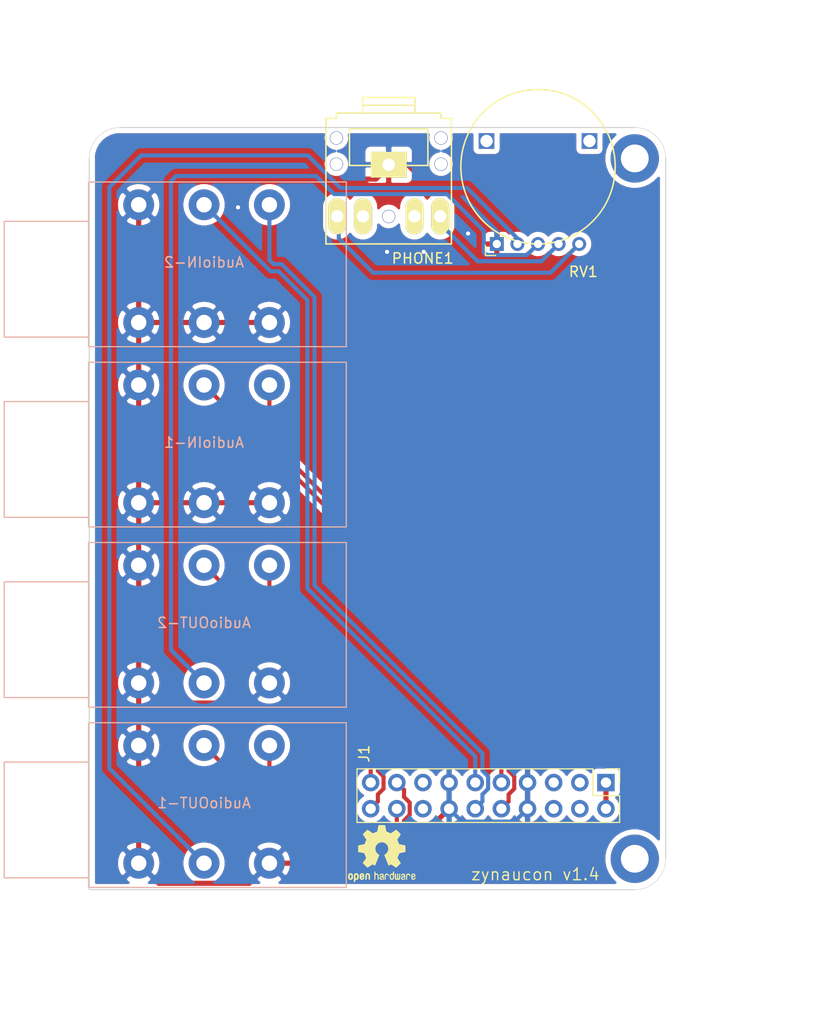
<source format=kicad_pcb>
(kicad_pcb (version 20171130) (host pcbnew 5.0.2-5.fc29)

  (general
    (thickness 1.6)
    (drawings 10)
    (tracks 126)
    (zones 0)
    (modules 11)
    (nets 23)
  )

  (page A4)
  (layers
    (0 F.Cu signal)
    (31 B.Cu signal)
    (32 B.Adhes user)
    (33 F.Adhes user)
    (34 B.Paste user)
    (35 F.Paste user)
    (36 B.SilkS user)
    (37 F.SilkS user)
    (38 B.Mask user)
    (39 F.Mask user)
    (40 Dwgs.User user)
    (41 Cmts.User user)
    (42 Eco1.User user)
    (43 Eco2.User user)
    (44 Edge.Cuts user)
    (45 Margin user)
    (46 B.CrtYd user)
    (47 F.CrtYd user)
    (48 B.Fab user)
    (49 F.Fab user)
  )

  (setup
    (last_trace_width 0.2)
    (trace_clearance 0.2)
    (zone_clearance 0.508)
    (zone_45_only no)
    (trace_min 0.2)
    (segment_width 0.2)
    (edge_width 0.05)
    (via_size 0.8)
    (via_drill 0.4)
    (via_min_size 0.4)
    (via_min_drill 0.3)
    (uvia_size 0.3)
    (uvia_drill 0.1)
    (uvias_allowed no)
    (uvia_min_size 0.2)
    (uvia_min_drill 0.1)
    (pcb_text_width 0.3)
    (pcb_text_size 1.5 1.5)
    (mod_edge_width 0.12)
    (mod_text_size 1 1)
    (mod_text_width 0.15)
    (pad_size 1.524 1.524)
    (pad_drill 0.762)
    (pad_to_mask_clearance 0)
    (solder_mask_min_width 0.25)
    (aux_axis_origin 0 0)
    (visible_elements FFFFFF7F)
    (pcbplotparams
      (layerselection 0x010fc_ffffffff)
      (usegerberextensions false)
      (usegerberattributes false)
      (usegerberadvancedattributes true)
      (creategerberjobfile true)
      (excludeedgelayer true)
      (linewidth 0.100000)
      (plotframeref false)
      (viasonmask false)
      (mode 1)
      (useauxorigin false)
      (hpglpennumber 1)
      (hpglpenspeed 20)
      (hpglpendiameter 15.000000)
      (psnegative false)
      (psa4output false)
      (plotreference true)
      (plotvalue true)
      (plotinvisibletext false)
      (padsonsilk false)
      (subtractmaskfromsilk false)
      (outputformat 1)
      (mirror false)
      (drillshape 0)
      (scaleselection 1)
      (outputdirectory "gerber/"))
  )

  (net 0 "")
  (net 1 INR+)
  (net 2 GND)
  (net 3 INR-)
  (net 4 INL-)
  (net 5 INL+)
  (net 6 OUTR+)
  (net 7 OUTR-)
  (net 8 OUTL-)
  (net 9 OUTL+)
  (net 10 NOUTR+)
  (net 11 NOUTL+)
  (net 12 "Net-(J1-Pad16)")
  (net 13 "Net-(J1-Pad15)")
  (net 14 "Net-(J1-Pad6)")
  (net 15 "Net-(J1-Pad5)")
  (net 16 "Net-(J1-Pad4)")
  (net 17 "Net-(J1-Pad3)")
  (net 18 +5V)
  (net 19 "Net-(PHONE1-PadTN)")
  (net 20 "Net-(PHONE1-PadRN)")
  (net 21 PHONE-L)
  (net 22 PHONE-R)

  (net_class Default "This is the default net class."
    (clearance 0.2)
    (trace_width 0.2)
    (via_dia 0.8)
    (via_drill 0.4)
    (uvia_dia 0.3)
    (uvia_drill 0.1)
    (add_net +5V)
    (add_net GND)
    (add_net INL+)
    (add_net INL-)
    (add_net INR+)
    (add_net INR-)
    (add_net NOUTL+)
    (add_net NOUTR+)
    (add_net "Net-(J1-Pad15)")
    (add_net "Net-(J1-Pad16)")
    (add_net "Net-(J1-Pad3)")
    (add_net "Net-(J1-Pad4)")
    (add_net "Net-(J1-Pad5)")
    (add_net "Net-(J1-Pad6)")
    (add_net "Net-(PHONE1-PadRN)")
    (add_net "Net-(PHONE1-PadTN)")
    (add_net OUTL+)
    (add_net OUTL-)
    (add_net OUTR+)
    (add_net OUTR-)
    (add_net PHONE-L)
    (add_net PHONE-R)
  )

  (module ZynAudio:conn_minijack (layer F.Cu) (tedit 60F0459D) (tstamp 601DA965)
    (at 85.25 57.4 180)
    (path /601D3E85)
    (fp_text reference PHONE1 (at -3.3 -4.2) (layer F.SilkS)
      (effects (font (size 1 1) (thickness 0.15)))
    )
    (fp_text value AudioJack3_SwitchTR (at 0 -1.27) (layer F.Fab)
      (effects (font (size 1 1) (thickness 0.15)))
    )
    (fp_line (start -3.81 8.382) (end -3.81 4.826) (layer F.SilkS) (width 0.15))
    (fp_line (start -5.08 9.906) (end -5.08 9.398) (layer F.SilkS) (width 0.15))
    (fp_line (start -6.096 9.398) (end -5.08 9.398) (layer F.SilkS) (width 0.15))
    (fp_line (start 5.08 9.652) (end 5.08 9.906) (layer F.SilkS) (width 0.15))
    (fp_line (start 2.54 11.43) (end -2.54 11.43) (layer F.SilkS) (width 0.15))
    (fp_line (start 1.778 4.826) (end 3.81 4.826) (layer F.SilkS) (width 0.15))
    (fp_line (start 5.08 9.906) (end -5.08 9.906) (layer F.SilkS) (width 0.15))
    (fp_line (start 2.54 10.668) (end -2.54 10.668) (layer F.SilkS) (width 0.15))
    (fp_line (start -2.54 9.906) (end -2.54 11.43) (layer F.SilkS) (width 0.15))
    (fp_line (start 5.08 9.398) (end 5.08 9.652) (layer F.SilkS) (width 0.15))
    (fp_line (start 2.54 11.43) (end 2.54 9.906) (layer F.SilkS) (width 0.15))
    (fp_line (start -3.81 4.826) (end -1.778 4.826) (layer F.SilkS) (width 0.15))
    (fp_line (start 6.096 -2.794) (end 6.096 9.398) (layer F.SilkS) (width 0.15))
    (fp_line (start -6.096 -2.794) (end 6.096 -2.794) (layer F.SilkS) (width 0.15))
    (fp_line (start -6.096 9.398) (end -6.096 -2.794) (layer F.SilkS) (width 0.15))
    (fp_line (start 5.08 9.398) (end 6.096 9.398) (layer F.SilkS) (width 0.15))
    (fp_line (start 3.81 8.382) (end -3.81 8.382) (layer F.SilkS) (width 0.15))
    (fp_line (start 3.81 4.826) (end 3.81 8.382) (layer F.SilkS) (width 0.15))
    (fp_text user "3.5mm stereo phone jack" (at 0 2.794 180) (layer F.Fab) hide
      (effects (font (size 0.6 0.6) (thickness 0.1)))
    )
    (pad RN thru_hole oval (at -2.5 -0.108) (size 1.75 3.5) (drill 1.2) (layers *.Cu *.Mask F.SilkS)
      (net 20 "Net-(PHONE1-PadRN)"))
    (pad TN thru_hole oval (at 2.5 -0.108) (size 1.75 3.5) (drill 1.2) (layers *.Cu *.Mask F.SilkS)
      (net 19 "Net-(PHONE1-PadTN)"))
    (pad T thru_hole oval (at 5 -0.108) (size 1.75 3.5) (drill 1.2) (layers *.Cu *.Mask F.SilkS)
      (net 22 PHONE-R))
    (pad S thru_hole rect (at 0 4.898) (size 3.5 2.5) (drill 1.2) (layers *.Cu *.Mask F.SilkS)
      (net 2 GND))
    (pad R thru_hole oval (at -5 -0.108) (size 1.75 3.5) (drill 1.2) (layers *.Cu *.Mask F.SilkS)
      (net 21 PHONE-L))
    (pad "" thru_hole circle (at -5.08 7.493 180) (size 1.28 1.28) (drill 1.2) (layers *.Cu *.Mask))
    (pad "" thru_hole circle (at -5.08 4.953 180) (size 1.28 1.28) (drill 1.2) (layers *.Cu *.Mask))
    (pad "" thru_hole circle (at 5.08 7.493 180) (size 1.28 1.28) (drill 1.2) (layers *.Cu *.Mask))
    (pad "" thru_hole circle (at 5.08 4.953 180) (size 1.28 1.28) (drill 1.2) (layers *.Cu *.Mask))
    (pad "" thru_hole circle (at 0 -0.127 180) (size 1.28 1.28) (drill 1.2) (layers *.Cu *.Mask))
  )

  (module ZynAudio:Potentiometer_B103_5pin (layer F.Cu) (tedit 6048B88A) (tstamp 601D81D3)
    (at 95.758 60.198 90)
    (descr "Through hole angled pin header, 1x05, 2.00mm pitch, 4.2mm pin length, single row")
    (tags "Through hole angled pin header THT 1x05 2.00mm single row")
    (path /601D46F5)
    (fp_text reference RV1 (at -2.7 8.4) (layer F.SilkS)
      (effects (font (size 1 1) (thickness 0.15)))
    )
    (fp_text value R_POT_Dual (at 3.7084 12.6238 90) (layer F.Fab)
      (effects (font (size 1 1) (thickness 0.15)))
    )
    (fp_circle (center 7.5 4) (end 15 4) (layer F.SilkS) (width 0.15))
    (fp_line (start 9.144 9.4996) (end 10.9601 7.9248) (layer F.CrtYd) (width 0.05))
    (fp_line (start 9.1186 -1.4986) (end 10.9601 0.0762) (layer F.CrtYd) (width 0.05))
    (fp_line (start -0.25 1.75) (end -0.25 2.25) (layer F.Fab) (width 0.1))
    (fp_line (start -0.25 3.75) (end -0.25 4.25) (layer F.Fab) (width 0.1))
    (fp_line (start -0.25 5.75) (end -0.25 6.25) (layer F.Fab) (width 0.1))
    (fp_line (start -0.2627 7.7373) (end -0.2627 8.2373) (layer F.Fab) (width 0.1))
    (fp_line (start -1.1143 -0.1143) (end -1.1143 -1.1143) (layer F.SilkS) (width 0.12))
    (fp_line (start -1.1143 -1.1143) (end -0.1143 -1.1143) (layer F.SilkS) (width 0.12))
    (fp_line (start -1.5 -1.5) (end -1.5 9.5) (layer F.CrtYd) (width 0.05))
    (fp_line (start -1.5 9.5) (end 9.144 9.4996) (layer F.CrtYd) (width 0.05))
    (fp_line (start 10.9601 7.9248) (end 10.9601 0.0762) (layer F.CrtYd) (width 0.05))
    (fp_line (start 9.1186 -1.4986) (end -1.5 -1.5) (layer F.CrtYd) (width 0.05))
    (pad M2 thru_hole rect (at 10 9 90) (size 1.524 1.524) (drill 1.2) (layers *.Cu *.Mask))
    (pad M1 thru_hole rect (at 10 -1 90) (size 1.524 1.524) (drill 1.2) (layers *.Cu *.Mask))
    (pad 3 thru_hole rect (at 0 0 90) (size 1.35 1.35) (drill 0.8) (layers *.Cu *.Mask)
      (net 2 GND))
    (pad 1 thru_hole oval (at 0 2 90) (size 1.35 1.35) (drill 0.8) (layers *.Cu *.Mask)
      (net 10 NOUTR+))
    (pad 4 thru_hole oval (at 0 4 90) (size 1.35 1.35) (drill 0.8) (layers *.Cu *.Mask)
      (net 11 NOUTL+))
    (pad 5 thru_hole oval (at 0 6 90) (size 1.35 1.35) (drill 0.8) (layers *.Cu *.Mask)
      (net 21 PHONE-L))
    (pad 2 thru_hole oval (at 0 8 90) (size 1.35 1.35) (drill 0.8) (layers *.Cu *.Mask)
      (net 22 PHONE-R))
    (model ${KISYS3DMOD}/Connector_PinHeader_2.00mm.3dshapes/PinHeader_1x05_P2.00mm_Horizontal.wrl
      (at (xyz 0 0 0))
      (scale (xyz 1 1 1))
      (rotate (xyz 0 0 0))
    )
  )

  (module MountingHole:MountingHole_2.7mm_M2.5_DIN965_Pad (layer F.Cu) (tedit 56D1B4CB) (tstamp 5F7B3EF9)
    (at 109.16 51.89)
    (descr "Mounting Hole 2.7mm, M2.5, DIN965")
    (tags "mounting hole 2.7mm m2.5 din965")
    (attr virtual)
    (fp_text reference REF** (at 0 -3.35) (layer F.SilkS) hide
      (effects (font (size 1 1) (thickness 0.15)))
    )
    (fp_text value MountingHole_2.7mm_M2.5_DIN965_Pad (at 5.648 -0.328 90) (layer F.Fab)
      (effects (font (size 1 1) (thickness 0.15)))
    )
    (fp_circle (center 0 0) (end 2.35 0) (layer Cmts.User) (width 0.15))
    (fp_circle (center 0 0) (end 2.6 0) (layer F.CrtYd) (width 0.05))
    (fp_text user %R (at 0.3 0) (layer F.Fab)
      (effects (font (size 1 1) (thickness 0.15)))
    )
    (pad 1 thru_hole circle (at 0 0) (size 4.7 4.7) (drill 2.7) (layers *.Cu *.Mask))
  )

  (module MountingHole:MountingHole_2.7mm_M2.5_DIN965_Pad (layer F.Cu) (tedit 56D1B4CB) (tstamp 5F7B3D6D)
    (at 109.16 119.89)
    (descr "Mounting Hole 2.7mm, M2.5, DIN965")
    (tags "mounting hole 2.7mm m2.5 din965")
    (attr virtual)
    (fp_text reference REF** (at 0 -3.35) (layer F.SilkS) hide
      (effects (font (size 1 1) (thickness 0.15)))
    )
    (fp_text value MountingHole_2.7mm_M2.5_DIN965_Pad (at 5.394 -2.288 90) (layer F.Fab)
      (effects (font (size 1 1) (thickness 0.15)))
    )
    (fp_circle (center 0 0) (end 2.35 0) (layer Cmts.User) (width 0.15))
    (fp_circle (center 0 0) (end 2.6 0) (layer F.CrtYd) (width 0.05))
    (fp_text user %R (at 0.3 0) (layer F.Fab)
      (effects (font (size 1 1) (thickness 0.15)))
    )
    (pad 1 thru_hole circle (at 0 0) (size 4.7 4.7) (drill 2.7) (layers *.Cu *.Mask))
  )

  (module Connector_PinHeader_2.54mm:PinHeader_2x10_P2.54mm_Vertical (layer F.Cu) (tedit 59FED5CC) (tstamp 5F7B2D24)
    (at 106.36 112.49 270)
    (descr "Through hole straight pin header, 2x10, 2.54mm pitch, double rows")
    (tags "Through hole pin header THT 2x10 2.54mm double row")
    (path /5F7A5E18)
    (fp_text reference J1 (at -2.8 23.5 270) (layer F.SilkS)
      (effects (font (size 1 1) (thickness 0.15)))
    )
    (fp_text value Conn_02x10_Odd_Even (at -3.048 11.684 180) (layer F.Fab)
      (effects (font (size 1 1) (thickness 0.15)))
    )
    (fp_line (start 4.35 -1.8) (end -1.8 -1.8) (layer F.CrtYd) (width 0.05))
    (fp_line (start 4.35 24.65) (end 4.35 -1.8) (layer F.CrtYd) (width 0.05))
    (fp_line (start -1.8 24.65) (end 4.35 24.65) (layer F.CrtYd) (width 0.05))
    (fp_line (start -1.8 -1.8) (end -1.8 24.65) (layer F.CrtYd) (width 0.05))
    (fp_line (start -1.33 -1.33) (end 0 -1.33) (layer F.SilkS) (width 0.12))
    (fp_line (start -1.33 0) (end -1.33 -1.33) (layer F.SilkS) (width 0.12))
    (fp_line (start 1.27 -1.33) (end 3.87 -1.33) (layer F.SilkS) (width 0.12))
    (fp_line (start 1.27 1.27) (end 1.27 -1.33) (layer F.SilkS) (width 0.12))
    (fp_line (start -1.33 1.27) (end 1.27 1.27) (layer F.SilkS) (width 0.12))
    (fp_line (start 3.87 -1.33) (end 3.87 24.19) (layer F.SilkS) (width 0.12))
    (fp_line (start -1.33 1.27) (end -1.33 24.19) (layer F.SilkS) (width 0.12))
    (fp_line (start -1.33 24.19) (end 3.87 24.19) (layer F.SilkS) (width 0.12))
    (fp_line (start -1.27 0) (end 0 -1.27) (layer F.Fab) (width 0.1))
    (fp_line (start -1.27 24.13) (end -1.27 0) (layer F.Fab) (width 0.1))
    (fp_line (start 3.81 24.13) (end -1.27 24.13) (layer F.Fab) (width 0.1))
    (fp_line (start 3.81 -1.27) (end 3.81 24.13) (layer F.Fab) (width 0.1))
    (fp_line (start 0 -1.27) (end 3.81 -1.27) (layer F.Fab) (width 0.1))
    (fp_text user %R (at 1.27 11.43) (layer F.Fab)
      (effects (font (size 1 1) (thickness 0.15)))
    )
    (pad 20 thru_hole oval (at 2.54 22.86 270) (size 1.7 1.7) (drill 1) (layers *.Cu *.Mask)
      (net 8 OUTL-))
    (pad 19 thru_hole oval (at 0 22.86 270) (size 1.7 1.7) (drill 1) (layers *.Cu *.Mask)
      (net 9 OUTL+))
    (pad 18 thru_hole oval (at 2.54 20.32 270) (size 1.7 1.7) (drill 1) (layers *.Cu *.Mask)
      (net 7 OUTR-))
    (pad 17 thru_hole oval (at 0 20.32 270) (size 1.7 1.7) (drill 1) (layers *.Cu *.Mask)
      (net 6 OUTR+))
    (pad 16 thru_hole oval (at 2.54 17.78 270) (size 1.7 1.7) (drill 1) (layers *.Cu *.Mask)
      (net 12 "Net-(J1-Pad16)"))
    (pad 15 thru_hole oval (at 0 17.78 270) (size 1.7 1.7) (drill 1) (layers *.Cu *.Mask)
      (net 13 "Net-(J1-Pad15)"))
    (pad 14 thru_hole oval (at 2.54 15.24 270) (size 1.7 1.7) (drill 1) (layers *.Cu *.Mask)
      (net 2 GND))
    (pad 13 thru_hole oval (at 0 15.24 270) (size 1.7 1.7) (drill 1) (layers *.Cu *.Mask)
      (net 2 GND))
    (pad 12 thru_hole oval (at 2.54 12.7 270) (size 1.7 1.7) (drill 1) (layers *.Cu *.Mask)
      (net 4 INL-))
    (pad 11 thru_hole oval (at 0 12.7 270) (size 1.7 1.7) (drill 1) (layers *.Cu *.Mask)
      (net 5 INL+))
    (pad 10 thru_hole oval (at 2.54 10.16 270) (size 1.7 1.7) (drill 1) (layers *.Cu *.Mask)
      (net 3 INR-))
    (pad 9 thru_hole oval (at 0 10.16 270) (size 1.7 1.7) (drill 1) (layers *.Cu *.Mask)
      (net 1 INR+))
    (pad 8 thru_hole oval (at 2.54 7.62 270) (size 1.7 1.7) (drill 1) (layers *.Cu *.Mask)
      (net 2 GND))
    (pad 7 thru_hole oval (at 0 7.62 270) (size 1.7 1.7) (drill 1) (layers *.Cu *.Mask)
      (net 2 GND))
    (pad 6 thru_hole oval (at 2.54 5.08 270) (size 1.7 1.7) (drill 1) (layers *.Cu *.Mask)
      (net 14 "Net-(J1-Pad6)"))
    (pad 5 thru_hole oval (at 0 5.08 270) (size 1.7 1.7) (drill 1) (layers *.Cu *.Mask)
      (net 15 "Net-(J1-Pad5)"))
    (pad 4 thru_hole oval (at 2.54 2.54 270) (size 1.7 1.7) (drill 1) (layers *.Cu *.Mask)
      (net 16 "Net-(J1-Pad4)"))
    (pad 3 thru_hole oval (at 0 2.54 270) (size 1.7 1.7) (drill 1) (layers *.Cu *.Mask)
      (net 17 "Net-(J1-Pad3)"))
    (pad 2 thru_hole oval (at 2.54 0 270) (size 1.7 1.7) (drill 1) (layers *.Cu *.Mask)
      (net 18 +5V))
    (pad 1 thru_hole rect (at 0 0 270) (size 1.7 1.7) (drill 1) (layers *.Cu *.Mask)
      (net 18 +5V))
    (model ${KISYS3DMOD}/Connector_PinHeader_2.54mm.3dshapes/PinHeader_2x10_P2.54mm_Vertical.wrl
      (at (xyz 0 0 0))
      (scale (xyz 1 1 1))
      (rotate (xyz 0 0 0))
    )
  )

  (module Connector_Audio:Jack_6.35mm_Neutrik_NRJ6HM-1_Horizontal (layer B.Cu) (tedit 5C58634B) (tstamp 5F791991)
    (at 73.66 73.89 180)
    (descr "Slim Jacks, 6.35mm (1/4in) stereo jack, metal nose with efficient chassis ground connection, T+R+S normalling contact, https://www.neutrik.com/en/product/nrj6hm-1")
    (tags "neutrik jack slim")
    (path /5F7C009D)
    (fp_text reference AudioIN-1 (at 6.35 -5.588) (layer B.SilkS)
      (effects (font (size 1 1) (thickness 0.15)) (justify mirror))
    )
    (fp_text value AudioJack3_Switch (at 6.858 -7.874) (layer B.Fab)
      (effects (font (size 1 1) (thickness 0.15)) (justify mirror))
    )
    (fp_line (start -7.47 2.21) (end 17.57 2.21) (layer B.SilkS) (width 0.12))
    (fp_line (start 17.57 2.21) (end 17.57 -13.78) (layer B.SilkS) (width 0.12))
    (fp_line (start 25.77 -1.61) (end 17.57 -1.61) (layer B.SilkS) (width 0.12))
    (fp_line (start 25.77 -12.85) (end 25.77 -1.61) (layer B.SilkS) (width 0.12))
    (fp_line (start 25.77 -12.85) (end 17.57 -12.85) (layer B.SilkS) (width 0.12))
    (fp_line (start -7.47 -13.78) (end -7.47 2.21) (layer B.SilkS) (width 0.12))
    (fp_line (start -7.47 -13.78) (end 17.57 -13.78) (layer B.SilkS) (width 0.12))
    (fp_line (start 17.45 2.09) (end 17.45 -13.66) (layer Dwgs.User) (width 0.1))
    (fp_line (start -7.85 -14.16) (end -7.85 2.59) (layer B.CrtYd) (width 0.05))
    (fp_line (start 26.15 2.59) (end -7.85 2.59) (layer B.CrtYd) (width 0.05))
    (fp_line (start 26.15 -14.16) (end 26.15 2.59) (layer B.CrtYd) (width 0.05))
    (fp_line (start -7.85 -14.16) (end 26.15 -14.16) (layer B.CrtYd) (width 0.05))
    (fp_line (start 17.45 2.09) (end 17.45 -13.66) (layer B.Fab) (width 0.1))
    (fp_line (start 17.45 -13.66) (end -7.35 -13.66) (layer B.Fab) (width 0.1))
    (fp_line (start -7.35 -13.66) (end -7.35 2.09) (layer B.Fab) (width 0.1))
    (fp_line (start -7.35 2.09) (end 17.45 2.09) (layer B.Fab) (width 0.1))
    (fp_line (start 17.45 -12.73) (end 25.65 -12.73) (layer B.Fab) (width 0.1))
    (fp_line (start 25.65 -12.73) (end 25.65 -1.73) (layer B.Fab) (width 0.1))
    (fp_line (start 25.65 -1.73) (end 17.45 -1.73) (layer B.Fab) (width 0.1))
    (fp_text user %R (at 6.35 -5.715) (layer B.Fab)
      (effects (font (size 1 1) (thickness 0.15)) (justify mirror))
    )
    (pad T thru_hole circle (at 0 0 180) (size 3 3) (drill 1.5) (layers *.Cu *.Mask)
      (net 3 INR-))
    (pad S thru_hole circle (at 12.7 0 180) (size 3 3) (drill 1.5) (layers *.Cu *.Mask)
      (net 2 GND))
    (pad SN thru_hole circle (at 12.7 -11.43 180) (size 3 3) (drill 1.5) (layers *.Cu *.Mask)
      (net 2 GND))
    (pad TN thru_hole circle (at 0 -11.43 180) (size 3 3) (drill 1.5) (layers *.Cu *.Mask)
      (net 2 GND))
    (pad R thru_hole circle (at 6.35 0 180) (size 3 3) (drill 1.5) (layers *.Cu *.Mask)
      (net 1 INR+))
    (pad RN thru_hole circle (at 6.35 -11.43 180) (size 3 3) (drill 1.5) (layers *.Cu *.Mask)
      (net 2 GND))
    (model ${KISYS3DMOD}/Connector_Audio.3dshapes/Jack_6.35mm_Neutrik_NRJ6HM-1_Horizontal.wrl
      (at (xyz 0 0 0))
      (scale (xyz 1 1 1))
      (rotate (xyz 0 0 0))
    )
  )

  (module Connector_Audio:Jack_6.35mm_Neutrik_NRJ6HM-1_Horizontal (layer B.Cu) (tedit 5C58634B) (tstamp 5F7919AE)
    (at 73.66 56.39 180)
    (descr "Slim Jacks, 6.35mm (1/4in) stereo jack, metal nose with efficient chassis ground connection, T+R+S normalling contact, https://www.neutrik.com/en/product/nrj6hm-1")
    (tags "neutrik jack slim")
    (path /5F7B54FD)
    (fp_text reference AudioIN-2 (at 6.35 -5.588) (layer B.SilkS)
      (effects (font (size 1 1) (thickness 0.15)) (justify mirror))
    )
    (fp_text value AudioJack3_Switch (at 6.858 -7.62) (layer B.Fab)
      (effects (font (size 1 1) (thickness 0.15)) (justify mirror))
    )
    (fp_line (start 25.65 -1.73) (end 17.45 -1.73) (layer B.Fab) (width 0.1))
    (fp_line (start 25.65 -12.73) (end 25.65 -1.73) (layer B.Fab) (width 0.1))
    (fp_line (start 17.45 -12.73) (end 25.65 -12.73) (layer B.Fab) (width 0.1))
    (fp_line (start -7.35 2.09) (end 17.45 2.09) (layer B.Fab) (width 0.1))
    (fp_line (start -7.35 -13.66) (end -7.35 2.09) (layer B.Fab) (width 0.1))
    (fp_line (start 17.45 -13.66) (end -7.35 -13.66) (layer B.Fab) (width 0.1))
    (fp_line (start 17.45 2.09) (end 17.45 -13.66) (layer B.Fab) (width 0.1))
    (fp_line (start -7.85 -14.16) (end 26.15 -14.16) (layer B.CrtYd) (width 0.05))
    (fp_line (start 26.15 -14.16) (end 26.15 2.59) (layer B.CrtYd) (width 0.05))
    (fp_line (start 26.15 2.59) (end -7.85 2.59) (layer B.CrtYd) (width 0.05))
    (fp_line (start -7.85 -14.16) (end -7.85 2.59) (layer B.CrtYd) (width 0.05))
    (fp_line (start 17.45 2.09) (end 17.45 -13.66) (layer Dwgs.User) (width 0.1))
    (fp_line (start -7.47 -13.78) (end 17.57 -13.78) (layer B.SilkS) (width 0.12))
    (fp_line (start -7.47 -13.78) (end -7.47 2.21) (layer B.SilkS) (width 0.12))
    (fp_line (start 25.77 -12.85) (end 17.57 -12.85) (layer B.SilkS) (width 0.12))
    (fp_line (start 25.77 -12.85) (end 25.77 -1.61) (layer B.SilkS) (width 0.12))
    (fp_line (start 25.77 -1.61) (end 17.57 -1.61) (layer B.SilkS) (width 0.12))
    (fp_line (start 17.57 2.21) (end 17.57 -13.78) (layer B.SilkS) (width 0.12))
    (fp_line (start -7.47 2.21) (end 17.57 2.21) (layer B.SilkS) (width 0.12))
    (fp_text user %R (at 6.35 -5.715) (layer B.Fab)
      (effects (font (size 1 1) (thickness 0.15)) (justify mirror))
    )
    (pad RN thru_hole circle (at 6.35 -11.43 180) (size 3 3) (drill 1.5) (layers *.Cu *.Mask)
      (net 2 GND))
    (pad R thru_hole circle (at 6.35 0 180) (size 3 3) (drill 1.5) (layers *.Cu *.Mask)
      (net 5 INL+))
    (pad TN thru_hole circle (at 0 -11.43 180) (size 3 3) (drill 1.5) (layers *.Cu *.Mask)
      (net 2 GND))
    (pad SN thru_hole circle (at 12.7 -11.43 180) (size 3 3) (drill 1.5) (layers *.Cu *.Mask)
      (net 2 GND))
    (pad S thru_hole circle (at 12.7 0 180) (size 3 3) (drill 1.5) (layers *.Cu *.Mask)
      (net 2 GND))
    (pad T thru_hole circle (at 0 0 180) (size 3 3) (drill 1.5) (layers *.Cu *.Mask)
      (net 4 INL-))
    (model ${KISYS3DMOD}/Connector_Audio.3dshapes/Jack_6.35mm_Neutrik_NRJ6HM-1_Horizontal.wrl
      (at (xyz 0 0 0))
      (scale (xyz 1 1 1))
      (rotate (xyz 0 0 0))
    )
  )

  (module Connector_Audio:Jack_6.35mm_Neutrik_NRJ6HM-1_Horizontal (layer B.Cu) (tedit 5C58634B) (tstamp 5F7919CB)
    (at 73.66 108.89 180)
    (descr "Slim Jacks, 6.35mm (1/4in) stereo jack, metal nose with efficient chassis ground connection, T+R+S normalling contact, https://www.neutrik.com/en/product/nrj6hm-1")
    (tags "neutrik jack slim")
    (path /5F7C06B5)
    (fp_text reference AudioOUT-1 (at 6.35 -5.588) (layer B.SilkS)
      (effects (font (size 1 1) (thickness 0.15)) (justify mirror))
    )
    (fp_text value AudioJack3_Switch (at 6.604 -7.62) (layer B.Fab)
      (effects (font (size 1 1) (thickness 0.15)) (justify mirror))
    )
    (fp_line (start 25.65 -1.73) (end 17.45 -1.73) (layer B.Fab) (width 0.1))
    (fp_line (start 25.65 -12.73) (end 25.65 -1.73) (layer B.Fab) (width 0.1))
    (fp_line (start 17.45 -12.73) (end 25.65 -12.73) (layer B.Fab) (width 0.1))
    (fp_line (start -7.35 2.09) (end 17.45 2.09) (layer B.Fab) (width 0.1))
    (fp_line (start -7.35 -13.66) (end -7.35 2.09) (layer B.Fab) (width 0.1))
    (fp_line (start 17.45 -13.66) (end -7.35 -13.66) (layer B.Fab) (width 0.1))
    (fp_line (start 17.45 2.09) (end 17.45 -13.66) (layer B.Fab) (width 0.1))
    (fp_line (start -7.85 -14.16) (end 26.15 -14.16) (layer B.CrtYd) (width 0.05))
    (fp_line (start 26.15 -14.16) (end 26.15 2.59) (layer B.CrtYd) (width 0.05))
    (fp_line (start 26.15 2.59) (end -7.85 2.59) (layer B.CrtYd) (width 0.05))
    (fp_line (start -7.85 -14.16) (end -7.85 2.59) (layer B.CrtYd) (width 0.05))
    (fp_line (start 17.45 2.09) (end 17.45 -13.66) (layer Dwgs.User) (width 0.1))
    (fp_line (start -7.47 -13.78) (end 17.57 -13.78) (layer B.SilkS) (width 0.12))
    (fp_line (start -7.47 -13.78) (end -7.47 2.21) (layer B.SilkS) (width 0.12))
    (fp_line (start 25.77 -12.85) (end 17.57 -12.85) (layer B.SilkS) (width 0.12))
    (fp_line (start 25.77 -12.85) (end 25.77 -1.61) (layer B.SilkS) (width 0.12))
    (fp_line (start 25.77 -1.61) (end 17.57 -1.61) (layer B.SilkS) (width 0.12))
    (fp_line (start 17.57 2.21) (end 17.57 -13.78) (layer B.SilkS) (width 0.12))
    (fp_line (start -7.47 2.21) (end 17.57 2.21) (layer B.SilkS) (width 0.12))
    (fp_text user %R (at 6.35 -5.715) (layer B.Fab)
      (effects (font (size 1 1) (thickness 0.15)) (justify mirror))
    )
    (pad RN thru_hole circle (at 6.35 -11.43 180) (size 3 3) (drill 1.5) (layers *.Cu *.Mask)
      (net 10 NOUTR+))
    (pad R thru_hole circle (at 6.35 0 180) (size 3 3) (drill 1.5) (layers *.Cu *.Mask)
      (net 6 OUTR+))
    (pad TN thru_hole circle (at 0 -11.43 180) (size 3 3) (drill 1.5) (layers *.Cu *.Mask)
      (net 2 GND))
    (pad SN thru_hole circle (at 12.7 -11.43 180) (size 3 3) (drill 1.5) (layers *.Cu *.Mask)
      (net 2 GND))
    (pad S thru_hole circle (at 12.7 0 180) (size 3 3) (drill 1.5) (layers *.Cu *.Mask)
      (net 2 GND))
    (pad T thru_hole circle (at 0 0 180) (size 3 3) (drill 1.5) (layers *.Cu *.Mask)
      (net 7 OUTR-))
    (model ${KISYS3DMOD}/Connector_Audio.3dshapes/Jack_6.35mm_Neutrik_NRJ6HM-1_Horizontal.wrl
      (at (xyz 0 0 0))
      (scale (xyz 1 1 1))
      (rotate (xyz 0 0 0))
    )
  )

  (module Connector_Audio:Jack_6.35mm_Neutrik_NRJ6HM-1_Horizontal (layer B.Cu) (tedit 5C58634B) (tstamp 5F7919E8)
    (at 73.66 91.39 180)
    (descr "Slim Jacks, 6.35mm (1/4in) stereo jack, metal nose with efficient chassis ground connection, T+R+S normalling contact, https://www.neutrik.com/en/product/nrj6hm-1")
    (tags "neutrik jack slim")
    (path /5F7C1EF8)
    (fp_text reference AudioOUT-2 (at 6.35 -5.588) (layer B.SilkS)
      (effects (font (size 1 1) (thickness 0.15)) (justify mirror))
    )
    (fp_text value AudioJack3_Switch (at 6.604 -7.62) (layer B.Fab)
      (effects (font (size 1 1) (thickness 0.15)) (justify mirror))
    )
    (fp_line (start 25.65 -1.73) (end 17.45 -1.73) (layer B.Fab) (width 0.1))
    (fp_line (start 25.65 -12.73) (end 25.65 -1.73) (layer B.Fab) (width 0.1))
    (fp_line (start 17.45 -12.73) (end 25.65 -12.73) (layer B.Fab) (width 0.1))
    (fp_line (start -7.35 2.09) (end 17.45 2.09) (layer B.Fab) (width 0.1))
    (fp_line (start -7.35 -13.66) (end -7.35 2.09) (layer B.Fab) (width 0.1))
    (fp_line (start 17.45 -13.66) (end -7.35 -13.66) (layer B.Fab) (width 0.1))
    (fp_line (start 17.45 2.09) (end 17.45 -13.66) (layer B.Fab) (width 0.1))
    (fp_line (start -7.85 -14.16) (end 26.15 -14.16) (layer B.CrtYd) (width 0.05))
    (fp_line (start 26.15 -14.16) (end 26.15 2.59) (layer B.CrtYd) (width 0.05))
    (fp_line (start 26.15 2.59) (end -7.85 2.59) (layer B.CrtYd) (width 0.05))
    (fp_line (start -7.85 -14.16) (end -7.85 2.59) (layer B.CrtYd) (width 0.05))
    (fp_line (start 17.45 2.09) (end 17.45 -13.66) (layer Dwgs.User) (width 0.1))
    (fp_line (start -7.47 -13.78) (end 17.57 -13.78) (layer B.SilkS) (width 0.12))
    (fp_line (start -7.47 -13.78) (end -7.47 2.21) (layer B.SilkS) (width 0.12))
    (fp_line (start 25.77 -12.85) (end 17.57 -12.85) (layer B.SilkS) (width 0.12))
    (fp_line (start 25.77 -12.85) (end 25.77 -1.61) (layer B.SilkS) (width 0.12))
    (fp_line (start 25.77 -1.61) (end 17.57 -1.61) (layer B.SilkS) (width 0.12))
    (fp_line (start 17.57 2.21) (end 17.57 -13.78) (layer B.SilkS) (width 0.12))
    (fp_line (start -7.47 2.21) (end 17.57 2.21) (layer B.SilkS) (width 0.12))
    (fp_text user %R (at 6.35 -5.715) (layer B.Fab)
      (effects (font (size 1 1) (thickness 0.15)) (justify mirror))
    )
    (pad RN thru_hole circle (at 6.35 -11.43 180) (size 3 3) (drill 1.5) (layers *.Cu *.Mask)
      (net 11 NOUTL+))
    (pad R thru_hole circle (at 6.35 0 180) (size 3 3) (drill 1.5) (layers *.Cu *.Mask)
      (net 9 OUTL+))
    (pad TN thru_hole circle (at 0 -11.43 180) (size 3 3) (drill 1.5) (layers *.Cu *.Mask)
      (net 2 GND))
    (pad SN thru_hole circle (at 12.7 -11.43 180) (size 3 3) (drill 1.5) (layers *.Cu *.Mask)
      (net 2 GND))
    (pad S thru_hole circle (at 12.7 0 180) (size 3 3) (drill 1.5) (layers *.Cu *.Mask)
      (net 2 GND))
    (pad T thru_hole circle (at 0 0 180) (size 3 3) (drill 1.5) (layers *.Cu *.Mask)
      (net 8 OUTL-))
    (model ${KISYS3DMOD}/Connector_Audio.3dshapes/Jack_6.35mm_Neutrik_NRJ6HM-1_Horizontal.wrl
      (at (xyz 0 0 0))
      (scale (xyz 1 1 1))
      (rotate (xyz 0 0 0))
    )
  )

  (module "zynthian:Zynthian Logo Mask" (layer F.Cu) (tedit 0) (tstamp 5FAE51C4)
    (at 97.028 118.872)
    (fp_text reference G*** (at 0 0) (layer F.Mask) hide
      (effects (font (size 1.524 1.524) (thickness 0.3)))
    )
    (fp_text value LOGO (at 0.75 0) (layer F.Mask) hide
      (effects (font (size 1.524 1.524) (thickness 0.3)))
    )
    (fp_poly (pts (xy 4.683122 -1.430942) (xy 4.718275 -1.393434) (xy 4.73075 -1.33868) (xy 4.717673 -1.287925)
      (xy 4.684134 -1.253457) (xy 4.638667 -1.238633) (xy 4.589807 -1.24681) (xy 4.556125 -1.27)
      (xy 4.527835 -1.316551) (xy 4.526089 -1.365346) (xy 4.547427 -1.408242) (xy 4.588388 -1.437096)
      (xy 4.63032 -1.444625) (xy 4.683122 -1.430942)) (layer F.Mask) (width 0.01))
    (fp_poly (pts (xy 7.918862 -1.023356) (xy 8.001061 -1.022206) (xy 8.062681 -1.019716) (xy 8.109306 -1.015364)
      (xy 8.146521 -1.008628) (xy 8.179912 -0.998984) (xy 8.215062 -0.985911) (xy 8.215312 -0.985812)
      (xy 8.315925 -0.931142) (xy 8.397954 -0.856036) (xy 8.456354 -0.765587) (xy 8.471784 -0.726808)
      (xy 8.477799 -0.706195) (xy 8.482937 -0.681668) (xy 8.487288 -0.650584) (xy 8.490943 -0.610299)
      (xy 8.493991 -0.558168) (xy 8.496522 -0.491549) (xy 8.498626 -0.407796) (xy 8.500393 -0.304267)
      (xy 8.501912 -0.178317) (xy 8.503274 -0.027301) (xy 8.504569 0.151422) (xy 8.505256 0.257968)
      (xy 8.510901 1.158875) (xy 8.382 1.158875) (xy 8.382 0.310343) (xy 8.381661 0.099945)
      (xy 8.380658 -0.086026) (xy 8.379014 -0.246411) (xy 8.376748 -0.380055) (xy 8.373882 -0.4858)
      (xy 8.370437 -0.562488) (xy 8.366435 -0.608964) (xy 8.365019 -0.617365) (xy 8.33209 -0.702034)
      (xy 8.274974 -0.779365) (xy 8.201209 -0.840674) (xy 8.147552 -0.867955) (xy 8.114576 -0.878786)
      (xy 8.076622 -0.886622) (xy 8.028137 -0.891907) (xy 7.96357 -0.895089) (xy 7.877368 -0.896613)
      (xy 7.786687 -0.896938) (xy 7.664473 -0.895799) (xy 7.568767 -0.891515) (xy 7.494379 -0.882783)
      (xy 7.43612 -0.8683) (xy 7.388803 -0.846764) (xy 7.347237 -0.816873) (xy 7.306233 -0.777324)
      (xy 7.305014 -0.776035) (xy 7.284882 -0.754028) (xy 7.267721 -0.732254) (xy 7.253296 -0.70811)
      (xy 7.241368 -0.678994) (xy 7.2317 -0.642302) (xy 7.224055 -0.59543) (xy 7.218196 -0.535775)
      (xy 7.213885 -0.460734) (xy 7.210885 -0.367704) (xy 7.20896 -0.254082) (xy 7.20787 -0.117264)
      (xy 7.207381 0.045354) (xy 7.207253 0.236374) (xy 7.20725 0.296568) (xy 7.20725 1.158875)
      (xy 7.096125 1.158875) (xy 7.096125 0.274885) (xy 7.096154 0.069753) (xy 7.096442 -0.106206)
      (xy 7.097286 -0.25557) (xy 7.098987 -0.380915) (xy 7.101841 -0.48482) (xy 7.106149 -0.569861)
      (xy 7.112209 -0.638615) (xy 7.12032 -0.69366) (xy 7.13078 -0.737573) (xy 7.143888 -0.772931)
      (xy 7.159943 -0.802311) (xy 7.179244 -0.828291) (xy 7.202089 -0.853449) (xy 7.228777 -0.88036)
      (xy 7.230203 -0.881783) (xy 7.277198 -0.925263) (xy 7.323764 -0.95902) (xy 7.374732 -0.984237)
      (xy 7.434929 -1.002095) (xy 7.509185 -1.013773) (xy 7.602329 -1.020453) (xy 7.71919 -1.023316)
      (xy 7.8105 -1.023689) (xy 7.918862 -1.023356)) (layer F.Mask) (width 0.01))
    (fp_poly (pts (xy 5.695156 -1.028573) (xy 5.833214 -1.026859) (xy 5.943506 -1.025118) (xy 6.030011 -1.023055)
      (xy 6.096712 -1.020374) (xy 6.147589 -1.016783) (xy 6.186625 -1.011986) (xy 6.217801 -1.005689)
      (xy 6.245099 -0.997598) (xy 6.272499 -0.987419) (xy 6.277273 -0.985531) (xy 6.383277 -0.928496)
      (xy 6.47111 -0.850757) (xy 6.535164 -0.757463) (xy 6.54267 -0.741792) (xy 6.580187 -0.658813)
      (xy 6.580187 0.817562) (xy 6.533021 0.902719) (xy 6.463843 0.997717) (xy 6.373522 1.076673)
      (xy 6.293213 1.122131) (xy 6.248292 1.134238) (xy 6.17861 1.143839) (xy 6.091067 1.150816)
      (xy 5.992562 1.15505) (xy 5.889995 1.15642) (xy 5.790266 1.154808) (xy 5.700274 1.150095)
      (xy 5.626919 1.142162) (xy 5.588 1.134313) (xy 5.466569 1.086676) (xy 5.366001 1.017172)
      (xy 5.288457 0.927817) (xy 5.236104 0.820628) (xy 5.229838 0.800687) (xy 5.221154 0.764488)
      (xy 5.214899 0.721274) (xy 5.21085 0.666189) (xy 5.208781 0.594377) (xy 5.20847 0.501735)
      (xy 5.319374 0.501735) (xy 5.32119 0.608221) (xy 5.326995 0.692045) (xy 5.337663 0.75771)
      (xy 5.354069 0.80972) (xy 5.377087 0.852579) (xy 5.40759 0.890792) (xy 5.425734 0.909379)
      (xy 5.472306 0.950487) (xy 5.520056 0.98137) (xy 5.574455 1.003415) (xy 5.640977 1.01801)
      (xy 5.725097 1.026544) (xy 5.832287 1.030403) (xy 5.9055 1.031043) (xy 5.998799 1.030213)
      (xy 6.085714 1.027493) (xy 6.159183 1.023249) (xy 6.212143 1.017845) (xy 6.230937 1.014253)
      (xy 6.290509 0.985537) (xy 6.35163 0.936144) (xy 6.405103 0.875272) (xy 6.441731 0.812118)
      (xy 6.446747 0.798421) (xy 6.453512 0.760301) (xy 6.459472 0.691244) (xy 6.464589 0.592053)
      (xy 6.468824 0.463532) (xy 6.472137 0.306485) (xy 6.472905 0.256821) (xy 6.479809 -0.224545)
      (xy 6.045811 -0.218819) (xy 5.91134 -0.216758) (xy 5.804841 -0.214363) (xy 5.722536 -0.211392)
      (xy 5.660645 -0.207602) (xy 5.61539 -0.202749) (xy 5.582993 -0.196593) (xy 5.559676 -0.188888)
      (xy 5.55625 -0.187364) (xy 5.468144 -0.134877) (xy 5.400692 -0.065589) (xy 5.369707 -0.018683)
      (xy 5.354749 0.007674) (xy 5.343581 0.032093) (xy 5.335551 0.059713) (xy 5.330008 0.095673)
      (xy 5.326301 0.14511) (xy 5.323778 0.213165) (xy 5.321787 0.304975) (xy 5.320673 0.368081)
      (xy 5.319374 0.501735) (xy 5.20847 0.501735) (xy 5.208467 0.500982) (xy 5.209684 0.381148)
      (xy 5.209858 0.369148) (xy 5.211808 0.253511) (xy 5.214113 0.164785) (xy 5.217218 0.098134)
      (xy 5.221569 0.048718) (xy 5.227612 0.011701) (xy 5.235794 -0.017755) (xy 5.24656 -0.044489)
      (xy 5.248364 -0.048432) (xy 5.313383 -0.15413) (xy 5.400165 -0.236776) (xy 5.473992 -0.281145)
      (xy 5.564187 -0.325438) (xy 6.016625 -0.333375) (xy 6.469062 -0.341313) (xy 6.46501 -0.47625)
      (xy 6.452846 -0.595765) (xy 6.423079 -0.691539) (xy 6.373841 -0.767408) (xy 6.303268 -0.827208)
      (xy 6.290303 -0.835283) (xy 6.234046 -0.864543) (xy 6.177793 -0.886843) (xy 6.147881 -0.894639)
      (xy 6.116431 -0.897255) (xy 6.058029 -0.899623) (xy 5.977474 -0.901648) (xy 5.879562 -0.903233)
      (xy 5.769093 -0.904283) (xy 5.650863 -0.904699) (xy 5.647531 -0.904701) (xy 5.207 -0.904875)
      (xy 5.207 -1.034297) (xy 5.695156 -1.028573)) (layer F.Mask) (width 0.01))
    (fp_poly (pts (xy 4.699 1.158875) (xy 4.556125 1.158875) (xy 4.556125 -1.031875) (xy 4.699 -1.031875)
      (xy 4.699 1.158875)) (layer F.Mask) (width 0.01))
    (fp_poly (pts (xy 2.82575 -1.031875) (xy 3.178968 -1.0316) (xy 3.337825 -1.03017) (xy 3.469039 -1.025582)
      (xy 3.576634 -1.016979) (xy 3.664632 -1.003502) (xy 3.737059 -0.984294) (xy 3.797936 -0.958499)
      (xy 3.851288 -0.92526) (xy 3.901138 -0.883718) (xy 3.90932 -0.875992) (xy 3.949989 -0.827235)
      (xy 3.988108 -0.765703) (xy 4.00457 -0.730898) (xy 4.012155 -0.711599) (xy 4.018593 -0.692392)
      (xy 4.023994 -0.6706) (xy 4.028467 -0.64355) (xy 4.032119 -0.608567) (xy 4.035061 -0.562977)
      (xy 4.0374 -0.504104) (xy 4.039246 -0.429275) (xy 4.040706 -0.335814) (xy 4.041891 -0.221048)
      (xy 4.042908 -0.082301) (xy 4.043866 0.083101) (xy 4.044774 0.257968) (xy 4.049361 1.158875)
      (xy 3.92238 1.158875) (xy 3.917784 0.273392) (xy 3.913187 -0.612091) (xy 3.873428 -0.689322)
      (xy 3.839976 -0.746854) (xy 3.802506 -0.793386) (xy 3.75743 -0.83003) (xy 3.701161 -0.8579)
      (xy 3.630108 -0.878107) (xy 3.540685 -0.891764) (xy 3.429303 -0.899984) (xy 3.292373 -0.903878)
      (xy 3.178968 -0.904628) (xy 2.82575 -0.904875) (xy 2.82575 1.158875) (xy 2.69875 1.158875)
      (xy 2.69875 -1.698625) (xy 2.82575 -1.698625) (xy 2.82575 -1.031875)) (layer F.Mask) (width 0.01))
    (fp_poly (pts (xy 1.920875 -1.031875) (xy 2.50825 -1.031875) (xy 2.50825 -0.904875) (xy 1.920875 -0.904875)
      (xy 1.920875 1.158875) (xy 1.778 1.158875) (xy 1.778 -1.698625) (xy 1.920875 -1.698625)
      (xy 1.920875 -1.031875)) (layer F.Mask) (width 0.01))
    (fp_poly (pts (xy 0.676002 -1.028902) (xy 0.781398 -1.023711) (xy 0.877601 -1.015689) (xy 0.957135 -1.005092)
      (xy 1.01252 -0.992178) (xy 1.012828 -0.992072) (xy 1.114947 -0.941238) (xy 1.199629 -0.867312)
      (xy 1.261555 -0.775251) (xy 1.27302 -0.74958) (xy 1.280792 -0.729917) (xy 1.287394 -0.710712)
      (xy 1.292935 -0.689298) (xy 1.297526 -0.66301) (xy 1.301278 -0.629184) (xy 1.3043 -0.585154)
      (xy 1.306703 -0.528255) (xy 1.308596 -0.455822) (xy 1.310092 -0.365189) (xy 1.311299 -0.253692)
      (xy 1.312328 -0.118665) (xy 1.313289 0.042557) (xy 1.314293 0.23264) (xy 1.314382 0.250031)
      (xy 1.319078 1.158875) (xy 1.190625 1.158875) (xy 1.190625 0.296568) (xy 1.190552 0.097007)
      (xy 1.190183 -0.073411) (xy 1.189286 -0.217289) (xy 1.187631 -0.337233) (xy 1.184988 -0.43585)
      (xy 1.181128 -0.515743) (xy 1.175819 -0.57952) (xy 1.168833 -0.629785) (xy 1.159938 -0.669143)
      (xy 1.148905 -0.7002) (xy 1.135503 -0.725562) (xy 1.119503 -0.747834) (xy 1.100674 -0.769622)
      (xy 1.096008 -0.77474) (xy 1.05139 -0.813666) (xy 0.995167 -0.850346) (xy 0.972477 -0.861983)
      (xy 0.942207 -0.87474) (xy 0.911429 -0.883961) (xy 0.874407 -0.890211) (xy 0.825407 -0.894057)
      (xy 0.758694 -0.896065) (xy 0.668533 -0.896801) (xy 0.619125 -0.896868) (xy 0.496811 -0.896004)
      (xy 0.401068 -0.892522) (xy 0.326747 -0.885193) (xy 0.268698 -0.872789) (xy 0.221773 -0.85408)
      (xy 0.180822 -0.827837) (xy 0.140697 -0.792831) (xy 0.127009 -0.779397) (xy 0.079649 -0.726719)
      (xy 0.051171 -0.678775) (xy 0.034008 -0.622727) (xy 0.03363 -0.620981) (xy 0.028886 -0.581272)
      (xy 0.024878 -0.509822) (xy 0.021605 -0.406631) (xy 0.019069 -0.2717) (xy 0.017268 -0.105028)
      (xy 0.016204 0.093384) (xy 0.015875 0.310343) (xy 0.015875 1.158875) (xy -0.096237 1.158875)
      (xy -0.091775 0.242093) (xy -0.087313 -0.674688) (xy -0.050743 -0.754063) (xy 0.007755 -0.850722)
      (xy 0.085177 -0.925156) (xy 0.184301 -0.979369) (xy 0.3079 -1.015369) (xy 0.312064 -1.016198)
      (xy 0.379446 -1.024909) (xy 0.467548 -1.029758) (xy 0.568893 -1.031004) (xy 0.676002 -1.028902)) (layer F.Mask) (width 0.01))
    (fp_poly (pts (xy -3.128048 -1.028418) (xy -2.967243 -1.027259) (xy -2.835217 -1.026106) (xy -2.728999 -1.024798)
      (xy -2.645621 -1.023176) (xy -2.582111 -1.02108) (xy -2.5355 -1.018351) (xy -2.502816 -1.014828)
      (xy -2.48109 -1.010353) (xy -2.467352 -1.004765) (xy -2.458631 -0.997905) (xy -2.453865 -0.992188)
      (xy -2.443176 -0.977133) (xy -2.43535 -0.961846) (xy -2.431421 -0.944364) (xy -2.432422 -0.922725)
      (xy -2.439386 -0.894966) (xy -2.453347 -0.859123) (xy -2.475338 -0.813235) (xy -2.506391 -0.755337)
      (xy -2.54754 -0.683469) (xy -2.599818 -0.595666) (xy -2.664258 -0.489966) (xy -2.741893 -0.364406)
      (xy -2.833757 -0.217024) (xy -2.940883 -0.045856) (xy -3.010209 0.064764) (xy -3.107842 0.220628)
      (xy -3.200551 0.368837) (xy -3.28695 0.507162) (xy -3.365651 0.633373) (xy -3.43527 0.745242)
      (xy -3.494419 0.840537) (xy -3.541712 0.917032) (xy -3.575763 0.972495) (xy -3.595185 1.004698)
      (xy -3.599282 1.012031) (xy -3.586404 1.017379) (xy -3.546344 1.021967) (xy -3.483663 1.025778)
      (xy -3.402922 1.028796) (xy -3.30868 1.031002) (xy -3.205498 1.032382) (xy -3.097937 1.032916)
      (xy -2.990555 1.032589) (xy -2.887914 1.031384) (xy -2.794574 1.029282) (xy -2.715095 1.026269)
      (xy -2.654037 1.022325) (xy -2.61596 1.017435) (xy -2.609511 1.015716) (xy -2.576089 1.000647)
      (xy -2.551607 0.978976) (xy -2.534495 0.945835) (xy -2.523184 0.896353) (xy -2.516105 0.82566)
      (xy -2.511688 0.728888) (xy -2.511116 0.710406) (xy -2.504647 0.492125) (xy -2.378401 0.492125)
      (xy -2.383887 0.734218) (xy -2.38739 0.842601) (xy -2.393198 0.924437) (xy -2.402645 0.984912)
      (xy -2.417065 1.029216) (xy -2.437794 1.062534) (xy -2.466165 1.090056) (xy -2.477729 1.098969)
      (xy -2.521324 1.123006) (xy -2.574157 1.141992) (xy -2.580917 1.143675) (xy -2.617769 1.148459)
      (xy -2.679942 1.152322) (xy -2.762803 1.155284) (xy -2.861718 1.157367) (xy -2.972053 1.158593)
      (xy -3.089174 1.158982) (xy -3.208448 1.158557) (xy -3.325241 1.157339) (xy -3.43492 1.155349)
      (xy -3.53285 1.152609) (xy -3.614398 1.149139) (xy -3.674931 1.144963) (xy -3.709814 1.1401)
      (xy -3.71475 1.138429) (xy -3.748952 1.105349) (xy -3.759709 1.056625) (xy -3.745785 0.999302)
      (xy -3.740908 0.989272) (xy -3.728708 0.96847) (xy -3.701138 0.923055) (xy -3.659636 0.855352)
      (xy -3.605638 0.767684) (xy -3.540581 0.662377) (xy -3.465901 0.541754) (xy -3.383036 0.408139)
      (xy -3.293423 0.263857) (xy -3.198498 0.111233) (xy -3.14407 0.023812) (xy -2.570605 -0.896938)
      (xy -3.174428 -0.901095) (xy -3.77825 -0.905253) (xy -3.77825 -1.032897) (xy -3.128048 -1.028418)) (layer F.Mask) (width 0.01))
    (fp_poly (pts (xy -5.1435 -1.474585) (xy -5.034654 -1.405737) (xy -4.946305 -1.313551) (xy -4.891291 -1.222375)
      (xy -4.849813 -1.135063) (xy -4.849813 0.023812) (xy -4.849824 0.243258) (xy -4.849901 0.433238)
      (xy -4.850108 0.596037) (xy -4.850508 0.733939) (xy -4.851165 0.84923) (xy -4.852144 0.944192)
      (xy -4.853509 1.021111) (xy -4.855324 1.08227) (xy -4.857653 1.129955) (xy -4.86056 1.16645)
      (xy -4.864108 1.19404) (xy -4.868363 1.215008) (xy -4.873388 1.231639) (xy -4.879247 1.246217)
      (xy -4.884409 1.257573) (xy -4.935122 1.341551) (xy -5.004581 1.421695) (xy -5.083389 1.488426)
      (xy -5.148044 1.526261) (xy -5.230813 1.563687) (xy -6.651625 1.567256) (xy -6.896572 1.567853)
      (xy -7.111829 1.568312) (xy -7.299453 1.568593) (xy -7.461504 1.568659) (xy -7.600041 1.568472)
      (xy -7.717123 1.567994) (xy -7.81481 1.567186) (xy -7.895159 1.566012) (xy -7.96023 1.564432)
      (xy -8.012082 1.56241) (xy -8.052774 1.559906) (xy -8.084365 1.556883) (xy -8.108913 1.553303)
      (xy -8.128478 1.549128) (xy -8.145119 1.54432) (xy -8.159266 1.539431) (xy -8.265989 1.487446)
      (xy -8.353621 1.413688) (xy -8.409566 1.342791) (xy -8.426596 1.317673) (xy -8.44137 1.294447)
      (xy -8.45405 1.270778) (xy -8.464794 1.244331) (xy -8.473764 1.212769) (xy -8.481119 1.173759)
      (xy -8.48702 1.124964) (xy -8.491626 1.064048) (xy -8.495097 0.988677) (xy -8.497594 0.896515)
      (xy -8.499277 0.785226) (xy -8.500305 0.652475) (xy -8.50078 0.513056) (xy -8.397876 0.513056)
      (xy -8.397673 0.678727) (xy -8.396772 0.815994) (xy -8.39473 0.928203) (xy -8.391108 1.0187)
      (xy -8.385464 1.09083) (xy -8.377356 1.147938) (xy -8.366345 1.193371) (xy -8.351988 1.230472)
      (xy -8.333846 1.262589) (xy -8.311476 1.293066) (xy -8.29196 1.316509) (xy -8.241536 1.364502)
      (xy -8.180819 1.407749) (xy -8.152696 1.422996) (xy -8.072438 1.460548) (xy -6.651625 1.456555)
      (xy -5.230813 1.452562) (xy -5.164395 1.40937) (xy -5.09337 1.35723) (xy -5.042318 1.302911)
      (xy -5.000899 1.234793) (xy -4.990928 1.214437) (xy -4.981287 1.193545) (xy -4.973451 1.173378)
      (xy -4.967233 1.150554) (xy -4.962444 1.121693) (xy -4.958896 1.083415) (xy -4.956401 1.032337)
      (xy -4.954772 0.965081) (xy -4.953818 0.878264) (xy -4.953353 0.768507) (xy -4.953189 0.632428)
      (xy -4.953156 0.535781) (xy -4.953 -0.0635) (xy -5.182629 -0.0635) (xy -5.272977 -0.063183)
      (xy -5.336724 -0.061804) (xy -5.379021 -0.05872) (xy -5.405013 -0.053289) (xy -5.419851 -0.044869)
      (xy -5.42868 -0.032816) (xy -5.428692 -0.032794) (xy -5.434979 -0.005665) (xy -5.440156 0.045961)
      (xy -5.443707 0.114834) (xy -5.44512 0.193707) (xy -5.445125 0.198963) (xy -5.446793 0.30389)
      (xy -5.453037 0.382447) (xy -5.465722 0.439894) (xy -5.486713 0.481494) (xy -5.517874 0.512511)
      (xy -5.561068 0.538206) (xy -5.566186 0.540717) (xy -5.645596 0.565112) (xy -5.719539 0.558381)
      (xy -5.776756 0.52966) (xy -5.799898 0.51105) (xy -5.818208 0.488807) (xy -5.832244 0.459218)
      (xy -5.842562 0.418569) (xy -5.84972 0.363145) (xy -5.854275 0.289234) (xy -5.856785 0.193121)
      (xy -5.857805 0.071093) (xy -5.857935 -0.011397) (xy -5.858122 -0.137349) (xy -5.85882 -0.23561)
      (xy -5.860295 -0.310241) (xy -5.862815 -0.365299) (xy -5.866645 -0.404844) (xy -5.872054 -0.432935)
      (xy -5.879306 -0.45363) (xy -5.888068 -0.470008) (xy -5.929287 -0.514792) (xy -5.976877 -0.5301)
      (xy -6.025691 -0.516044) (xy -6.070586 -0.472736) (xy -6.075231 -0.465936) (xy -6.082523 -0.452606)
      (xy -6.088568 -0.434862) (xy -6.093533 -0.409606) (xy -6.097589 -0.37374) (xy -6.100903 -0.324166)
      (xy -6.103646 -0.257786) (xy -6.105984 -0.171501) (xy -6.108089 -0.062214) (xy -6.110128 0.073175)
      (xy -6.111875 0.206378) (xy -6.113998 0.36586) (xy -6.11606 0.496676) (xy -6.118227 0.601906)
      (xy -6.120664 0.684635) (xy -6.123535 0.747943) (xy -6.127005 0.794914) (xy -6.131241 0.828629)
      (xy -6.136406 0.852172) (xy -6.142666 0.868623) (xy -6.147815 0.877614) (xy -6.202144 0.936239)
      (xy -6.271685 0.967752) (xy -6.334125 0.97448) (xy -6.414884 0.962714) (xy -6.476921 0.926188)
      (xy -6.520326 0.869006) (xy -6.526761 0.855116) (xy -6.532179 0.837148) (xy -6.536688 0.812341)
      (xy -6.540395 0.777933) (xy -6.543409 0.731164) (xy -6.545837 0.669272) (xy -6.547786 0.589496)
      (xy -6.549366 0.489073) (xy -6.550682 0.365244) (xy -6.551844 0.215247) (xy -6.552959 0.03632)
      (xy -6.552983 0.03216) (xy -6.554039 -0.145879) (xy -6.555053 -0.294895) (xy -6.556153 -0.417617)
      (xy -6.557467 -0.516771) (xy -6.559123 -0.595086) (xy -6.561248 -0.655288) (xy -6.563971 -0.700106)
      (xy -6.567418 -0.732267) (xy -6.571718 -0.754497) (xy -6.576998 -0.769525) (xy -6.583387 -0.780079)
      (xy -6.591011 -0.788884) (xy -6.591469 -0.789372) (xy -6.639225 -0.819946) (xy -6.693059 -0.822106)
      (xy -6.745158 -0.795986) (xy -6.755535 -0.786535) (xy -6.7945 -0.747569) (xy -6.794525 0.027059)
      (xy -6.794556 0.211889) (xy -6.794836 0.367698) (xy -6.795664 0.497218) (xy -6.797339 0.603178)
      (xy -6.80016 0.688308) (xy -6.804427 0.755338) (xy -6.810437 0.806999) (xy -6.818491 0.84602)
      (xy -6.828888 0.875132) (xy -6.841926 0.897065) (xy -6.857904 0.914548) (xy -6.877122 0.930312)
      (xy -6.894913 0.943434) (xy -6.954333 0.969493) (xy -7.025618 0.975558) (xy -7.096129 0.961821)
      (xy -7.139443 0.939691) (xy -7.163491 0.921388) (xy -7.183325 0.901863) (xy -7.199348 0.87803)
      (xy -7.211967 0.846805) (xy -7.221586 0.805101) (xy -7.228611 0.749833) (xy -7.233447 0.677917)
      (xy -7.236499 0.586266) (xy -7.238171 0.471795) (xy -7.23887 0.331418) (xy -7.239 0.181452)
      (xy -7.239159 0.017412) (xy -7.23987 -0.117825) (xy -7.241485 -0.227202) (xy -7.244356 -0.313665)
      (xy -7.248835 -0.38016) (xy -7.255273 -0.429631) (xy -7.264022 -0.465024) (xy -7.275434 -0.489283)
      (xy -7.289862 -0.505355) (xy -7.307656 -0.516183) (xy -7.323093 -0.522514) (xy -7.374703 -0.526729)
      (xy -7.423487 -0.506847) (xy -7.456964 -0.468299) (xy -7.459113 -0.463314) (xy -7.464221 -0.434822)
      (xy -7.468991 -0.378563) (xy -7.473237 -0.298522) (xy -7.476772 -0.198681) (xy -7.479409 -0.083024)
      (xy -7.48048 -0.007938) (xy -7.482256 0.127779) (xy -7.484708 0.235611) (xy -7.488601 0.319425)
      (xy -7.4947 0.383085) (xy -7.50377 0.430458) (xy -7.516576 0.465409) (xy -7.533884 0.491804)
      (xy -7.556457 0.513508) (xy -7.585062 0.534386) (xy -7.58825 0.536554) (xy -7.655041 0.564265)
      (xy -7.726142 0.564066) (xy -7.794592 0.537729) (xy -7.853433 0.487027) (xy -7.869811 0.464861)
      (xy -7.881689 0.440864) (xy -7.890292 0.40708) (xy -7.896323 0.357917) (xy -7.900488 0.287784)
      (xy -7.903296 0.199175) (xy -7.906395 0.117055) (xy -7.911115 0.045613) (xy -7.916883 -0.008787)
      (xy -7.92313 -0.039784) (xy -7.925084 -0.043657) (xy -7.943657 -0.052361) (xy -7.984681 -0.058406)
      (xy -8.05103 -0.062027) (xy -8.145584 -0.063457) (xy -8.169632 -0.0635) (xy -8.397875 -0.0635)
      (xy -8.397876 0.513056) (xy -8.50078 0.513056) (xy -8.500839 0.495926) (xy -8.501039 0.313244)
      (xy -8.501065 0.102093) (xy -8.501063 0.007937) (xy -8.501063 -0.619925) (xy -8.397876 -0.619925)
      (xy -8.397876 -0.177415) (xy -8.144207 -0.172051) (xy -8.049252 -0.169906) (xy -7.980657 -0.167524)
      (xy -7.93304 -0.164012) (xy -7.901019 -0.158479) (xy -7.879211 -0.150031) (xy -7.862233 -0.137776)
      (xy -7.846581 -0.122702) (xy -7.829591 -0.10466) (xy -7.817458 -0.086328) (xy -7.809134 -0.062047)
      (xy -7.803571 -0.026159) (xy -7.79972 0.026996) (xy -7.796532 0.103076) (xy -7.794656 0.157478)
      (xy -7.790995 0.251508) (xy -7.786859 0.319156) (xy -7.781489 0.365789) (xy -7.774122 0.396775)
      (xy -7.763998 0.417481) (xy -7.756446 0.427023) (xy -7.713542 0.455263) (xy -7.66765 0.456366)
      (xy -7.626912 0.432929) (xy -7.59947 0.38755) (xy -7.596259 0.375921) (xy -7.593975 0.351121)
      (xy -7.591637 0.2992) (xy -7.589369 0.224785) (xy -7.587293 0.132503) (xy -7.585532 0.026981)
      (xy -7.584329 -0.07428) (xy -7.582982 -0.200506) (xy -7.581461 -0.298959) (xy -7.579448 -0.373616)
      (xy -7.576625 -0.428454) (xy -7.572675 -0.46745) (xy -7.567279 -0.49458) (xy -7.560119 -0.513822)
      (xy -7.550876 -0.529153) (xy -7.547582 -0.533675) (xy -7.488377 -0.596292) (xy -7.424219 -0.629931)
      (xy -7.369558 -0.637818) (xy -7.287666 -0.624386) (xy -7.219245 -0.58276) (xy -7.166899 -0.514577)
      (xy -7.163594 -0.508242) (xy -7.15453 -0.489633) (xy -7.147145 -0.470916) (xy -7.141268 -0.448795)
      (xy -7.136726 -0.419978) (xy -7.133348 -0.381167) (xy -7.130961 -0.329069) (xy -7.129394 -0.260388)
      (xy -7.128474 -0.171831) (xy -7.128029 -0.060101) (xy -7.127887 0.078096) (xy -7.127875 0.17567)
      (xy -7.127875 0.789113) (xy -7.088946 0.831119) (xy -7.041485 0.865196) (xy -6.992898 0.869778)
      (xy -6.948421 0.844555) (xy -6.943805 0.839728) (xy -6.93693 0.830781) (xy -6.931132 0.8186)
      (xy -6.926285 0.800476) (xy -6.922263 0.7737) (xy -6.918939 0.735566) (xy -6.916189 0.683364)
      (xy -6.913886 0.614386) (xy -6.911904 0.525924) (xy -6.910118 0.415269) (xy -6.908401 0.279715)
      (xy -6.906628 0.116551) (xy -6.905625 0.018197) (xy -6.903775 -0.16069) (xy -6.902049 -0.310611)
      (xy -6.900316 -0.434349) (xy -6.898446 -0.534688) (xy -6.896306 -0.614409) (xy -6.893767 -0.676296)
      (xy -6.890696 -0.723132) (xy -6.886963 -0.757701) (xy -6.882436 -0.782784) (xy -6.876984 -0.801166)
      (xy -6.870477 -0.815628) (xy -6.865938 -0.823705) (xy -6.814176 -0.883531) (xy -6.74705 -0.921178)
      (xy -6.672304 -0.934734) (xy -6.597682 -0.922286) (xy -6.554754 -0.90059) (xy -6.530616 -0.884296)
      (xy -6.510315 -0.868544) (xy -6.493519 -0.850588) (xy -6.479897 -0.827679) (xy -6.469115 -0.797071)
      (xy -6.460842 -0.756016) (xy -6.454746 -0.701767) (xy -6.450494 -0.631577) (xy -6.447754 -0.542698)
      (xy -6.446194 -0.432383) (xy -6.445482 -0.297884) (xy -6.445285 -0.136454) (xy -6.445275 0.004757)
      (xy -6.445195 0.1894) (xy -6.44479 0.344879) (xy -6.4438 0.473782) (xy -6.44196 0.578695)
      (xy -6.439008 0.662204) (xy -6.434681 0.726896) (xy -6.428716 0.775358) (xy -6.420851 0.810176)
      (xy -6.410822 0.833936) (xy -6.398367 0.849226) (xy -6.383222 0.858632) (xy -6.365126 0.864741)
      (xy -6.357685 0.866669) (xy -6.309438 0.870358) (xy -6.271823 0.850235) (xy -6.243769 0.815035)
      (xy -6.23643 0.801813) (xy -6.230452 0.784725) (xy -6.225698 0.760612) (xy -6.222029 0.726319)
      (xy -6.219307 0.678688) (xy -6.217394 0.614562) (xy -6.216151 0.530784) (xy -6.215441 0.424197)
      (xy -6.215125 0.291642) (xy -6.215063 0.159339) (xy -6.215004 0.003533) (xy -6.214718 -0.123795)
      (xy -6.214045 -0.225916) (xy -6.212823 -0.306102) (xy -6.210891 -0.367625) (xy -6.208087 -0.413757)
      (xy -6.204251 -0.447769) (xy -6.19922 -0.472933) (xy -6.192834 -0.492521) (xy -6.184931 -0.509804)
      (xy -6.181765 -0.515938) (xy -6.132128 -0.581037) (xy -6.068546 -0.621778) (xy -5.997437 -0.638161)
      (xy -5.925221 -0.630185) (xy -5.858316 -0.597851) (xy -5.803141 -0.541158) (xy -5.787986 -0.515938)
      (xy -5.777967 -0.494984) (xy -5.770093 -0.472105) (xy -5.764042 -0.443217) (xy -5.759496 -0.404233)
      (xy -5.756134 -0.351069) (xy -5.753635 -0.279637) (xy -5.75168 -0.185852) (xy -5.749948 -0.065629)
      (xy -5.749425 -0.023813) (xy -5.74754 0.112793) (xy -5.745164 0.220963) (xy -5.741615 0.304012)
      (xy -5.736211 0.365253) (xy -5.728274 0.408) (xy -5.717121 0.435567) (xy -5.702071 0.451268)
      (xy -5.682444 0.458417) (xy -5.657559 0.460327) (xy -5.64994 0.460375) (xy -5.614109 0.455109)
      (xy -5.588305 0.436606) (xy -5.571006 0.400804) (xy -5.560692 0.34364) (xy -5.555841 0.261053)
      (xy -5.554973 0.206811) (xy -5.552602 0.087151) (xy -5.54493 -0.004514) (xy -5.528288 -0.0719)
      (xy -5.49901 -0.118718) (xy -5.453429 -0.148684) (xy -5.387878 -0.16551) (xy -5.298689 -0.172911)
      (xy -5.182197 -0.1746) (xy -5.178361 -0.174601) (xy -4.951284 -0.174625) (xy -4.956111 -0.656676)
      (xy -4.960938 -1.138726) (xy -5.0165 -1.220976) (xy -5.080485 -1.297031) (xy -5.157038 -1.358788)
      (xy -5.237159 -1.399553) (xy -5.268814 -1.408616) (xy -5.293069 -1.410452) (xy -5.346659 -1.412204)
      (xy -5.427172 -1.413852) (xy -5.532193 -1.415374) (xy -5.659308 -1.416752) (xy -5.806104 -1.417963)
      (xy -5.970166 -1.418987) (xy -6.14908 -1.419804) (xy -6.340432 -1.420393) (xy -6.54181 -1.420733)
      (xy -6.69925 -1.420813) (xy -8.072438 -1.420813) (xy -8.143875 -1.383411) (xy -8.243143 -1.316729)
      (xy -8.319487 -1.23411) (xy -8.366228 -1.147021) (xy -8.375652 -1.119492) (xy -8.38301 -1.090457)
      (xy -8.388553 -1.055718) (xy -8.392533 -1.01108) (xy -8.395203 -0.952344) (xy -8.396815 -0.875313)
      (xy -8.39762 -0.775791) (xy -8.39787 -0.649581) (xy -8.397876 -0.619925) (xy -8.501063 -0.619925)
      (xy -8.501063 -1.119188) (xy -8.45923 -1.208406) (xy -8.389688 -1.323515) (xy -8.30086 -1.414308)
      (xy -8.209924 -1.471934) (xy -8.120063 -1.516063) (xy -5.230813 -1.516063) (xy -5.1435 -1.474585)) (layer F.Mask) (width 0.01))
    (fp_poly (pts (xy -1.86991 -0.146844) (xy -1.868898 0.043149) (xy -1.867926 0.204028) (xy -1.866885 0.338425)
      (xy -1.865667 0.448976) (xy -1.864164 0.538316) (xy -1.862268 0.609077) (xy -1.85987 0.663896)
      (xy -1.856864 0.705406) (xy -1.853139 0.736241) (xy -1.848589 0.759037) (xy -1.843105 0.776428)
      (xy -1.836579 0.791047) (xy -1.830985 0.801687) (xy -1.764059 0.89391) (xy -1.675649 0.967986)
      (xy -1.61925 0.998878) (xy -1.594929 1.0089) (xy -1.568926 1.016623) (xy -1.536887 1.022349)
      (xy -1.494458 1.026377) (xy -1.437288 1.029009) (xy -1.361022 1.030545) (xy -1.261308 1.031287)
      (xy -1.146969 1.031526) (xy -0.746125 1.031875) (xy -0.746125 -1.031875) (xy -0.618024 -1.031875)
      (xy -0.622543 0.210343) (xy -0.627063 1.452562) (xy -0.671579 1.547812) (xy -0.724505 1.641698)
      (xy -0.787524 1.712213) (xy -0.868905 1.767686) (xy -0.910637 1.788542) (xy -1.008063 1.833562)
      (xy -1.496219 1.838742) (xy -1.984375 1.843921) (xy -1.984375 1.716921) (xy -1.496219 1.711742)
      (xy -1.008063 1.706562) (xy -0.935511 1.663909) (xy -0.859652 1.603869) (xy -0.798478 1.525495)
      (xy -0.761634 1.443348) (xy -0.753698 1.399502) (xy -0.748106 1.337724) (xy -0.746125 1.275209)
      (xy -0.746125 1.161146) (xy -1.178719 1.156042) (xy -1.307933 1.1544) (xy -1.409597 1.152656)
      (xy -1.48791 1.150466) (xy -1.547071 1.147489) (xy -1.59128 1.143383) (xy -1.624734 1.137807)
      (xy -1.651634 1.130418) (xy -1.676178 1.120874) (xy -1.690688 1.114356) (xy -1.786383 1.053983)
      (xy -1.868456 0.970511) (xy -1.929984 0.871875) (xy -1.952505 0.814213) (xy -1.959422 0.790514)
      (xy -1.96526 0.766034) (xy -1.970112 0.73799) (xy -1.974067 0.703599) (xy -1.977218 0.660081)
      (xy -1.979655 0.604654) (xy -1.981468 0.534533) (xy -1.98275 0.446939) (xy -1.98359 0.339089)
      (xy -1.984081 0.2082) (xy -1.984312 0.05149) (xy -1.984375 -0.133822) (xy -1.984375 -1.031875)
      (xy -1.874506 -1.031875) (xy -1.86991 -0.146844)) (layer F.Mask) (width 0.01))
  )

  (module Symbol:OSHW-Logo2_7.3x6mm_SilkScreen (layer F.Cu) (tedit 0) (tstamp 5FAE873A)
    (at 84.582 119.38)
    (descr "Open Source Hardware Symbol")
    (tags "Logo Symbol OSHW")
    (attr virtual)
    (fp_text reference REF** (at 0 0) (layer F.SilkS) hide
      (effects (font (size 1 1) (thickness 0.15)))
    )
    (fp_text value OSHW-Logo2_7.3x6mm_SilkScreen (at 0.75 0) (layer F.Fab) hide
      (effects (font (size 1 1) (thickness 0.15)))
    )
    (fp_poly (pts (xy 0.10391 -2.757652) (xy 0.182454 -2.757222) (xy 0.239298 -2.756058) (xy 0.278105 -2.753793)
      (xy 0.302538 -2.75006) (xy 0.316262 -2.744494) (xy 0.32294 -2.736727) (xy 0.326236 -2.726395)
      (xy 0.326556 -2.725057) (xy 0.331562 -2.700921) (xy 0.340829 -2.653299) (xy 0.353392 -2.587259)
      (xy 0.368287 -2.507872) (xy 0.384551 -2.420204) (xy 0.385119 -2.417125) (xy 0.40141 -2.331211)
      (xy 0.416652 -2.255304) (xy 0.429861 -2.193955) (xy 0.440054 -2.151718) (xy 0.446248 -2.133145)
      (xy 0.446543 -2.132816) (xy 0.464788 -2.123747) (xy 0.502405 -2.108633) (xy 0.551271 -2.090738)
      (xy 0.551543 -2.090642) (xy 0.613093 -2.067507) (xy 0.685657 -2.038035) (xy 0.754057 -2.008403)
      (xy 0.757294 -2.006938) (xy 0.868702 -1.956374) (xy 1.115399 -2.12484) (xy 1.191077 -2.176197)
      (xy 1.259631 -2.222111) (xy 1.317088 -2.25997) (xy 1.359476 -2.287163) (xy 1.382825 -2.301079)
      (xy 1.385042 -2.302111) (xy 1.40201 -2.297516) (xy 1.433701 -2.275345) (xy 1.481352 -2.234553)
      (xy 1.546198 -2.174095) (xy 1.612397 -2.109773) (xy 1.676214 -2.046388) (xy 1.733329 -1.988549)
      (xy 1.780305 -1.939825) (xy 1.813703 -1.90379) (xy 1.830085 -1.884016) (xy 1.830694 -1.882998)
      (xy 1.832505 -1.869428) (xy 1.825683 -1.847267) (xy 1.80854 -1.813522) (xy 1.779393 -1.7652)
      (xy 1.736555 -1.699308) (xy 1.679448 -1.614483) (xy 1.628766 -1.539823) (xy 1.583461 -1.47286)
      (xy 1.54615 -1.417484) (xy 1.519452 -1.37758) (xy 1.505985 -1.357038) (xy 1.505137 -1.355644)
      (xy 1.506781 -1.335962) (xy 1.519245 -1.297707) (xy 1.540048 -1.248111) (xy 1.547462 -1.232272)
      (xy 1.579814 -1.16171) (xy 1.614328 -1.081647) (xy 1.642365 -1.012371) (xy 1.662568 -0.960955)
      (xy 1.678615 -0.921881) (xy 1.687888 -0.901459) (xy 1.689041 -0.899886) (xy 1.706096 -0.897279)
      (xy 1.746298 -0.890137) (xy 1.804302 -0.879477) (xy 1.874763 -0.866315) (xy 1.952335 -0.851667)
      (xy 2.031672 -0.836551) (xy 2.107431 -0.821982) (xy 2.174264 -0.808978) (xy 2.226828 -0.798555)
      (xy 2.259776 -0.79173) (xy 2.267857 -0.789801) (xy 2.276205 -0.785038) (xy 2.282506 -0.774282)
      (xy 2.287045 -0.753902) (xy 2.290104 -0.720266) (xy 2.291967 -0.669745) (xy 2.292918 -0.598708)
      (xy 2.29324 -0.503524) (xy 2.293257 -0.464508) (xy 2.293257 -0.147201) (xy 2.217057 -0.132161)
      (xy 2.174663 -0.124005) (xy 2.1114 -0.112101) (xy 2.034962 -0.097884) (xy 1.953043 -0.08279)
      (xy 1.9304 -0.078645) (xy 1.854806 -0.063947) (xy 1.788953 -0.049495) (xy 1.738366 -0.036625)
      (xy 1.708574 -0.026678) (xy 1.703612 -0.023713) (xy 1.691426 -0.002717) (xy 1.673953 0.037967)
      (xy 1.654577 0.090322) (xy 1.650734 0.1016) (xy 1.625339 0.171523) (xy 1.593817 0.250418)
      (xy 1.562969 0.321266) (xy 1.562817 0.321595) (xy 1.511447 0.432733) (xy 1.680399 0.681253)
      (xy 1.849352 0.929772) (xy 1.632429 1.147058) (xy 1.566819 1.211726) (xy 1.506979 1.268733)
      (xy 1.456267 1.315033) (xy 1.418046 1.347584) (xy 1.395675 1.363343) (xy 1.392466 1.364343)
      (xy 1.373626 1.356469) (xy 1.33518 1.334578) (xy 1.28133 1.301267) (xy 1.216276 1.259131)
      (xy 1.14594 1.211943) (xy 1.074555 1.16381) (xy 1.010908 1.121928) (xy 0.959041 1.088871)
      (xy 0.922995 1.067218) (xy 0.906867 1.059543) (xy 0.887189 1.066037) (xy 0.849875 1.08315)
      (xy 0.802621 1.107326) (xy 0.797612 1.110013) (xy 0.733977 1.141927) (xy 0.690341 1.157579)
      (xy 0.663202 1.157745) (xy 0.649057 1.143204) (xy 0.648975 1.143) (xy 0.641905 1.125779)
      (xy 0.625042 1.084899) (xy 0.599695 1.023525) (xy 0.567171 0.944819) (xy 0.528778 0.851947)
      (xy 0.485822 0.748072) (xy 0.444222 0.647502) (xy 0.398504 0.536516) (xy 0.356526 0.433703)
      (xy 0.319548 0.342215) (xy 0.288827 0.265201) (xy 0.265622 0.205815) (xy 0.25119 0.167209)
      (xy 0.246743 0.1528) (xy 0.257896 0.136272) (xy 0.287069 0.10993) (xy 0.325971 0.080887)
      (xy 0.436757 -0.010961) (xy 0.523351 -0.116241) (xy 0.584716 -0.232734) (xy 0.619815 -0.358224)
      (xy 0.627608 -0.490493) (xy 0.621943 -0.551543) (xy 0.591078 -0.678205) (xy 0.53792 -0.790059)
      (xy 0.465767 -0.885999) (xy 0.377917 -0.964924) (xy 0.277665 -1.02573) (xy 0.16831 -1.067313)
      (xy 0.053147 -1.088572) (xy -0.064525 -1.088401) (xy -0.18141 -1.065699) (xy -0.294211 -1.019362)
      (xy -0.399631 -0.948287) (xy -0.443632 -0.908089) (xy -0.528021 -0.804871) (xy -0.586778 -0.692075)
      (xy -0.620296 -0.57299) (xy -0.628965 -0.450905) (xy -0.613177 -0.329107) (xy -0.573322 -0.210884)
      (xy -0.509793 -0.099525) (xy -0.422979 0.001684) (xy -0.325971 0.080887) (xy -0.285563 0.111162)
      (xy -0.257018 0.137219) (xy -0.246743 0.152825) (xy -0.252123 0.169843) (xy -0.267425 0.2105)
      (xy -0.291388 0.271642) (xy -0.322756 0.350119) (xy -0.360268 0.44278) (xy -0.402667 0.546472)
      (xy -0.444337 0.647526) (xy -0.49031 0.758607) (xy -0.532893 0.861541) (xy -0.570779 0.953165)
      (xy -0.60266 1.030316) (xy -0.627229 1.089831) (xy -0.64318 1.128544) (xy -0.64909 1.143)
      (xy -0.663052 1.157685) (xy -0.69006 1.157642) (xy -0.733587 1.142099) (xy -0.79711 1.110284)
      (xy -0.797612 1.110013) (xy -0.84544 1.085323) (xy -0.884103 1.067338) (xy -0.905905 1.059614)
      (xy -0.906867 1.059543) (xy -0.923279 1.067378) (xy -0.959513 1.089165) (xy -1.011526 1.122328)
      (xy -1.075275 1.164291) (xy -1.14594 1.211943) (xy -1.217884 1.260191) (xy -1.282726 1.302151)
      (xy -1.336265 1.335227) (xy -1.374303 1.356821) (xy -1.392467 1.364343) (xy -1.409192 1.354457)
      (xy -1.44282 1.326826) (xy -1.48999 1.284495) (xy -1.547342 1.230505) (xy -1.611516 1.167899)
      (xy -1.632503 1.146983) (xy -1.849501 0.929623) (xy -1.684332 0.68722) (xy -1.634136 0.612781)
      (xy -1.590081 0.545972) (xy -1.554638 0.490665) (xy -1.530281 0.450729) (xy -1.519478 0.430036)
      (xy -1.519162 0.428563) (xy -1.524857 0.409058) (xy -1.540174 0.369822) (xy -1.562463 0.31743)
      (xy -1.578107 0.282355) (xy -1.607359 0.215201) (xy -1.634906 0.147358) (xy -1.656263 0.090034)
      (xy -1.662065 0.072572) (xy -1.678548 0.025938) (xy -1.69466 -0.010095) (xy -1.70351 -0.023713)
      (xy -1.72304 -0.032048) (xy -1.765666 -0.043863) (xy -1.825855 -0.057819) (xy -1.898078 -0.072578)
      (xy -1.9304 -0.078645) (xy -2.012478 -0.093727) (xy -2.091205 -0.108331) (xy -2.158891 -0.12102)
      (xy -2.20784 -0.130358) (xy -2.217057 -0.132161) (xy -2.293257 -0.147201) (xy -2.293257 -0.464508)
      (xy -2.293086 -0.568846) (xy -2.292384 -0.647787) (xy -2.290866 -0.704962) (xy -2.288251 -0.744001)
      (xy -2.284254 -0.768535) (xy -2.278591 -0.782195) (xy -2.27098 -0.788611) (xy -2.267857 -0.789801)
      (xy -2.249022 -0.79402) (xy -2.207412 -0.802438) (xy -2.14837 -0.814039) (xy -2.077243 -0.827805)
      (xy -1.999375 -0.84272) (xy -1.920113 -0.857768) (xy -1.844802 -0.871931) (xy -1.778787 -0.884194)
      (xy -1.727413 -0.893539) (xy -1.696025 -0.89895) (xy -1.689041 -0.899886) (xy -1.682715 -0.912404)
      (xy -1.66871 -0.945754) (xy -1.649645 -0.993623) (xy -1.642366 -1.012371) (xy -1.613004 -1.084805)
      (xy -1.578429 -1.16483) (xy -1.547463 -1.232272) (xy -1.524677 -1.283841) (xy -1.509518 -1.326215)
      (xy -1.504458 -1.352166) (xy -1.505264 -1.355644) (xy -1.515959 -1.372064) (xy -1.54038 -1.408583)
      (xy -1.575905 -1.461313) (xy -1.619913 -1.526365) (xy -1.669783 -1.599849) (xy -1.679644 -1.614355)
      (xy -1.737508 -1.700296) (xy -1.780044 -1.765739) (xy -1.808946 -1.813696) (xy -1.82591 -1.84718)
      (xy -1.832633 -1.869205) (xy -1.83081 -1.882783) (xy -1.830764 -1.882869) (xy -1.816414 -1.900703)
      (xy -1.784677 -1.935183) (xy -1.73899 -1.982732) (xy -1.682796 -2.039778) (xy -1.619532 -2.102745)
      (xy -1.612398 -2.109773) (xy -1.53267 -2.18698) (xy -1.471143 -2.24367) (xy -1.426579 -2.28089)
      (xy -1.397743 -2.299685) (xy -1.385042 -2.302111) (xy -1.366506 -2.291529) (xy -1.328039 -2.267084)
      (xy -1.273614 -2.231388) (xy -1.207202 -2.187053) (xy -1.132775 -2.136689) (xy -1.115399 -2.12484)
      (xy -0.868703 -1.956374) (xy -0.757294 -2.006938) (xy -0.689543 -2.036405) (xy -0.616817 -2.066041)
      (xy -0.554297 -2.08967) (xy -0.551543 -2.090642) (xy -0.50264 -2.108543) (xy -0.464943 -2.12368)
      (xy -0.446575 -2.13279) (xy -0.446544 -2.132816) (xy -0.440715 -2.149283) (xy -0.430808 -2.189781)
      (xy -0.417805 -2.249758) (xy -0.402691 -2.32466) (xy -0.386448 -2.409936) (xy -0.385119 -2.417125)
      (xy -0.368825 -2.504986) (xy -0.353867 -2.58474) (xy -0.341209 -2.651319) (xy -0.331814 -2.699653)
      (xy -0.326646 -2.724675) (xy -0.326556 -2.725057) (xy -0.323411 -2.735701) (xy -0.317296 -2.743738)
      (xy -0.304547 -2.749533) (xy -0.2815 -2.753453) (xy -0.244491 -2.755865) (xy -0.189856 -2.757135)
      (xy -0.113933 -2.757629) (xy -0.013056 -2.757714) (xy 0 -2.757714) (xy 0.10391 -2.757652)) (layer F.SilkS) (width 0.01))
    (fp_poly (pts (xy 3.153595 1.966966) (xy 3.211021 2.004497) (xy 3.238719 2.038096) (xy 3.260662 2.099064)
      (xy 3.262405 2.147308) (xy 3.258457 2.211816) (xy 3.109686 2.276934) (xy 3.037349 2.310202)
      (xy 2.990084 2.336964) (xy 2.965507 2.360144) (xy 2.961237 2.382667) (xy 2.974889 2.407455)
      (xy 2.989943 2.423886) (xy 3.033746 2.450235) (xy 3.081389 2.452081) (xy 3.125145 2.431546)
      (xy 3.157289 2.390752) (xy 3.163038 2.376347) (xy 3.190576 2.331356) (xy 3.222258 2.312182)
      (xy 3.265714 2.295779) (xy 3.265714 2.357966) (xy 3.261872 2.400283) (xy 3.246823 2.435969)
      (xy 3.21528 2.476943) (xy 3.210592 2.482267) (xy 3.175506 2.51872) (xy 3.145347 2.538283)
      (xy 3.107615 2.547283) (xy 3.076335 2.55023) (xy 3.020385 2.550965) (xy 2.980555 2.54166)
      (xy 2.955708 2.527846) (xy 2.916656 2.497467) (xy 2.889625 2.464613) (xy 2.872517 2.423294)
      (xy 2.863238 2.367521) (xy 2.859693 2.291305) (xy 2.85941 2.252622) (xy 2.860372 2.206247)
      (xy 2.948007 2.206247) (xy 2.949023 2.231126) (xy 2.951556 2.2352) (xy 2.968274 2.229665)
      (xy 3.004249 2.215017) (xy 3.052331 2.19419) (xy 3.062386 2.189714) (xy 3.123152 2.158814)
      (xy 3.156632 2.131657) (xy 3.16399 2.10622) (xy 3.146391 2.080481) (xy 3.131856 2.069109)
      (xy 3.07941 2.046364) (xy 3.030322 2.050122) (xy 2.989227 2.077884) (xy 2.960758 2.127152)
      (xy 2.951631 2.166257) (xy 2.948007 2.206247) (xy 2.860372 2.206247) (xy 2.861285 2.162249)
      (xy 2.868196 2.095384) (xy 2.881884 2.046695) (xy 2.904096 2.010849) (xy 2.936574 1.982513)
      (xy 2.950733 1.973355) (xy 3.015053 1.949507) (xy 3.085473 1.948006) (xy 3.153595 1.966966)) (layer F.SilkS) (width 0.01))
    (fp_poly (pts (xy 2.6526 1.958752) (xy 2.669948 1.966334) (xy 2.711356 1.999128) (xy 2.746765 2.046547)
      (xy 2.768664 2.097151) (xy 2.772229 2.122098) (xy 2.760279 2.156927) (xy 2.734067 2.175357)
      (xy 2.705964 2.186516) (xy 2.693095 2.188572) (xy 2.686829 2.173649) (xy 2.674456 2.141175)
      (xy 2.669028 2.126502) (xy 2.63859 2.075744) (xy 2.59452 2.050427) (xy 2.53801 2.051206)
      (xy 2.533825 2.052203) (xy 2.503655 2.066507) (xy 2.481476 2.094393) (xy 2.466327 2.139287)
      (xy 2.45725 2.204615) (xy 2.453286 2.293804) (xy 2.452914 2.341261) (xy 2.45273 2.416071)
      (xy 2.451522 2.467069) (xy 2.448309 2.499471) (xy 2.442109 2.518495) (xy 2.43194 2.529356)
      (xy 2.416819 2.537272) (xy 2.415946 2.53767) (xy 2.386828 2.549981) (xy 2.372403 2.554514)
      (xy 2.370186 2.540809) (xy 2.368289 2.502925) (xy 2.366847 2.445715) (xy 2.365998 2.374027)
      (xy 2.365829 2.321565) (xy 2.366692 2.220047) (xy 2.37007 2.143032) (xy 2.377142 2.086023)
      (xy 2.389088 2.044526) (xy 2.40709 2.014043) (xy 2.432327 1.99008) (xy 2.457247 1.973355)
      (xy 2.517171 1.951097) (xy 2.586911 1.946076) (xy 2.6526 1.958752)) (layer F.SilkS) (width 0.01))
    (fp_poly (pts (xy 2.144876 1.956335) (xy 2.186667 1.975344) (xy 2.219469 1.998378) (xy 2.243503 2.024133)
      (xy 2.260097 2.057358) (xy 2.270577 2.1028) (xy 2.276271 2.165207) (xy 2.278507 2.249327)
      (xy 2.278743 2.304721) (xy 2.278743 2.520826) (xy 2.241774 2.53767) (xy 2.212656 2.549981)
      (xy 2.198231 2.554514) (xy 2.195472 2.541025) (xy 2.193282 2.504653) (xy 2.191942 2.451542)
      (xy 2.191657 2.409372) (xy 2.190434 2.348447) (xy 2.187136 2.300115) (xy 2.182321 2.270518)
      (xy 2.178496 2.264229) (xy 2.152783 2.270652) (xy 2.112418 2.287125) (xy 2.065679 2.309458)
      (xy 2.020845 2.333457) (xy 1.986193 2.35493) (xy 1.970002 2.369685) (xy 1.969938 2.369845)
      (xy 1.97133 2.397152) (xy 1.983818 2.423219) (xy 2.005743 2.444392) (xy 2.037743 2.451474)
      (xy 2.065092 2.450649) (xy 2.103826 2.450042) (xy 2.124158 2.459116) (xy 2.136369 2.483092)
      (xy 2.137909 2.487613) (xy 2.143203 2.521806) (xy 2.129047 2.542568) (xy 2.092148 2.552462)
      (xy 2.052289 2.554292) (xy 1.980562 2.540727) (xy 1.943432 2.521355) (xy 1.897576 2.475845)
      (xy 1.873256 2.419983) (xy 1.871073 2.360957) (xy 1.891629 2.305953) (xy 1.922549 2.271486)
      (xy 1.95342 2.252189) (xy 2.001942 2.227759) (xy 2.058485 2.202985) (xy 2.06791 2.199199)
      (xy 2.130019 2.171791) (xy 2.165822 2.147634) (xy 2.177337 2.123619) (xy 2.16658 2.096635)
      (xy 2.148114 2.075543) (xy 2.104469 2.049572) (xy 2.056446 2.047624) (xy 2.012406 2.067637)
      (xy 1.980709 2.107551) (xy 1.976549 2.117848) (xy 1.952327 2.155724) (xy 1.916965 2.183842)
      (xy 1.872343 2.206917) (xy 1.872343 2.141485) (xy 1.874969 2.101506) (xy 1.88623 2.069997)
      (xy 1.911199 2.036378) (xy 1.935169 2.010484) (xy 1.972441 1.973817) (xy 2.001401 1.954121)
      (xy 2.032505 1.94622) (xy 2.067713 1.944914) (xy 2.144876 1.956335)) (layer F.SilkS) (width 0.01))
    (fp_poly (pts (xy 1.779833 1.958663) (xy 1.782048 1.99685) (xy 1.783784 2.054886) (xy 1.784899 2.12818)
      (xy 1.785257 2.205055) (xy 1.785257 2.465196) (xy 1.739326 2.511127) (xy 1.707675 2.539429)
      (xy 1.67989 2.550893) (xy 1.641915 2.550168) (xy 1.62684 2.548321) (xy 1.579726 2.542948)
      (xy 1.540756 2.539869) (xy 1.531257 2.539585) (xy 1.499233 2.541445) (xy 1.453432 2.546114)
      (xy 1.435674 2.548321) (xy 1.392057 2.551735) (xy 1.362745 2.54432) (xy 1.33368 2.521427)
      (xy 1.323188 2.511127) (xy 1.277257 2.465196) (xy 1.277257 1.978602) (xy 1.314226 1.961758)
      (xy 1.346059 1.949282) (xy 1.364683 1.944914) (xy 1.369458 1.958718) (xy 1.373921 1.997286)
      (xy 1.377775 2.056356) (xy 1.380722 2.131663) (xy 1.382143 2.195286) (xy 1.386114 2.445657)
      (xy 1.420759 2.450556) (xy 1.452268 2.447131) (xy 1.467708 2.436041) (xy 1.472023 2.415308)
      (xy 1.475708 2.371145) (xy 1.478469 2.309146) (xy 1.480012 2.234909) (xy 1.480235 2.196706)
      (xy 1.480457 1.976783) (xy 1.526166 1.960849) (xy 1.558518 1.950015) (xy 1.576115 1.944962)
      (xy 1.576623 1.944914) (xy 1.578388 1.958648) (xy 1.580329 1.99673) (xy 1.582282 2.054482)
      (xy 1.584084 2.127227) (xy 1.585343 2.195286) (xy 1.589314 2.445657) (xy 1.6764 2.445657)
      (xy 1.680396 2.21724) (xy 1.684392 1.988822) (xy 1.726847 1.966868) (xy 1.758192 1.951793)
      (xy 1.776744 1.944951) (xy 1.777279 1.944914) (xy 1.779833 1.958663)) (layer F.SilkS) (width 0.01))
    (fp_poly (pts (xy 1.190117 2.065358) (xy 1.189933 2.173837) (xy 1.189219 2.257287) (xy 1.187675 2.319704)
      (xy 1.185001 2.365085) (xy 1.180894 2.397429) (xy 1.175055 2.420733) (xy 1.167182 2.438995)
      (xy 1.161221 2.449418) (xy 1.111855 2.505945) (xy 1.049264 2.541377) (xy 0.980013 2.55409)
      (xy 0.910668 2.542463) (xy 0.869375 2.521568) (xy 0.826025 2.485422) (xy 0.796481 2.441276)
      (xy 0.778655 2.383462) (xy 0.770463 2.306313) (xy 0.769302 2.249714) (xy 0.769458 2.245647)
      (xy 0.870857 2.245647) (xy 0.871476 2.31055) (xy 0.874314 2.353514) (xy 0.88084 2.381622)
      (xy 0.892523 2.401953) (xy 0.906483 2.417288) (xy 0.953365 2.44689) (xy 1.003701 2.449419)
      (xy 1.051276 2.424705) (xy 1.054979 2.421356) (xy 1.070783 2.403935) (xy 1.080693 2.383209)
      (xy 1.086058 2.352362) (xy 1.088228 2.304577) (xy 1.088571 2.251748) (xy 1.087827 2.185381)
      (xy 1.084748 2.141106) (xy 1.078061 2.112009) (xy 1.066496 2.091173) (xy 1.057013 2.080107)
      (xy 1.01296 2.052198) (xy 0.962224 2.048843) (xy 0.913796 2.070159) (xy 0.90445 2.078073)
      (xy 0.88854 2.095647) (xy 0.87861 2.116587) (xy 0.873278 2.147782) (xy 0.871163 2.196122)
      (xy 0.870857 2.245647) (xy 0.769458 2.245647) (xy 0.77281 2.158568) (xy 0.784726 2.090086)
      (xy 0.807135 2.0386) (xy 0.842124 1.998443) (xy 0.869375 1.977861) (xy 0.918907 1.955625)
      (xy 0.976316 1.945304) (xy 1.029682 1.948067) (xy 1.059543 1.959212) (xy 1.071261 1.962383)
      (xy 1.079037 1.950557) (xy 1.084465 1.918866) (xy 1.088571 1.870593) (xy 1.093067 1.816829)
      (xy 1.099313 1.784482) (xy 1.110676 1.765985) (xy 1.130528 1.75377) (xy 1.143 1.748362)
      (xy 1.190171 1.728601) (xy 1.190117 2.065358)) (layer F.SilkS) (width 0.01))
    (fp_poly (pts (xy 0.529926 1.949755) (xy 0.595858 1.974084) (xy 0.649273 2.017117) (xy 0.670164 2.047409)
      (xy 0.692939 2.102994) (xy 0.692466 2.143186) (xy 0.668562 2.170217) (xy 0.659717 2.174813)
      (xy 0.62153 2.189144) (xy 0.602028 2.185472) (xy 0.595422 2.161407) (xy 0.595086 2.148114)
      (xy 0.582992 2.09921) (xy 0.551471 2.064999) (xy 0.507659 2.048476) (xy 0.458695 2.052634)
      (xy 0.418894 2.074227) (xy 0.40545 2.086544) (xy 0.395921 2.101487) (xy 0.389485 2.124075)
      (xy 0.385317 2.159328) (xy 0.382597 2.212266) (xy 0.380502 2.287907) (xy 0.37996 2.311857)
      (xy 0.377981 2.39379) (xy 0.375731 2.451455) (xy 0.372357 2.489608) (xy 0.367006 2.513004)
      (xy 0.358824 2.526398) (xy 0.346959 2.534545) (xy 0.339362 2.538144) (xy 0.307102 2.550452)
      (xy 0.288111 2.554514) (xy 0.281836 2.540948) (xy 0.278006 2.499934) (xy 0.2766 2.430999)
      (xy 0.277598 2.333669) (xy 0.277908 2.318657) (xy 0.280101 2.229859) (xy 0.282693 2.165019)
      (xy 0.286382 2.119067) (xy 0.291864 2.086935) (xy 0.299835 2.063553) (xy 0.310993 2.043852)
      (xy 0.31683 2.03541) (xy 0.350296 1.998057) (xy 0.387727 1.969003) (xy 0.392309 1.966467)
      (xy 0.459426 1.946443) (xy 0.529926 1.949755)) (layer F.SilkS) (width 0.01))
    (fp_poly (pts (xy 0.039744 1.950968) (xy 0.096616 1.972087) (xy 0.097267 1.972493) (xy 0.13244 1.99838)
      (xy 0.158407 2.028633) (xy 0.17667 2.068058) (xy 0.188732 2.121462) (xy 0.196096 2.193651)
      (xy 0.200264 2.289432) (xy 0.200629 2.303078) (xy 0.205876 2.508842) (xy 0.161716 2.531678)
      (xy 0.129763 2.54711) (xy 0.11047 2.554423) (xy 0.109578 2.554514) (xy 0.106239 2.541022)
      (xy 0.103587 2.504626) (xy 0.101956 2.451452) (xy 0.1016 2.408393) (xy 0.101592 2.338641)
      (xy 0.098403 2.294837) (xy 0.087288 2.273944) (xy 0.063501 2.272925) (xy 0.022296 2.288741)
      (xy -0.039914 2.317815) (xy -0.085659 2.341963) (xy -0.109187 2.362913) (xy -0.116104 2.385747)
      (xy -0.116114 2.386877) (xy -0.104701 2.426212) (xy -0.070908 2.447462) (xy -0.019191 2.450539)
      (xy 0.018061 2.450006) (xy 0.037703 2.460735) (xy 0.049952 2.486505) (xy 0.057002 2.519337)
      (xy 0.046842 2.537966) (xy 0.043017 2.540632) (xy 0.007001 2.55134) (xy -0.043434 2.552856)
      (xy -0.095374 2.545759) (xy -0.132178 2.532788) (xy -0.183062 2.489585) (xy -0.211986 2.429446)
      (xy -0.217714 2.382462) (xy -0.213343 2.340082) (xy -0.197525 2.305488) (xy -0.166203 2.274763)
      (xy -0.115322 2.24399) (xy -0.040824 2.209252) (xy -0.036286 2.207288) (xy 0.030821 2.176287)
      (xy 0.072232 2.150862) (xy 0.089981 2.128014) (xy 0.086107 2.104745) (xy 0.062643 2.078056)
      (xy 0.055627 2.071914) (xy 0.00863 2.0481) (xy -0.040067 2.049103) (xy -0.082478 2.072451)
      (xy -0.110616 2.115675) (xy -0.113231 2.12416) (xy -0.138692 2.165308) (xy -0.170999 2.185128)
      (xy -0.217714 2.20477) (xy -0.217714 2.15395) (xy -0.203504 2.080082) (xy -0.161325 2.012327)
      (xy -0.139376 1.989661) (xy -0.089483 1.960569) (xy -0.026033 1.9474) (xy 0.039744 1.950968)) (layer F.SilkS) (width 0.01))
    (fp_poly (pts (xy -0.624114 1.851289) (xy -0.619861 1.910613) (xy -0.614975 1.945572) (xy -0.608205 1.96082)
      (xy -0.598298 1.961015) (xy -0.595086 1.959195) (xy -0.552356 1.946015) (xy -0.496773 1.946785)
      (xy -0.440263 1.960333) (xy -0.404918 1.977861) (xy -0.368679 2.005861) (xy -0.342187 2.037549)
      (xy -0.324001 2.077813) (xy -0.312678 2.131543) (xy -0.306778 2.203626) (xy -0.304857 2.298951)
      (xy -0.304823 2.317237) (xy -0.3048 2.522646) (xy -0.350509 2.53858) (xy -0.382973 2.54942)
      (xy -0.400785 2.554468) (xy -0.401309 2.554514) (xy -0.403063 2.540828) (xy -0.404556 2.503076)
      (xy -0.405674 2.446224) (xy -0.406303 2.375234) (xy -0.4064 2.332073) (xy -0.406602 2.246973)
      (xy -0.407642 2.185981) (xy -0.410169 2.144177) (xy -0.414836 2.116642) (xy -0.422293 2.098456)
      (xy -0.433189 2.084698) (xy -0.439993 2.078073) (xy -0.486728 2.051375) (xy -0.537728 2.049375)
      (xy -0.583999 2.071955) (xy -0.592556 2.080107) (xy -0.605107 2.095436) (xy -0.613812 2.113618)
      (xy -0.619369 2.139909) (xy -0.622474 2.179562) (xy -0.623824 2.237832) (xy -0.624114 2.318173)
      (xy -0.624114 2.522646) (xy -0.669823 2.53858) (xy -0.702287 2.54942) (xy -0.720099 2.554468)
      (xy -0.720623 2.554514) (xy -0.721963 2.540623) (xy -0.723172 2.501439) (xy -0.724199 2.4407)
      (xy -0.724998 2.362141) (xy -0.725519 2.269498) (xy -0.725714 2.166509) (xy -0.725714 1.769342)
      (xy -0.678543 1.749444) (xy -0.631371 1.729547) (xy -0.624114 1.851289)) (layer F.SilkS) (width 0.01))
    (fp_poly (pts (xy -1.831697 1.931239) (xy -1.774473 1.969735) (xy -1.730251 2.025335) (xy -1.703833 2.096086)
      (xy -1.69849 2.148162) (xy -1.699097 2.169893) (xy -1.704178 2.186531) (xy -1.718145 2.201437)
      (xy -1.745411 2.217973) (xy -1.790388 2.239498) (xy -1.857489 2.269374) (xy -1.857829 2.269524)
      (xy -1.919593 2.297813) (xy -1.970241 2.322933) (xy -2.004596 2.342179) (xy -2.017482 2.352848)
      (xy -2.017486 2.352934) (xy -2.006128 2.376166) (xy -1.979569 2.401774) (xy -1.949077 2.420221)
      (xy -1.93363 2.423886) (xy -1.891485 2.411212) (xy -1.855192 2.379471) (xy -1.837483 2.344572)
      (xy -1.820448 2.318845) (xy -1.787078 2.289546) (xy -1.747851 2.264235) (xy -1.713244 2.250471)
      (xy -1.706007 2.249714) (xy -1.697861 2.26216) (xy -1.69737 2.293972) (xy -1.703357 2.336866)
      (xy -1.714643 2.382558) (xy -1.73005 2.422761) (xy -1.730829 2.424322) (xy -1.777196 2.489062)
      (xy -1.837289 2.533097) (xy -1.905535 2.554711) (xy -1.976362 2.552185) (xy -2.044196 2.523804)
      (xy -2.047212 2.521808) (xy -2.100573 2.473448) (xy -2.13566 2.410352) (xy -2.155078 2.327387)
      (xy -2.157684 2.304078) (xy -2.162299 2.194055) (xy -2.156767 2.142748) (xy -2.017486 2.142748)
      (xy -2.015676 2.174753) (xy -2.005778 2.184093) (xy -1.981102 2.177105) (xy -1.942205 2.160587)
      (xy -1.898725 2.139881) (xy -1.897644 2.139333) (xy -1.860791 2.119949) (xy -1.846 2.107013)
      (xy -1.849647 2.093451) (xy -1.865005 2.075632) (xy -1.904077 2.049845) (xy -1.946154 2.04795)
      (xy -1.983897 2.066717) (xy -2.009966 2.102915) (xy -2.017486 2.142748) (xy -2.156767 2.142748)
      (xy -2.152806 2.106027) (xy -2.12845 2.036212) (xy -2.094544 1.987302) (xy -2.033347 1.937878)
      (xy -1.965937 1.913359) (xy -1.89712 1.911797) (xy -1.831697 1.931239)) (layer F.SilkS) (width 0.01))
    (fp_poly (pts (xy -2.958885 1.921962) (xy -2.890855 1.957733) (xy -2.840649 2.015301) (xy -2.822815 2.052312)
      (xy -2.808937 2.107882) (xy -2.801833 2.178096) (xy -2.80116 2.254727) (xy -2.806573 2.329552)
      (xy -2.81773 2.394342) (xy -2.834286 2.440873) (xy -2.839374 2.448887) (xy -2.899645 2.508707)
      (xy -2.971231 2.544535) (xy -3.048908 2.55502) (xy -3.127452 2.53881) (xy -3.149311 2.529092)
      (xy -3.191878 2.499143) (xy -3.229237 2.459433) (xy -3.232768 2.454397) (xy -3.247119 2.430124)
      (xy -3.256606 2.404178) (xy -3.26221 2.370022) (xy -3.264914 2.321119) (xy -3.265701 2.250935)
      (xy -3.265714 2.2352) (xy -3.265678 2.230192) (xy -3.120571 2.230192) (xy -3.119727 2.29643)
      (xy -3.116404 2.340386) (xy -3.109417 2.368779) (xy -3.097584 2.388325) (xy -3.091543 2.394857)
      (xy -3.056814 2.41968) (xy -3.023097 2.418548) (xy -2.989005 2.397016) (xy -2.968671 2.374029)
      (xy -2.956629 2.340478) (xy -2.949866 2.287569) (xy -2.949402 2.281399) (xy -2.948248 2.185513)
      (xy -2.960312 2.114299) (xy -2.98543 2.068194) (xy -3.02344 2.047635) (xy -3.037008 2.046514)
      (xy -3.072636 2.052152) (xy -3.097006 2.071686) (xy -3.111907 2.109042) (xy -3.119125 2.16815)
      (xy -3.120571 2.230192) (xy -3.265678 2.230192) (xy -3.265174 2.160413) (xy -3.262904 2.108159)
      (xy -3.257932 2.071949) (xy -3.249287 2.045299) (xy -3.235995 2.021722) (xy -3.233057 2.017338)
      (xy -3.183687 1.958249) (xy -3.129891 1.923947) (xy -3.064398 1.910331) (xy -3.042158 1.909665)
      (xy -2.958885 1.921962)) (layer F.SilkS) (width 0.01))
    (fp_poly (pts (xy -1.283907 1.92778) (xy -1.237328 1.954723) (xy -1.204943 1.981466) (xy -1.181258 2.009484)
      (xy -1.164941 2.043748) (xy -1.154661 2.089227) (xy -1.149086 2.150892) (xy -1.146884 2.233711)
      (xy -1.146629 2.293246) (xy -1.146629 2.512391) (xy -1.208314 2.540044) (xy -1.27 2.567697)
      (xy -1.277257 2.32767) (xy -1.280256 2.238028) (xy -1.283402 2.172962) (xy -1.287299 2.128026)
      (xy -1.292553 2.09877) (xy -1.299769 2.080748) (xy -1.30955 2.069511) (xy -1.312688 2.067079)
      (xy -1.360239 2.048083) (xy -1.408303 2.0556) (xy -1.436914 2.075543) (xy -1.448553 2.089675)
      (xy -1.456609 2.10822) (xy -1.461729 2.136334) (xy -1.464559 2.179173) (xy -1.465744 2.241895)
      (xy -1.465943 2.307261) (xy -1.465982 2.389268) (xy -1.467386 2.447316) (xy -1.472086 2.486465)
      (xy -1.482013 2.51178) (xy -1.499097 2.528323) (xy -1.525268 2.541156) (xy -1.560225 2.554491)
      (xy -1.598404 2.569007) (xy -1.593859 2.311389) (xy -1.592029 2.218519) (xy -1.589888 2.149889)
      (xy -1.586819 2.100711) (xy -1.582206 2.066198) (xy -1.575432 2.041562) (xy -1.565881 2.022016)
      (xy -1.554366 2.00477) (xy -1.49881 1.94968) (xy -1.43102 1.917822) (xy -1.357287 1.910191)
      (xy -1.283907 1.92778)) (layer F.SilkS) (width 0.01))
    (fp_poly (pts (xy -2.400256 1.919918) (xy -2.344799 1.947568) (xy -2.295852 1.99848) (xy -2.282371 2.017338)
      (xy -2.267686 2.042015) (xy -2.258158 2.068816) (xy -2.252707 2.104587) (xy -2.250253 2.156169)
      (xy -2.249714 2.224267) (xy -2.252148 2.317588) (xy -2.260606 2.387657) (xy -2.276826 2.439931)
      (xy -2.302546 2.479869) (xy -2.339503 2.512929) (xy -2.342218 2.514886) (xy -2.37864 2.534908)
      (xy -2.422498 2.544815) (xy -2.478276 2.547257) (xy -2.568952 2.547257) (xy -2.56899 2.635283)
      (xy -2.569834 2.684308) (xy -2.574976 2.713065) (xy -2.588413 2.730311) (xy -2.614142 2.744808)
      (xy -2.620321 2.747769) (xy -2.649236 2.761648) (xy -2.671624 2.770414) (xy -2.688271 2.771171)
      (xy -2.699964 2.761023) (xy -2.70749 2.737073) (xy -2.711634 2.696426) (xy -2.713185 2.636186)
      (xy -2.712929 2.553455) (xy -2.711651 2.445339) (xy -2.711252 2.413) (xy -2.709815 2.301524)
      (xy -2.708528 2.228603) (xy -2.569029 2.228603) (xy -2.568245 2.290499) (xy -2.56476 2.330997)
      (xy -2.556876 2.357708) (xy -2.542895 2.378244) (xy -2.533403 2.38826) (xy -2.494596 2.417567)
      (xy -2.460237 2.419952) (xy -2.424784 2.39575) (xy -2.423886 2.394857) (xy -2.409461 2.376153)
      (xy -2.400687 2.350732) (xy -2.396261 2.311584) (xy -2.394882 2.251697) (xy -2.394857 2.23843)
      (xy -2.398188 2.155901) (xy -2.409031 2.098691) (xy -2.42866 2.063766) (xy -2.45835 2.048094)
      (xy -2.475509 2.046514) (xy -2.516234 2.053926) (xy -2.544168 2.07833) (xy -2.560983 2.12298)
      (xy -2.56835 2.19113) (xy -2.569029 2.228603) (xy -2.708528 2.228603) (xy -2.708292 2.215245)
      (xy -2.706323 2.150333) (xy -2.70355 2.102958) (xy -2.699612 2.06929) (xy -2.694151 2.045498)
      (xy -2.686808 2.027753) (xy -2.677223 2.012224) (xy -2.673113 2.006381) (xy -2.618595 1.951185)
      (xy -2.549664 1.91989) (xy -2.469928 1.911165) (xy -2.400256 1.919918)) (layer F.SilkS) (width 0.01))
  )

  (dimension 56.2 (width 0.15) (layer Cmts.User)
    (gr_text "56,200 mm" (at 84.1 136.6) (layer Cmts.User)
      (effects (font (size 1 1) (thickness 0.15)))
    )
    (feature1 (pts (xy 112.2 118.7) (xy 112.2 135.886421)))
    (feature2 (pts (xy 56 118.7) (xy 56 135.886421)))
    (crossbar (pts (xy 56 135.3) (xy 112.2 135.3)))
    (arrow1a (pts (xy 112.2 135.3) (xy 111.073496 135.886421)))
    (arrow1b (pts (xy 112.2 135.3) (xy 111.073496 134.713579)))
    (arrow2a (pts (xy 56 135.3) (xy 57.126504 135.886421)))
    (arrow2b (pts (xy 56 135.3) (xy 57.126504 134.713579)))
  )
  (dimension 74.201078 (width 0.15) (layer Cmts.User)
    (gr_text "74,201 mm" (at 123.299096 85.728846 270.3088691) (layer Cmts.User)
      (effects (font (size 1 1) (thickness 0.15)))
    )
    (feature1 (pts (xy 110.3 122.9) (xy 122.785527 122.832693)))
    (feature2 (pts (xy 109.9 48.7) (xy 122.385527 48.632693)))
    (crossbar (pts (xy 121.799115 48.635854) (xy 122.199115 122.835854)))
    (arrow1a (pts (xy 122.199115 122.835854) (xy 121.60663 121.712528)))
    (arrow1b (pts (xy 122.199115 122.835854) (xy 122.779455 121.706205)))
    (arrow2a (pts (xy 121.799115 48.635854) (xy 121.218775 49.765503)))
    (arrow2b (pts (xy 121.799115 48.635854) (xy 122.3916 49.75918)))
  )
  (gr_line (start 112.16 51.89) (end 112.16 119.89) (layer Edge.Cuts) (width 0.1))
  (gr_text "zynaucon v1.4" (at 99.5 121.4) (layer F.SilkS)
    (effects (font (size 1.15 1.15) (thickness 0.13)))
  )
  (gr_arc (start 109.16 119.89) (end 109.16 122.89) (angle -90) (layer Edge.Cuts) (width 0.05))
  (gr_arc (start 109.16 51.89) (end 112.16 51.89) (angle -90) (layer Edge.Cuts) (width 0.05))
  (gr_arc (start 59.16 51.89) (end 59.16 48.89) (angle -90) (layer Edge.Cuts) (width 0.05))
  (gr_line (start 59.16 48.89) (end 109.16 48.89) (layer Edge.Cuts) (width 0.1))
  (gr_line (start 56.16 122.89) (end 56.16 51.89) (layer Edge.Cuts) (width 0.1))
  (gr_line (start 109.16 122.89) (end 56.16 122.89) (layer Edge.Cuts) (width 0.1))

  (segment (start 96.2 102.78) (end 73.165026 79.745026) (width 0.4) (layer F.Cu) (net 1))
  (segment (start 73.165026 79.745026) (end 67.31 73.89) (width 0.4) (layer F.Cu) (net 1) (status 20))
  (segment (start 96.2 112.49) (end 96.2 102.78) (width 0.4) (layer F.Cu) (net 1) (status 10))
  (segment (start 71.709999 122.270001) (end 73.66 120.32) (width 0.5) (layer F.Cu) (net 2) (status 20))
  (segment (start 62.910001 122.270001) (end 71.709999 122.270001) (width 0.5) (layer F.Cu) (net 2))
  (segment (start 60.96 120.32) (end 62.910001 122.270001) (width 0.5) (layer F.Cu) (net 2) (status 10))
  (segment (start 60.96 108.89) (end 60.96 120.32) (width 0.5) (layer F.Cu) (net 2) (status 30))
  (segment (start 60.96 91.39) (end 60.96 102.82) (width 0.5) (layer F.Cu) (net 2) (status 30))
  (segment (start 60.96 73.89) (end 60.96 85.32) (width 0.5) (layer F.Cu) (net 2) (status 30))
  (segment (start 60.96 56.39) (end 60.96 67.82) (width 0.5) (layer F.Cu) (net 2) (status 30))
  (segment (start 60.96 67.82) (end 67.31 67.82) (width 0.5) (layer F.Cu) (net 2) (status 30))
  (segment (start 67.31 67.82) (end 73.66 67.82) (width 0.5) (layer F.Cu) (net 2) (status 30))
  (segment (start 60.96 85.32) (end 67.31 85.32) (width 0.5) (layer F.Cu) (net 2) (status 30))
  (segment (start 67.31 85.32) (end 73.66 85.32) (width 0.5) (layer F.Cu) (net 2) (status 30))
  (segment (start 60.96 102.82) (end 60.96 108.89) (width 0.5) (layer F.Cu) (net 2) (status 30))
  (segment (start 71.709999 104.770001) (end 73.66 102.82) (width 0.5) (layer F.Cu) (net 2) (status 20))
  (segment (start 62.910001 104.770001) (end 71.709999 104.770001) (width 0.5) (layer F.Cu) (net 2))
  (segment (start 60.96 102.82) (end 62.910001 104.770001) (width 0.5) (layer F.Cu) (net 2) (status 10))
  (segment (start 85.83 120.32) (end 73.66 120.32) (width 0.5) (layer F.Cu) (net 2) (status 20))
  (segment (start 91.12 115.03) (end 85.83 120.32) (width 0.5) (layer F.Cu) (net 2) (status 10))
  (segment (start 91.12 115.03) (end 91.12 112.49) (width 0.5) (layer F.Cu) (net 2) (status 30))
  (segment (start 98.74 115.03) (end 98.74 112.49) (width 0.5) (layer F.Cu) (net 2) (status 30))
  (segment (start 60.96 85.32) (end 60.96 91.39) (width 0.5) (layer F.Cu) (net 2) (status 30))
  (segment (start 60.96 67.82) (end 60.96 73.89) (width 0.5) (layer F.Cu) (net 2) (status 30))
  (segment (start 97.489999 116.280001) (end 98.74 115.03) (width 0.4) (layer B.Cu) (net 2))
  (segment (start 92.370001 116.280001) (end 97.489999 116.280001) (width 0.4) (layer B.Cu) (net 2))
  (segment (start 91.12 115.03) (end 92.370001 116.280001) (width 0.4) (layer B.Cu) (net 2))
  (segment (start 95.8 59.7) (end 95.8 58.8) (width 0.5) (layer F.Cu) (net 2))
  (segment (start 95.8 58.8) (end 92.1 55.1) (width 0.5) (layer F.Cu) (net 2))
  (segment (start 92.1 55.1) (end 89.7 55.1) (width 0.5) (layer F.Cu) (net 2))
  (segment (start 87.102 52.502) (end 85.4 52.502) (width 0.5) (layer F.Cu) (net 2))
  (segment (start 89.7 55.1) (end 87.102 52.502) (width 0.5) (layer F.Cu) (net 2))
  (segment (start 84.004999 53.897001) (end 85.4 52.502) (width 0.5) (layer F.Cu) (net 2))
  (segment (start 75.610001 58.189999) (end 79.902999 53.897001) (width 0.5) (layer F.Cu) (net 2))
  (segment (start 75.610001 65.869999) (end 75.610001 58.189999) (width 0.5) (layer F.Cu) (net 2))
  (segment (start 79.902999 53.897001) (end 84.004999 53.897001) (width 0.5) (layer F.Cu) (net 2))
  (segment (start 73.66 67.82) (end 75.610001 65.869999) (width 0.5) (layer F.Cu) (net 2))
  (via (at 85.09 60.96) (size 0.8) (drill 0.4) (layers F.Cu B.Cu) (net 2))
  (via (at 88.646 60.96) (size 0.8) (drill 0.4) (layers F.Cu B.Cu) (net 2))
  (via (at 70.612 56.642) (size 0.8) (drill 0.4) (layers F.Cu B.Cu) (net 2))
  (via (at 92.964 59.182) (size 0.8) (drill 0.4) (layers F.Cu B.Cu) (net 2))
  (segment (start 96.9 102.49005) (end 73.66 79.25005) (width 0.4) (layer F.Cu) (net 3))
  (segment (start 96.9 111.339998) (end 96.9 102.49005) (width 0.4) (layer F.Cu) (net 3))
  (segment (start 97.450001 111.889999) (end 96.9 111.339998) (width 0.4) (layer F.Cu) (net 3))
  (segment (start 97.450001 113.090001) (end 97.450001 111.889999) (width 0.4) (layer F.Cu) (net 3))
  (segment (start 73.66 79.25005) (end 73.66 73.89) (width 0.4) (layer F.Cu) (net 3) (status 20))
  (segment (start 96.2 115.03) (end 96.9 114.33) (width 0.4) (layer F.Cu) (net 3) (status 10))
  (segment (start 96.9 114.33) (end 96.9 113.640002) (width 0.4) (layer F.Cu) (net 3))
  (segment (start 96.9 113.640002) (end 97.450001 113.090001) (width 0.4) (layer F.Cu) (net 3))
  (segment (start 94.36 111.339998) (end 94.36 109.665024) (width 0.4) (layer B.Cu) (net 4))
  (segment (start 93.66 115.03) (end 94.36 114.33) (width 0.4) (layer B.Cu) (net 4) (status 10))
  (segment (start 94.36 114.33) (end 94.36 113.640002) (width 0.4) (layer B.Cu) (net 4))
  (segment (start 94.36 113.640002) (end 94.910001 113.090001) (width 0.4) (layer B.Cu) (net 4))
  (segment (start 94.910001 113.090001) (end 94.910001 111.889999) (width 0.4) (layer B.Cu) (net 4))
  (segment (start 94.910001 111.889999) (end 94.36 111.339998) (width 0.4) (layer B.Cu) (net 4))
  (segment (start 94.36 109.665024) (end 78.05 93.355024) (width 0.4) (layer B.Cu) (net 4))
  (segment (start 78.05 93.355024) (end 78.05 65.355024) (width 0.4) (layer B.Cu) (net 4))
  (segment (start 78.05 65.355024) (end 74.844976 62.15) (width 0.4) (layer B.Cu) (net 4))
  (segment (start 73.66 61.75005) (end 73.66 56.39) (width 0.4) (layer B.Cu) (net 4) (status 20))
  (segment (start 74.05995 62.15) (end 73.66 61.75005) (width 0.4) (layer B.Cu) (net 4))
  (segment (start 74.844976 62.15) (end 74.05995 62.15) (width 0.4) (layer B.Cu) (net 4))
  (segment (start 93.66 112.49) (end 93.66 109.954976) (width 0.4) (layer B.Cu) (net 5) (status 10))
  (segment (start 93.66 109.954976) (end 77.35 93.644976) (width 0.4) (layer B.Cu) (net 5))
  (segment (start 77.35 93.644976) (end 77.35 65.644976) (width 0.4) (layer B.Cu) (net 5))
  (segment (start 77.35 65.644976) (end 74.555024 62.85) (width 0.4) (layer B.Cu) (net 5))
  (segment (start 73.165026 62.245026) (end 67.31 56.39) (width 0.4) (layer B.Cu) (net 5) (status 20))
  (segment (start 74.555024 62.85) (end 73.77 62.85) (width 0.4) (layer B.Cu) (net 5))
  (segment (start 73.77 62.85) (end 73.165026 62.245026) (width 0.4) (layer B.Cu) (net 5))
  (segment (start 86.74 113.19) (end 86.74 113.879998) (width 0.4) (layer F.Cu) (net 6))
  (segment (start 86.04 112.49) (end 86.74 113.19) (width 0.4) (layer F.Cu) (net 6) (status 10))
  (segment (start 86.74 113.879998) (end 87.290001 114.429999) (width 0.4) (layer F.Cu) (net 6))
  (segment (start 87.290001 114.429999) (end 87.290001 115.630001) (width 0.4) (layer F.Cu) (net 6))
  (segment (start 87.290001 115.630001) (end 86.74 116.180002) (width 0.4) (layer F.Cu) (net 6))
  (segment (start 86.74 116.180002) (end 86.74 117.054976) (width 0.4) (layer F.Cu) (net 6))
  (segment (start 86.74 117.054976) (end 85.844976 117.95) (width 0.4) (layer F.Cu) (net 6))
  (segment (start 73.165026 114.745026) (end 67.31 108.89) (width 0.4) (layer F.Cu) (net 6) (status 20))
  (segment (start 85.844976 117.95) (end 76.37 117.95) (width 0.4) (layer F.Cu) (net 6))
  (segment (start 76.37 117.95) (end 73.165026 114.745026) (width 0.4) (layer F.Cu) (net 6))
  (segment (start 86.04 115.03) (end 86.04 116.765024) (width 0.4) (layer F.Cu) (net 7) (status 10))
  (segment (start 86.04 116.765024) (end 85.555024 117.25) (width 0.4) (layer F.Cu) (net 7))
  (segment (start 73.66 114.25005) (end 73.66 108.89) (width 0.4) (layer F.Cu) (net 7) (status 20))
  (segment (start 76.65995 117.25) (end 73.66 114.25005) (width 0.4) (layer F.Cu) (net 7))
  (segment (start 85.555024 117.25) (end 76.65995 117.25) (width 0.4) (layer F.Cu) (net 7))
  (segment (start 84.2 107.29005) (end 73.66 96.75005) (width 0.4) (layer F.Cu) (net 8))
  (segment (start 84.2 111.339998) (end 84.2 107.29005) (width 0.4) (layer F.Cu) (net 8))
  (segment (start 84.750001 111.889999) (end 84.2 111.339998) (width 0.4) (layer F.Cu) (net 8))
  (segment (start 84.750001 113.090001) (end 84.750001 111.889999) (width 0.4) (layer F.Cu) (net 8))
  (segment (start 73.66 96.75005) (end 73.66 91.39) (width 0.4) (layer F.Cu) (net 8) (status 20))
  (segment (start 83.5 115.03) (end 84.2 114.33) (width 0.4) (layer F.Cu) (net 8) (status 10))
  (segment (start 84.2 114.33) (end 84.2 113.640002) (width 0.4) (layer F.Cu) (net 8))
  (segment (start 84.2 113.640002) (end 84.750001 113.090001) (width 0.4) (layer F.Cu) (net 8))
  (segment (start 83.5 107.58) (end 73.165026 97.245026) (width 0.4) (layer F.Cu) (net 9))
  (segment (start 83.5 112.49) (end 83.5 107.58) (width 0.4) (layer F.Cu) (net 9) (status 10))
  (segment (start 73.165026 97.245026) (end 67.31 91.39) (width 0.4) (layer F.Cu) (net 9) (status 20))
  (segment (start 92.85798 54.75798) (end 97.8 59.7) (width 0.4) (layer B.Cu) (net 10))
  (segment (start 67.31 120.32) (end 58.1 111.11) (width 0.4) (layer B.Cu) (net 10))
  (segment (start 61.2 51.6) (end 77.400998 51.6) (width 0.4) (layer B.Cu) (net 10))
  (segment (start 58.1 111.11) (end 58.1 54.7) (width 0.4) (layer B.Cu) (net 10))
  (segment (start 77.400998 51.6) (end 80.558978 54.75798) (width 0.4) (layer B.Cu) (net 10))
  (segment (start 58.1 54.7) (end 61.2 51.6) (width 0.4) (layer B.Cu) (net 10))
  (segment (start 80.558978 54.75798) (end 92.85798 54.75798) (width 0.4) (layer B.Cu) (net 10))
  (segment (start 99.083001 60.872999) (end 99.758 60.198) (width 0.4) (layer B.Cu) (net 11))
  (segment (start 94.488 60.998002) (end 94.762999 61.273001) (width 0.4) (layer B.Cu) (net 11))
  (segment (start 94.488 58.928) (end 94.488 60.998002) (width 0.4) (layer B.Cu) (net 11))
  (segment (start 91.67501 56.11501) (end 94.488 58.928) (width 0.4) (layer B.Cu) (net 11))
  (segment (start 90.928126 55.35799) (end 91.67501 56.104874) (width 0.4) (layer B.Cu) (net 11))
  (segment (start 91.67501 56.104874) (end 91.67501 56.11501) (width 0.4) (layer B.Cu) (net 11))
  (segment (start 67.31 102.82) (end 64.1 99.61) (width 0.4) (layer B.Cu) (net 11))
  (segment (start 64.1 99.61) (end 64.1 54.1) (width 0.4) (layer B.Cu) (net 11))
  (segment (start 64.1 54.1) (end 64.6 53.6) (width 0.4) (layer B.Cu) (net 11))
  (segment (start 94.762999 61.273001) (end 98.682999 61.273001) (width 0.4) (layer B.Cu) (net 11))
  (segment (start 64.6 53.6) (end 78.2 53.6) (width 0.4) (layer B.Cu) (net 11))
  (segment (start 78.2 53.6) (end 79.95799 55.35799) (width 0.4) (layer B.Cu) (net 11))
  (segment (start 98.682999 61.273001) (end 99.083001 60.872999) (width 0.4) (layer B.Cu) (net 11))
  (segment (start 79.95799 55.35799) (end 90.928126 55.35799) (width 0.4) (layer B.Cu) (net 11))
  (segment (start 106.36 115.03) (end 106.36 112.49) (width 0.5) (layer F.Cu) (net 18) (status 30))
  (segment (start 101.083001 60.872999) (end 101.758 60.198) (width 0.4) (layer B.Cu) (net 21))
  (segment (start 100.082989 61.873011) (end 101.083001 60.872999) (width 0.4) (layer B.Cu) (net 21))
  (segment (start 90.4 58.383) (end 93.890011 61.873011) (width 0.4) (layer B.Cu) (net 21))
  (segment (start 93.890011 61.873011) (end 100.082989 61.873011) (width 0.4) (layer B.Cu) (net 21))
  (segment (start 90.4 57.508) (end 90.4 58.383) (width 0.4) (layer B.Cu) (net 21))
  (segment (start 103.083001 60.872999) (end 103.758 60.198) (width 0.4) (layer B.Cu) (net 22))
  (segment (start 100.964 62.992) (end 103.083001 60.872999) (width 0.4) (layer B.Cu) (net 22))
  (segment (start 83.734 62.992) (end 100.964 62.992) (width 0.4) (layer B.Cu) (net 22))
  (segment (start 80.4 59.658) (end 83.734 62.992) (width 0.4) (layer B.Cu) (net 22))
  (segment (start 80.4 57.508) (end 80.4 59.658) (width 0.4) (layer B.Cu) (net 22))

  (zone (net 2) (net_name GND) (layer B.Cu) (tstamp 60491616) (hatch edge 0.508)
    (connect_pads (clearance 0.508))
    (min_thickness 0.254)
    (fill yes (arc_segments 32) (thermal_gap 0.508) (thermal_bridge_width 0.508))
    (polygon
      (pts
        (xy 112.16 122.89) (xy 56.134 122.936) (xy 56.16 48.89) (xy 112.26 48.89)
      )
    )
    (filled_polygon
      (pts
        (xy 59.126353 49.575) (xy 78.936061 49.575) (xy 78.895 49.781423) (xy 78.895 50.032577) (xy 78.943998 50.278904)
        (xy 79.04011 50.510939) (xy 79.179643 50.719765) (xy 79.357235 50.897357) (xy 79.566061 51.03689) (xy 79.798096 51.133002)
        (xy 80.019287 51.177) (xy 79.798096 51.220998) (xy 79.566061 51.31711) (xy 79.357235 51.456643) (xy 79.179643 51.634235)
        (xy 79.04011 51.843061) (xy 78.977084 51.995219) (xy 78.020444 51.038579) (xy 77.994289 51.006709) (xy 77.867144 50.902364)
        (xy 77.722085 50.824828) (xy 77.564687 50.777082) (xy 77.442017 50.765) (xy 77.442016 50.765) (xy 77.400998 50.76096)
        (xy 77.35998 50.765) (xy 61.241018 50.765) (xy 61.199999 50.76096) (xy 61.054373 50.775303) (xy 61.036311 50.777082)
        (xy 60.878913 50.824828) (xy 60.733854 50.902364) (xy 60.606709 51.006709) (xy 60.580559 51.038573) (xy 57.538574 54.080559)
        (xy 57.50671 54.106709) (xy 57.435654 54.193291) (xy 57.402364 54.233855) (xy 57.324828 54.378914) (xy 57.277082 54.536312)
        (xy 57.26096 54.7) (xy 57.265001 54.741029) (xy 57.265 111.068982) (xy 57.26096 111.11) (xy 57.265 111.151018)
        (xy 57.277082 111.273688) (xy 57.324828 111.431086) (xy 57.402364 111.576145) (xy 57.506709 111.703291) (xy 57.538579 111.729446)
        (xy 65.330074 119.520942) (xy 65.257047 119.697244) (xy 65.175 120.109721) (xy 65.175 120.530279) (xy 65.257047 120.942756)
        (xy 65.417988 121.331302) (xy 65.651637 121.680983) (xy 65.949017 121.978363) (xy 66.288204 122.205) (xy 61.970509 122.205)
        (xy 62.116038 122.127214) (xy 62.272048 121.811653) (xy 60.96 120.499605) (xy 59.647952 121.811653) (xy 59.803962 122.127214)
        (xy 59.95675 122.205) (xy 56.845 122.205) (xy 56.845 120.362824) (xy 58.815098 120.362824) (xy 58.864666 120.780451)
        (xy 58.994757 121.180383) (xy 59.152786 121.476038) (xy 59.468347 121.632048) (xy 60.780395 120.32) (xy 61.139605 120.32)
        (xy 62.451653 121.632048) (xy 62.767214 121.476038) (xy 62.95802 121.101255) (xy 63.072044 120.696449) (xy 63.104902 120.277176)
        (xy 63.055334 119.859549) (xy 62.925243 119.459617) (xy 62.767214 119.163962) (xy 62.451653 119.007952) (xy 61.139605 120.32)
        (xy 60.780395 120.32) (xy 59.468347 119.007952) (xy 59.152786 119.163962) (xy 58.96198 119.538745) (xy 58.847956 119.943551)
        (xy 58.815098 120.362824) (xy 56.845 120.362824) (xy 56.845 118.828347) (xy 59.647952 118.828347) (xy 60.96 120.140395)
        (xy 62.272048 118.828347) (xy 62.116038 118.512786) (xy 61.741255 118.32198) (xy 61.336449 118.207956) (xy 60.917176 118.175098)
        (xy 60.499549 118.224666) (xy 60.099617 118.354757) (xy 59.803962 118.512786) (xy 59.647952 118.828347) (xy 56.845 118.828347)
        (xy 56.845 51.856353) (xy 56.835711 51.762045) (xy 56.86767 51.436107) (xy 56.999489 50.999502) (xy 57.2136 50.596815)
        (xy 57.501848 50.243388) (xy 57.853261 49.952673) (xy 58.254439 49.735758) (xy 58.690113 49.600894) (xy 59.028335 49.565346)
      )
    )
    (filled_polygon
      (pts
        (xy 89.055 49.781423) (xy 89.055 50.032577) (xy 89.103998 50.278904) (xy 89.20011 50.510939) (xy 89.339643 50.719765)
        (xy 89.517235 50.897357) (xy 89.726061 51.03689) (xy 89.958096 51.133002) (xy 90.179287 51.177) (xy 89.958096 51.220998)
        (xy 89.726061 51.31711) (xy 89.517235 51.456643) (xy 89.339643 51.634235) (xy 89.20011 51.843061) (xy 89.103998 52.075096)
        (xy 89.055 52.321423) (xy 89.055 52.572577) (xy 89.103998 52.818904) (xy 89.20011 53.050939) (xy 89.339643 53.259765)
        (xy 89.517235 53.437357) (xy 89.726061 53.57689) (xy 89.958096 53.673002) (xy 90.204423 53.722) (xy 90.455577 53.722)
        (xy 90.701904 53.673002) (xy 90.933939 53.57689) (xy 91.142765 53.437357) (xy 91.320357 53.259765) (xy 91.45989 53.050939)
        (xy 91.556002 52.818904) (xy 91.605 52.572577) (xy 91.605 52.321423) (xy 91.556002 52.075096) (xy 91.45989 51.843061)
        (xy 91.320357 51.634235) (xy 91.142765 51.456643) (xy 90.933939 51.31711) (xy 90.701904 51.220998) (xy 90.480713 51.177)
        (xy 90.701904 51.133002) (xy 90.933939 51.03689) (xy 91.142765 50.897357) (xy 91.320357 50.719765) (xy 91.45989 50.510939)
        (xy 91.556002 50.278904) (xy 91.605 50.032577) (xy 91.605 49.781423) (xy 91.563939 49.575) (xy 93.357928 49.575)
        (xy 93.357928 50.96) (xy 93.370188 51.084482) (xy 93.406498 51.20418) (xy 93.465463 51.314494) (xy 93.544815 51.411185)
        (xy 93.641506 51.490537) (xy 93.75182 51.549502) (xy 93.871518 51.585812) (xy 93.996 51.598072) (xy 95.52 51.598072)
        (xy 95.644482 51.585812) (xy 95.76418 51.549502) (xy 95.874494 51.490537) (xy 95.971185 51.411185) (xy 96.050537 51.314494)
        (xy 96.109502 51.20418) (xy 96.145812 51.084482) (xy 96.158072 50.96) (xy 96.158072 49.575) (xy 103.357928 49.575)
        (xy 103.357928 50.96) (xy 103.370188 51.084482) (xy 103.406498 51.20418) (xy 103.465463 51.314494) (xy 103.544815 51.411185)
        (xy 103.641506 51.490537) (xy 103.75182 51.549502) (xy 103.871518 51.585812) (xy 103.996 51.598072) (xy 105.52 51.598072)
        (xy 105.644482 51.585812) (xy 105.76418 51.549502) (xy 105.874494 51.490537) (xy 105.971185 51.411185) (xy 106.050537 51.314494)
        (xy 106.109502 51.20418) (xy 106.145812 51.084482) (xy 106.158072 50.96) (xy 106.158072 49.575) (xy 107.253573 49.575)
        (xy 106.841399 49.987174) (xy 106.514727 50.476072) (xy 106.289712 51.019308) (xy 106.175 51.596003) (xy 106.175 52.183997)
        (xy 106.289712 52.760692) (xy 106.514727 53.303928) (xy 106.841399 53.792826) (xy 107.257174 54.208601) (xy 107.746072 54.535273)
        (xy 108.289308 54.760288) (xy 108.866003 54.875) (xy 109.453997 54.875) (xy 110.030692 54.760288) (xy 110.573928 54.535273)
        (xy 111.062826 54.208601) (xy 111.475 53.796427) (xy 111.475001 117.983574) (xy 111.062826 117.571399) (xy 110.573928 117.244727)
        (xy 110.030692 117.019712) (xy 109.453997 116.905) (xy 108.866003 116.905) (xy 108.289308 117.019712) (xy 107.746072 117.244727)
        (xy 107.257174 117.571399) (xy 106.841399 117.987174) (xy 106.514727 118.476072) (xy 106.289712 119.019308) (xy 106.175 119.596003)
        (xy 106.175 120.183997) (xy 106.289712 120.760692) (xy 106.514727 121.303928) (xy 106.841399 121.792826) (xy 107.253573 122.205)
        (xy 74.670509 122.205) (xy 74.816038 122.127214) (xy 74.972048 121.811653) (xy 73.66 120.499605) (xy 72.347952 121.811653)
        (xy 72.503962 122.127214) (xy 72.65675 122.205) (xy 68.331796 122.205) (xy 68.670983 121.978363) (xy 68.968363 121.680983)
        (xy 69.202012 121.331302) (xy 69.362953 120.942756) (xy 69.445 120.530279) (xy 69.445 120.362824) (xy 71.515098 120.362824)
        (xy 71.564666 120.780451) (xy 71.694757 121.180383) (xy 71.852786 121.476038) (xy 72.168347 121.632048) (xy 73.480395 120.32)
        (xy 73.839605 120.32) (xy 75.151653 121.632048) (xy 75.467214 121.476038) (xy 75.65802 121.101255) (xy 75.772044 120.696449)
        (xy 75.804902 120.277176) (xy 75.755334 119.859549) (xy 75.625243 119.459617) (xy 75.467214 119.163962) (xy 75.151653 119.007952)
        (xy 73.839605 120.32) (xy 73.480395 120.32) (xy 72.168347 119.007952) (xy 71.852786 119.163962) (xy 71.66198 119.538745)
        (xy 71.547956 119.943551) (xy 71.515098 120.362824) (xy 69.445 120.362824) (xy 69.445 120.109721) (xy 69.362953 119.697244)
        (xy 69.202012 119.308698) (xy 68.968363 118.959017) (xy 68.837693 118.828347) (xy 72.347952 118.828347) (xy 73.66 120.140395)
        (xy 74.972048 118.828347) (xy 74.816038 118.512786) (xy 74.441255 118.32198) (xy 74.036449 118.207956) (xy 73.617176 118.175098)
        (xy 73.199549 118.224666) (xy 72.799617 118.354757) (xy 72.503962 118.512786) (xy 72.347952 118.828347) (xy 68.837693 118.828347)
        (xy 68.670983 118.661637) (xy 68.321302 118.427988) (xy 67.932756 118.267047) (xy 67.520279 118.185) (xy 67.099721 118.185)
        (xy 66.687244 118.267047) (xy 66.510942 118.340074) (xy 60.660868 112.49) (xy 82.007815 112.49) (xy 82.036487 112.781111)
        (xy 82.121401 113.061034) (xy 82.259294 113.319014) (xy 82.444866 113.545134) (xy 82.670986 113.730706) (xy 82.725791 113.76)
        (xy 82.670986 113.789294) (xy 82.444866 113.974866) (xy 82.259294 114.200986) (xy 82.121401 114.458966) (xy 82.036487 114.738889)
        (xy 82.007815 115.03) (xy 82.036487 115.321111) (xy 82.121401 115.601034) (xy 82.259294 115.859014) (xy 82.444866 116.085134)
        (xy 82.670986 116.270706) (xy 82.928966 116.408599) (xy 83.208889 116.493513) (xy 83.42705 116.515) (xy 83.57295 116.515)
        (xy 83.791111 116.493513) (xy 84.071034 116.408599) (xy 84.329014 116.270706) (xy 84.555134 116.085134) (xy 84.740706 115.859014)
        (xy 84.77 115.804209) (xy 84.799294 115.859014) (xy 84.984866 116.085134) (xy 85.210986 116.270706) (xy 85.468966 116.408599)
        (xy 85.748889 116.493513) (xy 85.96705 116.515) (xy 86.11295 116.515) (xy 86.331111 116.493513) (xy 86.611034 116.408599)
        (xy 86.869014 116.270706) (xy 87.095134 116.085134) (xy 87.280706 115.859014) (xy 87.31 115.804209) (xy 87.339294 115.859014)
        (xy 87.524866 116.085134) (xy 87.750986 116.270706) (xy 88.008966 116.408599) (xy 88.288889 116.493513) (xy 88.50705 116.515)
        (xy 88.65295 116.515) (xy 88.871111 116.493513) (xy 89.151034 116.408599) (xy 89.409014 116.270706) (xy 89.635134 116.085134)
        (xy 89.820706 115.859014) (xy 89.855201 115.794477) (xy 89.924822 115.911355) (xy 90.119731 116.127588) (xy 90.35308 116.301641)
        (xy 90.615901 116.426825) (xy 90.76311 116.471476) (xy 90.993 116.350155) (xy 90.993 115.157) (xy 90.973 115.157)
        (xy 90.973 114.903) (xy 90.993 114.903) (xy 90.993 112.617) (xy 90.973 112.617) (xy 90.973 112.363)
        (xy 90.993 112.363) (xy 90.993 111.169845) (xy 90.76311 111.048524) (xy 90.615901 111.093175) (xy 90.35308 111.218359)
        (xy 90.119731 111.392412) (xy 89.924822 111.608645) (xy 89.855201 111.725523) (xy 89.820706 111.660986) (xy 89.635134 111.434866)
        (xy 89.409014 111.249294) (xy 89.151034 111.111401) (xy 88.871111 111.026487) (xy 88.65295 111.005) (xy 88.50705 111.005)
        (xy 88.288889 111.026487) (xy 88.008966 111.111401) (xy 87.750986 111.249294) (xy 87.524866 111.434866) (xy 87.339294 111.660986)
        (xy 87.31 111.715791) (xy 87.280706 111.660986) (xy 87.095134 111.434866) (xy 86.869014 111.249294) (xy 86.611034 111.111401)
        (xy 86.331111 111.026487) (xy 86.11295 111.005) (xy 85.96705 111.005) (xy 85.748889 111.026487) (xy 85.468966 111.111401)
        (xy 85.210986 111.249294) (xy 84.984866 111.434866) (xy 84.799294 111.660986) (xy 84.77 111.715791) (xy 84.740706 111.660986)
        (xy 84.555134 111.434866) (xy 84.329014 111.249294) (xy 84.071034 111.111401) (xy 83.791111 111.026487) (xy 83.57295 111.005)
        (xy 83.42705 111.005) (xy 83.208889 111.026487) (xy 82.928966 111.111401) (xy 82.670986 111.249294) (xy 82.444866 111.434866)
        (xy 82.259294 111.660986) (xy 82.121401 111.918966) (xy 82.036487 112.198889) (xy 82.007815 112.49) (xy 60.660868 112.49)
        (xy 58.935 110.764133) (xy 58.935 110.381653) (xy 59.647952 110.381653) (xy 59.803962 110.697214) (xy 60.178745 110.88802)
        (xy 60.583551 111.002044) (xy 61.002824 111.034902) (xy 61.420451 110.985334) (xy 61.820383 110.855243) (xy 62.116038 110.697214)
        (xy 62.272048 110.381653) (xy 60.96 109.069605) (xy 59.647952 110.381653) (xy 58.935 110.381653) (xy 58.935 109.566675)
        (xy 58.994757 109.750383) (xy 59.152786 110.046038) (xy 59.468347 110.202048) (xy 60.780395 108.89) (xy 61.139605 108.89)
        (xy 62.451653 110.202048) (xy 62.767214 110.046038) (xy 62.95802 109.671255) (xy 63.072044 109.266449) (xy 63.104902 108.847176)
        (xy 63.085027 108.679721) (xy 65.175 108.679721) (xy 65.175 109.100279) (xy 65.257047 109.512756) (xy 65.417988 109.901302)
        (xy 65.651637 110.250983) (xy 65.949017 110.548363) (xy 66.298698 110.782012) (xy 66.687244 110.942953) (xy 67.099721 111.025)
        (xy 67.520279 111.025) (xy 67.932756 110.942953) (xy 68.321302 110.782012) (xy 68.670983 110.548363) (xy 68.968363 110.250983)
        (xy 69.202012 109.901302) (xy 69.362953 109.512756) (xy 69.445 109.100279) (xy 69.445 108.679721) (xy 71.525 108.679721)
        (xy 71.525 109.100279) (xy 71.607047 109.512756) (xy 71.767988 109.901302) (xy 72.001637 110.250983) (xy 72.299017 110.548363)
        (xy 72.648698 110.782012) (xy 73.037244 110.942953) (xy 73.449721 111.025) (xy 73.870279 111.025) (xy 74.282756 110.942953)
        (xy 74.671302 110.782012) (xy 75.020983 110.548363) (xy 75.318363 110.250983) (xy 75.552012 109.901302) (xy 75.712953 109.512756)
        (xy 75.795 109.100279) (xy 75.795 108.679721) (xy 75.712953 108.267244) (xy 75.552012 107.878698) (xy 75.318363 107.529017)
        (xy 75.020983 107.231637) (xy 74.671302 106.997988) (xy 74.282756 106.837047) (xy 73.870279 106.755) (xy 73.449721 106.755)
        (xy 73.037244 106.837047) (xy 72.648698 106.997988) (xy 72.299017 107.231637) (xy 72.001637 107.529017) (xy 71.767988 107.878698)
        (xy 71.607047 108.267244) (xy 71.525 108.679721) (xy 69.445 108.679721) (xy 69.362953 108.267244) (xy 69.202012 107.878698)
        (xy 68.968363 107.529017) (xy 68.670983 107.231637) (xy 68.321302 106.997988) (xy 67.932756 106.837047) (xy 67.520279 106.755)
        (xy 67.099721 106.755) (xy 66.687244 106.837047) (xy 66.298698 106.997988) (xy 65.949017 107.231637) (xy 65.651637 107.529017)
        (xy 65.417988 107.878698) (xy 65.257047 108.267244) (xy 65.175 108.679721) (xy 63.085027 108.679721) (xy 63.055334 108.429549)
        (xy 62.925243 108.029617) (xy 62.767214 107.733962) (xy 62.451653 107.577952) (xy 61.139605 108.89) (xy 60.780395 108.89)
        (xy 59.468347 107.577952) (xy 59.152786 107.733962) (xy 58.96198 108.108745) (xy 58.935 108.204529) (xy 58.935 107.398347)
        (xy 59.647952 107.398347) (xy 60.96 108.710395) (xy 62.272048 107.398347) (xy 62.116038 107.082786) (xy 61.741255 106.89198)
        (xy 61.336449 106.777956) (xy 60.917176 106.745098) (xy 60.499549 106.794666) (xy 60.099617 106.924757) (xy 59.803962 107.082786)
        (xy 59.647952 107.398347) (xy 58.935 107.398347) (xy 58.935 104.311653) (xy 59.647952 104.311653) (xy 59.803962 104.627214)
        (xy 60.178745 104.81802) (xy 60.583551 104.932044) (xy 61.002824 104.964902) (xy 61.420451 104.915334) (xy 61.820383 104.785243)
        (xy 62.116038 104.627214) (xy 62.272048 104.311653) (xy 60.96 102.999605) (xy 59.647952 104.311653) (xy 58.935 104.311653)
        (xy 58.935 103.496675) (xy 58.994757 103.680383) (xy 59.152786 103.976038) (xy 59.468347 104.132048) (xy 60.780395 102.82)
        (xy 61.139605 102.82) (xy 62.451653 104.132048) (xy 62.767214 103.976038) (xy 62.95802 103.601255) (xy 63.072044 103.196449)
        (xy 63.104902 102.777176) (xy 63.055334 102.359549) (xy 62.925243 101.959617) (xy 62.767214 101.663962) (xy 62.451653 101.507952)
        (xy 61.139605 102.82) (xy 60.780395 102.82) (xy 59.468347 101.507952) (xy 59.152786 101.663962) (xy 58.96198 102.038745)
        (xy 58.935 102.134529) (xy 58.935 101.328347) (xy 59.647952 101.328347) (xy 60.96 102.640395) (xy 62.272048 101.328347)
        (xy 62.116038 101.012786) (xy 61.741255 100.82198) (xy 61.336449 100.707956) (xy 60.917176 100.675098) (xy 60.499549 100.724666)
        (xy 60.099617 100.854757) (xy 59.803962 101.012786) (xy 59.647952 101.328347) (xy 58.935 101.328347) (xy 58.935 92.881653)
        (xy 59.647952 92.881653) (xy 59.803962 93.197214) (xy 60.178745 93.38802) (xy 60.583551 93.502044) (xy 61.002824 93.534902)
        (xy 61.420451 93.485334) (xy 61.820383 93.355243) (xy 62.116038 93.197214) (xy 62.272048 92.881653) (xy 60.96 91.569605)
        (xy 59.647952 92.881653) (xy 58.935 92.881653) (xy 58.935 92.066675) (xy 58.994757 92.250383) (xy 59.152786 92.546038)
        (xy 59.468347 92.702048) (xy 60.780395 91.39) (xy 61.139605 91.39) (xy 62.451653 92.702048) (xy 62.767214 92.546038)
        (xy 62.95802 92.171255) (xy 63.072044 91.766449) (xy 63.104902 91.347176) (xy 63.055334 90.929549) (xy 62.925243 90.529617)
        (xy 62.767214 90.233962) (xy 62.451653 90.077952) (xy 61.139605 91.39) (xy 60.780395 91.39) (xy 59.468347 90.077952)
        (xy 59.152786 90.233962) (xy 58.96198 90.608745) (xy 58.935 90.704529) (xy 58.935 89.898347) (xy 59.647952 89.898347)
        (xy 60.96 91.210395) (xy 62.272048 89.898347) (xy 62.116038 89.582786) (xy 61.741255 89.39198) (xy 61.336449 89.277956)
        (xy 60.917176 89.245098) (xy 60.499549 89.294666) (xy 60.099617 89.424757) (xy 59.803962 89.582786) (xy 59.647952 89.898347)
        (xy 58.935 89.898347) (xy 58.935 86.811653) (xy 59.647952 86.811653) (xy 59.803962 87.127214) (xy 60.178745 87.31802)
        (xy 60.583551 87.432044) (xy 61.002824 87.464902) (xy 61.420451 87.415334) (xy 61.820383 87.285243) (xy 62.116038 87.127214)
        (xy 62.272048 86.811653) (xy 60.96 85.499605) (xy 59.647952 86.811653) (xy 58.935 86.811653) (xy 58.935 85.996675)
        (xy 58.994757 86.180383) (xy 59.152786 86.476038) (xy 59.468347 86.632048) (xy 60.780395 85.32) (xy 61.139605 85.32)
        (xy 62.451653 86.632048) (xy 62.767214 86.476038) (xy 62.95802 86.101255) (xy 63.072044 85.696449) (xy 63.104902 85.277176)
        (xy 63.055334 84.859549) (xy 62.925243 84.459617) (xy 62.767214 84.163962) (xy 62.451653 84.007952) (xy 61.139605 85.32)
        (xy 60.780395 85.32) (xy 59.468347 84.007952) (xy 59.152786 84.163962) (xy 58.96198 84.538745) (xy 58.935 84.634529)
        (xy 58.935 83.828347) (xy 59.647952 83.828347) (xy 60.96 85.140395) (xy 62.272048 83.828347) (xy 62.116038 83.512786)
        (xy 61.741255 83.32198) (xy 61.336449 83.207956) (xy 60.917176 83.175098) (xy 60.499549 83.224666) (xy 60.099617 83.354757)
        (xy 59.803962 83.512786) (xy 59.647952 83.828347) (xy 58.935 83.828347) (xy 58.935 75.381653) (xy 59.647952 75.381653)
        (xy 59.803962 75.697214) (xy 60.178745 75.88802) (xy 60.583551 76.002044) (xy 61.002824 76.034902) (xy 61.420451 75.985334)
        (xy 61.820383 75.855243) (xy 62.116038 75.697214) (xy 62.272048 75.381653) (xy 60.96 74.069605) (xy 59.647952 75.381653)
        (xy 58.935 75.381653) (xy 58.935 74.566675) (xy 58.994757 74.750383) (xy 59.152786 75.046038) (xy 59.468347 75.202048)
        (xy 60.780395 73.89) (xy 61.139605 73.89) (xy 62.451653 75.202048) (xy 62.767214 75.046038) (xy 62.95802 74.671255)
        (xy 63.072044 74.266449) (xy 63.104902 73.847176) (xy 63.055334 73.429549) (xy 62.925243 73.029617) (xy 62.767214 72.733962)
        (xy 62.451653 72.577952) (xy 61.139605 73.89) (xy 60.780395 73.89) (xy 59.468347 72.577952) (xy 59.152786 72.733962)
        (xy 58.96198 73.108745) (xy 58.935 73.204529) (xy 58.935 72.398347) (xy 59.647952 72.398347) (xy 60.96 73.710395)
        (xy 62.272048 72.398347) (xy 62.116038 72.082786) (xy 61.741255 71.89198) (xy 61.336449 71.777956) (xy 60.917176 71.745098)
        (xy 60.499549 71.794666) (xy 60.099617 71.924757) (xy 59.803962 72.082786) (xy 59.647952 72.398347) (xy 58.935 72.398347)
        (xy 58.935 69.311653) (xy 59.647952 69.311653) (xy 59.803962 69.627214) (xy 60.178745 69.81802) (xy 60.583551 69.932044)
        (xy 61.002824 69.964902) (xy 61.420451 69.915334) (xy 61.820383 69.785243) (xy 62.116038 69.627214) (xy 62.272048 69.311653)
        (xy 60.96 67.999605) (xy 59.647952 69.311653) (xy 58.935 69.311653) (xy 58.935 68.496675) (xy 58.994757 68.680383)
        (xy 59.152786 68.976038) (xy 59.468347 69.132048) (xy 60.780395 67.82) (xy 61.139605 67.82) (xy 62.451653 69.132048)
        (xy 62.767214 68.976038) (xy 62.95802 68.601255) (xy 63.072044 68.196449) (xy 63.104902 67.777176) (xy 63.055334 67.359549)
        (xy 62.925243 66.959617) (xy 62.767214 66.663962) (xy 62.451653 66.507952) (xy 61.139605 67.82) (xy 60.780395 67.82)
        (xy 59.468347 66.507952) (xy 59.152786 66.663962) (xy 58.96198 67.038745) (xy 58.935 67.134529) (xy 58.935 66.328347)
        (xy 59.647952 66.328347) (xy 60.96 67.640395) (xy 62.272048 66.328347) (xy 62.116038 66.012786) (xy 61.741255 65.82198)
        (xy 61.336449 65.707956) (xy 60.917176 65.675098) (xy 60.499549 65.724666) (xy 60.099617 65.854757) (xy 59.803962 66.012786)
        (xy 59.647952 66.328347) (xy 58.935 66.328347) (xy 58.935 57.881653) (xy 59.647952 57.881653) (xy 59.803962 58.197214)
        (xy 60.178745 58.38802) (xy 60.583551 58.502044) (xy 61.002824 58.534902) (xy 61.420451 58.485334) (xy 61.820383 58.355243)
        (xy 62.116038 58.197214) (xy 62.272048 57.881653) (xy 60.96 56.569605) (xy 59.647952 57.881653) (xy 58.935 57.881653)
        (xy 58.935 57.066675) (xy 58.994757 57.250383) (xy 59.152786 57.546038) (xy 59.468347 57.702048) (xy 60.780395 56.39)
        (xy 61.139605 56.39) (xy 62.451653 57.702048) (xy 62.767214 57.546038) (xy 62.95802 57.171255) (xy 63.072044 56.766449)
        (xy 63.104902 56.347176) (xy 63.055334 55.929549) (xy 62.925243 55.529617) (xy 62.767214 55.233962) (xy 62.451653 55.077952)
        (xy 61.139605 56.39) (xy 60.780395 56.39) (xy 59.468347 55.077952) (xy 59.152786 55.233962) (xy 58.96198 55.608745)
        (xy 58.935 55.704529) (xy 58.935 55.045867) (xy 59.08252 54.898347) (xy 59.647952 54.898347) (xy 60.96 56.210395)
        (xy 62.272048 54.898347) (xy 62.116038 54.582786) (xy 61.741255 54.39198) (xy 61.336449 54.277956) (xy 60.917176 54.245098)
        (xy 60.499549 54.294666) (xy 60.099617 54.424757) (xy 59.803962 54.582786) (xy 59.647952 54.898347) (xy 59.08252 54.898347)
        (xy 61.545868 52.435) (xy 77.055131 52.435) (xy 77.385131 52.765) (xy 64.641018 52.765) (xy 64.6 52.76096)
        (xy 64.558982 52.765) (xy 64.558981 52.765) (xy 64.436311 52.777082) (xy 64.278913 52.824828) (xy 64.133854 52.902364)
        (xy 64.006709 53.006709) (xy 63.980558 53.038574) (xy 63.538574 53.480559) (xy 63.50671 53.506709) (xy 63.480562 53.538571)
        (xy 63.402364 53.633855) (xy 63.324828 53.778914) (xy 63.277082 53.936312) (xy 63.26096 54.1) (xy 63.265001 54.141029)
        (xy 63.265 99.568982) (xy 63.26096 99.61) (xy 63.265 99.651018) (xy 63.277082 99.773688) (xy 63.324828 99.931086)
        (xy 63.402364 100.076145) (xy 63.506709 100.203291) (xy 63.538579 100.229446) (xy 65.330074 102.020942) (xy 65.257047 102.197244)
        (xy 65.175 102.609721) (xy 65.175 103.030279) (xy 65.257047 103.442756) (xy 65.417988 103.831302) (xy 65.651637 104.180983)
        (xy 65.949017 104.478363) (xy 66.298698 104.712012) (xy 66.687244 104.872953) (xy 67.099721 104.955) (xy 67.520279 104.955)
        (xy 67.932756 104.872953) (xy 68.321302 104.712012) (xy 68.670983 104.478363) (xy 68.837693 104.311653) (xy 72.347952 104.311653)
        (xy 72.503962 104.627214) (xy 72.878745 104.81802) (xy 73.283551 104.932044) (xy 73.702824 104.964902) (xy 74.120451 104.915334)
        (xy 74.520383 104.785243) (xy 74.816038 104.627214) (xy 74.972048 104.311653) (xy 73.66 102.999605) (xy 72.347952 104.311653)
        (xy 68.837693 104.311653) (xy 68.968363 104.180983) (xy 69.202012 103.831302) (xy 69.362953 103.442756) (xy 69.445 103.030279)
        (xy 69.445 102.862824) (xy 71.515098 102.862824) (xy 71.564666 103.280451) (xy 71.694757 103.680383) (xy 71.852786 103.976038)
        (xy 72.168347 104.132048) (xy 73.480395 102.82) (xy 73.839605 102.82) (xy 75.151653 104.132048) (xy 75.467214 103.976038)
        (xy 75.65802 103.601255) (xy 75.772044 103.196449) (xy 75.804902 102.777176) (xy 75.755334 102.359549) (xy 75.625243 101.959617)
        (xy 75.467214 101.663962) (xy 75.151653 101.507952) (xy 73.839605 102.82) (xy 73.480395 102.82) (xy 72.168347 101.507952)
        (xy 71.852786 101.663962) (xy 71.66198 102.038745) (xy 71.547956 102.443551) (xy 71.515098 102.862824) (xy 69.445 102.862824)
        (xy 69.445 102.609721) (xy 69.362953 102.197244) (xy 69.202012 101.808698) (xy 68.968363 101.459017) (xy 68.837693 101.328347)
        (xy 72.347952 101.328347) (xy 73.66 102.640395) (xy 74.972048 101.328347) (xy 74.816038 101.012786) (xy 74.441255 100.82198)
        (xy 74.036449 100.707956) (xy 73.617176 100.675098) (xy 73.199549 100.724666) (xy 72.799617 100.854757) (xy 72.503962 101.012786)
        (xy 72.347952 101.328347) (xy 68.837693 101.328347) (xy 68.670983 101.161637) (xy 68.321302 100.927988) (xy 67.932756 100.767047)
        (xy 67.520279 100.685) (xy 67.099721 100.685) (xy 66.687244 100.767047) (xy 66.510942 100.840074) (xy 64.935 99.264133)
        (xy 64.935 91.179721) (xy 65.175 91.179721) (xy 65.175 91.600279) (xy 65.257047 92.012756) (xy 65.417988 92.401302)
        (xy 65.651637 92.750983) (xy 65.949017 93.048363) (xy 66.298698 93.282012) (xy 66.687244 93.442953) (xy 67.099721 93.525)
        (xy 67.520279 93.525) (xy 67.932756 93.442953) (xy 68.321302 93.282012) (xy 68.670983 93.048363) (xy 68.968363 92.750983)
        (xy 69.202012 92.401302) (xy 69.362953 92.012756) (xy 69.445 91.600279) (xy 69.445 91.179721) (xy 71.525 91.179721)
        (xy 71.525 91.600279) (xy 71.607047 92.012756) (xy 71.767988 92.401302) (xy 72.001637 92.750983) (xy 72.299017 93.048363)
        (xy 72.648698 93.282012) (xy 73.037244 93.442953) (xy 73.449721 93.525) (xy 73.870279 93.525) (xy 74.282756 93.442953)
        (xy 74.671302 93.282012) (xy 75.020983 93.048363) (xy 75.318363 92.750983) (xy 75.552012 92.401302) (xy 75.712953 92.012756)
        (xy 75.795 91.600279) (xy 75.795 91.179721) (xy 75.712953 90.767244) (xy 75.552012 90.378698) (xy 75.318363 90.029017)
        (xy 75.020983 89.731637) (xy 74.671302 89.497988) (xy 74.282756 89.337047) (xy 73.870279 89.255) (xy 73.449721 89.255)
        (xy 73.037244 89.337047) (xy 72.648698 89.497988) (xy 72.299017 89.731637) (xy 72.001637 90.029017) (xy 71.767988 90.378698)
        (xy 71.607047 90.767244) (xy 71.525 91.179721) (xy 69.445 91.179721) (xy 69.362953 90.767244) (xy 69.202012 90.378698)
        (xy 68.968363 90.029017) (xy 68.670983 89.731637) (xy 68.321302 89.497988) (xy 67.932756 89.337047) (xy 67.520279 89.255)
        (xy 67.099721 89.255) (xy 66.687244 89.337047) (xy 66.298698 89.497988) (xy 65.949017 89.731637) (xy 65.651637 90.029017)
        (xy 65.417988 90.378698) (xy 65.257047 90.767244) (xy 65.175 91.179721) (xy 64.935 91.179721) (xy 64.935 86.811653)
        (xy 65.997952 86.811653) (xy 66.153962 87.127214) (xy 66.528745 87.31802) (xy 66.933551 87.432044) (xy 67.352824 87.464902)
        (xy 67.770451 87.415334) (xy 68.170383 87.285243) (xy 68.466038 87.127214) (xy 68.622048 86.811653) (xy 72.347952 86.811653)
        (xy 72.503962 87.127214) (xy 72.878745 87.31802) (xy 73.283551 87.432044) (xy 73.702824 87.464902) (xy 74.120451 87.415334)
        (xy 74.520383 87.285243) (xy 74.816038 87.127214) (xy 74.972048 86.811653) (xy 73.66 85.499605) (xy 72.347952 86.811653)
        (xy 68.622048 86.811653) (xy 67.31 85.499605) (xy 65.997952 86.811653) (xy 64.935 86.811653) (xy 64.935 85.362824)
        (xy 65.165098 85.362824) (xy 65.214666 85.780451) (xy 65.344757 86.180383) (xy 65.502786 86.476038) (xy 65.818347 86.632048)
        (xy 67.130395 85.32) (xy 67.489605 85.32) (xy 68.801653 86.632048) (xy 69.117214 86.476038) (xy 69.30802 86.101255)
        (xy 69.422044 85.696449) (xy 69.448189 85.362824) (xy 71.515098 85.362824) (xy 71.564666 85.780451) (xy 71.694757 86.180383)
        (xy 71.852786 86.476038) (xy 72.168347 86.632048) (xy 73.480395 85.32) (xy 73.839605 85.32) (xy 75.151653 86.632048)
        (xy 75.467214 86.476038) (xy 75.65802 86.101255) (xy 75.772044 85.696449) (xy 75.804902 85.277176) (xy 75.755334 84.859549)
        (xy 75.625243 84.459617) (xy 75.467214 84.163962) (xy 75.151653 84.007952) (xy 73.839605 85.32) (xy 73.480395 85.32)
        (xy 72.168347 84.007952) (xy 71.852786 84.163962) (xy 71.66198 84.538745) (xy 71.547956 84.943551) (xy 71.515098 85.362824)
        (xy 69.448189 85.362824) (xy 69.454902 85.277176) (xy 69.405334 84.859549) (xy 69.275243 84.459617) (xy 69.117214 84.163962)
        (xy 68.801653 84.007952) (xy 67.489605 85.32) (xy 67.130395 85.32) (xy 65.818347 84.007952) (xy 65.502786 84.163962)
        (xy 65.31198 84.538745) (xy 65.197956 84.943551) (xy 65.165098 85.362824) (xy 64.935 85.362824) (xy 64.935 83.828347)
        (xy 65.997952 83.828347) (xy 67.31 85.140395) (xy 68.622048 83.828347) (xy 72.347952 83.828347) (xy 73.66 85.140395)
        (xy 74.972048 83.828347) (xy 74.816038 83.512786) (xy 74.441255 83.32198) (xy 74.036449 83.207956) (xy 73.617176 83.175098)
        (xy 73.199549 83.224666) (xy 72.799617 83.354757) (xy 72.503962 83.512786) (xy 72.347952 83.828347) (xy 68.622048 83.828347)
        (xy 68.466038 83.512786) (xy 68.091255 83.32198) (xy 67.686449 83.207956) (xy 67.267176 83.175098) (xy 66.849549 83.224666)
        (xy 66.449617 83.354757) (xy 66.153962 83.512786) (xy 65.997952 83.828347) (xy 64.935 83.828347) (xy 64.935 73.679721)
        (xy 65.175 73.679721) (xy 65.175 74.100279) (xy 65.257047 74.512756) (xy 65.417988 74.901302) (xy 65.651637 75.250983)
        (xy 65.949017 75.548363) (xy 66.298698 75.782012) (xy 66.687244 75.942953) (xy 67.099721 76.025) (xy 67.520279 76.025)
        (xy 67.932756 75.942953) (xy 68.321302 75.782012) (xy 68.670983 75.548363) (xy 68.968363 75.250983) (xy 69.202012 74.901302)
        (xy 69.362953 74.512756) (xy 69.445 74.100279) (xy 69.445 73.679721) (xy 71.525 73.679721) (xy 71.525 74.100279)
        (xy 71.607047 74.512756) (xy 71.767988 74.901302) (xy 72.001637 75.250983) (xy 72.299017 75.548363) (xy 72.648698 75.782012)
        (xy 73.037244 75.942953) (xy 73.449721 76.025) (xy 73.870279 76.025) (xy 74.282756 75.942953) (xy 74.671302 75.782012)
        (xy 75.020983 75.548363) (xy 75.318363 75.250983) (xy 75.552012 74.901302) (xy 75.712953 74.512756) (xy 75.795 74.100279)
        (xy 75.795 73.679721) (xy 75.712953 73.267244) (xy 75.552012 72.878698) (xy 75.318363 72.529017) (xy 75.020983 72.231637)
        (xy 74.671302 71.997988) (xy 74.282756 71.837047) (xy 73.870279 71.755) (xy 73.449721 71.755) (xy 73.037244 71.837047)
        (xy 72.648698 71.997988) (xy 72.299017 72.231637) (xy 72.001637 72.529017) (xy 71.767988 72.878698) (xy 71.607047 73.267244)
        (xy 71.525 73.679721) (xy 69.445 73.679721) (xy 69.362953 73.267244) (xy 69.202012 72.878698) (xy 68.968363 72.529017)
        (xy 68.670983 72.231637) (xy 68.321302 71.997988) (xy 67.932756 71.837047) (xy 67.520279 71.755) (xy 67.099721 71.755)
        (xy 66.687244 71.837047) (xy 66.298698 71.997988) (xy 65.949017 72.231637) (xy 65.651637 72.529017) (xy 65.417988 72.878698)
        (xy 65.257047 73.267244) (xy 65.175 73.679721) (xy 64.935 73.679721) (xy 64.935 69.311653) (xy 65.997952 69.311653)
        (xy 66.153962 69.627214) (xy 66.528745 69.81802) (xy 66.933551 69.932044) (xy 67.352824 69.964902) (xy 67.770451 69.915334)
        (xy 68.170383 69.785243) (xy 68.466038 69.627214) (xy 68.622048 69.311653) (xy 72.347952 69.311653) (xy 72.503962 69.627214)
        (xy 72.878745 69.81802) (xy 73.283551 69.932044) (xy 73.702824 69.964902) (xy 74.120451 69.915334) (xy 74.520383 69.785243)
        (xy 74.816038 69.627214) (xy 74.972048 69.311653) (xy 73.66 67.999605) (xy 72.347952 69.311653) (xy 68.622048 69.311653)
        (xy 67.31 67.999605) (xy 65.997952 69.311653) (xy 64.935 69.311653) (xy 64.935 67.862824) (xy 65.165098 67.862824)
        (xy 65.214666 68.280451) (xy 65.344757 68.680383) (xy 65.502786 68.976038) (xy 65.818347 69.132048) (xy 67.130395 67.82)
        (xy 67.489605 67.82) (xy 68.801653 69.132048) (xy 69.117214 68.976038) (xy 69.30802 68.601255) (xy 69.422044 68.196449)
        (xy 69.448189 67.862824) (xy 71.515098 67.862824) (xy 71.564666 68.280451) (xy 71.694757 68.680383) (xy 71.852786 68.976038)
        (xy 72.168347 69.132048) (xy 73.480395 67.82) (xy 73.839605 67.82) (xy 75.151653 69.132048) (xy 75.467214 68.976038)
        (xy 75.65802 68.601255) (xy 75.772044 68.196449) (xy 75.804902 67.777176) (xy 75.755334 67.359549) (xy 75.625243 66.959617)
        (xy 75.467214 66.663962) (xy 75.151653 66.507952) (xy 73.839605 67.82) (xy 73.480395 67.82) (xy 72.168347 66.507952)
        (xy 71.852786 66.663962) (xy 71.66198 67.038745) (xy 71.547956 67.443551) (xy 71.515098 67.862824) (xy 69.448189 67.862824)
        (xy 69.454902 67.777176) (xy 69.405334 67.359549) (xy 69.275243 66.959617) (xy 69.117214 66.663962) (xy 68.801653 66.507952)
        (xy 67.489605 67.82) (xy 67.130395 67.82) (xy 65.818347 66.507952) (xy 65.502786 66.663962) (xy 65.31198 67.038745)
        (xy 65.197956 67.443551) (xy 65.165098 67.862824) (xy 64.935 67.862824) (xy 64.935 66.328347) (xy 65.997952 66.328347)
        (xy 67.31 67.640395) (xy 68.622048 66.328347) (xy 72.347952 66.328347) (xy 73.66 67.640395) (xy 74.972048 66.328347)
        (xy 74.816038 66.012786) (xy 74.441255 65.82198) (xy 74.036449 65.707956) (xy 73.617176 65.675098) (xy 73.199549 65.724666)
        (xy 72.799617 65.854757) (xy 72.503962 66.012786) (xy 72.347952 66.328347) (xy 68.622048 66.328347) (xy 68.466038 66.012786)
        (xy 68.091255 65.82198) (xy 67.686449 65.707956) (xy 67.267176 65.675098) (xy 66.849549 65.724666) (xy 66.449617 65.854757)
        (xy 66.153962 66.012786) (xy 65.997952 66.328347) (xy 64.935 66.328347) (xy 64.935 54.445867) (xy 64.945868 54.435)
        (xy 66.450765 54.435) (xy 66.298698 54.497988) (xy 65.949017 54.731637) (xy 65.651637 55.029017) (xy 65.417988 55.378698)
        (xy 65.257047 55.767244) (xy 65.175 56.179721) (xy 65.175 56.600279) (xy 65.257047 57.012756) (xy 65.417988 57.401302)
        (xy 65.651637 57.750983) (xy 65.949017 58.048363) (xy 66.298698 58.282012) (xy 66.687244 58.442953) (xy 67.099721 58.525)
        (xy 67.520279 58.525) (xy 67.932756 58.442953) (xy 68.109059 58.369926) (xy 72.603596 62.864464) (xy 72.603601 62.864468)
        (xy 73.150558 63.411426) (xy 73.176709 63.443291) (xy 73.303854 63.547636) (xy 73.448913 63.625172) (xy 73.606311 63.672918)
        (xy 73.728981 63.685) (xy 73.728991 63.685) (xy 73.769999 63.689039) (xy 73.811007 63.685) (xy 74.209157 63.685)
        (xy 76.515001 65.990845) (xy 76.515 93.603958) (xy 76.51096 93.644976) (xy 76.515 93.685994) (xy 76.527082 93.808664)
        (xy 76.574828 93.966062) (xy 76.652364 94.111121) (xy 76.756709 94.238267) (xy 76.788579 94.264422) (xy 92.825001 110.300845)
        (xy 92.825 111.254206) (xy 92.604866 111.434866) (xy 92.419294 111.660986) (xy 92.384799 111.725523) (xy 92.315178 111.608645)
        (xy 92.120269 111.392412) (xy 91.88692 111.218359) (xy 91.624099 111.093175) (xy 91.47689 111.048524) (xy 91.247 111.169845)
        (xy 91.247 112.363) (xy 91.267 112.363) (xy 91.267 112.617) (xy 91.247 112.617) (xy 91.247 114.903)
        (xy 91.267 114.903) (xy 91.267 115.157) (xy 91.247 115.157) (xy 91.247 116.350155) (xy 91.47689 116.471476)
        (xy 91.624099 116.426825) (xy 91.88692 116.301641) (xy 92.120269 116.127588) (xy 92.315178 115.911355) (xy 92.384799 115.794477)
        (xy 92.419294 115.859014) (xy 92.604866 116.085134) (xy 92.830986 116.270706) (xy 93.088966 116.408599) (xy 93.368889 116.493513)
        (xy 93.58705 116.515) (xy 93.73295 116.515) (xy 93.951111 116.493513) (xy 94.231034 116.408599) (xy 94.489014 116.270706)
        (xy 94.715134 116.085134) (xy 94.900706 115.859014) (xy 94.93 115.804209) (xy 94.959294 115.859014) (xy 95.144866 116.085134)
        (xy 95.370986 116.270706) (xy 95.628966 116.408599) (xy 95.908889 116.493513) (xy 96.12705 116.515) (xy 96.27295 116.515)
        (xy 96.491111 116.493513) (xy 96.771034 116.408599) (xy 97.029014 116.270706) (xy 97.255134 116.085134) (xy 97.440706 115.859014)
        (xy 97.475201 115.794477) (xy 97.544822 115.911355) (xy 97.739731 116.127588) (xy 97.97308 116.301641) (xy 98.235901 116.426825)
        (xy 98.38311 116.471476) (xy 98.613 116.350155) (xy 98.613 115.157) (xy 98.593 115.157) (xy 98.593 114.903)
        (xy 98.613 114.903) (xy 98.613 112.617) (xy 98.593 112.617) (xy 98.593 112.363) (xy 98.613 112.363)
        (xy 98.613 111.169845) (xy 98.867 111.169845) (xy 98.867 112.363) (xy 98.887 112.363) (xy 98.887 112.617)
        (xy 98.867 112.617) (xy 98.867 114.903) (xy 98.887 114.903) (xy 98.887 115.157) (xy 98.867 115.157)
        (xy 98.867 116.350155) (xy 99.09689 116.471476) (xy 99.244099 116.426825) (xy 99.50692 116.301641) (xy 99.740269 116.127588)
        (xy 99.935178 115.911355) (xy 100.004799 115.794477) (xy 100.039294 115.859014) (xy 100.224866 116.085134) (xy 100.450986 116.270706)
        (xy 100.708966 116.408599) (xy 100.988889 116.493513) (xy 101.20705 116.515) (xy 101.35295 116.515) (xy 101.571111 116.493513)
        (xy 101.851034 116.408599) (xy 102.109014 116.270706) (xy 102.335134 116.085134) (xy 102.520706 115.859014) (xy 102.55 115.804209)
        (xy 102.579294 115.859014) (xy 102.764866 116.085134) (xy 102.990986 116.270706) (xy 103.248966 116.408599) (xy 103.528889 116.493513)
        (xy 103.74705 116.515) (xy 103.89295 116.515) (xy 104.111111 116.493513) (xy 104.391034 116.408599) (xy 104.649014 116.270706)
        (xy 104.875134 116.085134) (xy 105.060706 115.859014) (xy 105.09 115.804209) (xy 105.119294 115.859014) (xy 105.304866 116.085134)
        (xy 105.530986 116.270706) (xy 105.788966 116.408599) (xy 106.068889 116.493513) (xy 106.28705 116.515) (xy 106.43295 116.515)
        (xy 106.651111 116.493513) (xy 106.931034 116.408599) (xy 107.189014 116.270706) (xy 107.415134 116.085134) (xy 107.600706 115.859014)
        (xy 107.738599 115.601034) (xy 107.823513 115.321111) (xy 107.852185 115.03) (xy 107.823513 114.738889) (xy 107.738599 114.458966)
        (xy 107.600706 114.200986) (xy 107.415134 113.974866) (xy 107.385313 113.950393) (xy 107.45418 113.929502) (xy 107.564494 113.870537)
        (xy 107.661185 113.791185) (xy 107.740537 113.694494) (xy 107.799502 113.58418) (xy 107.835812 113.464482) (xy 107.848072 113.34)
        (xy 107.848072 111.64) (xy 107.835812 111.515518) (xy 107.799502 111.39582) (xy 107.740537 111.285506) (xy 107.661185 111.188815)
        (xy 107.564494 111.109463) (xy 107.45418 111.050498) (xy 107.334482 111.014188) (xy 107.21 111.001928) (xy 105.51 111.001928)
        (xy 105.385518 111.014188) (xy 105.26582 111.050498) (xy 105.155506 111.109463) (xy 105.058815 111.188815) (xy 104.979463 111.285506)
        (xy 104.920498 111.39582) (xy 104.899607 111.464687) (xy 104.875134 111.434866) (xy 104.649014 111.249294) (xy 104.391034 111.111401)
        (xy 104.111111 111.026487) (xy 103.89295 111.005) (xy 103.74705 111.005) (xy 103.528889 111.026487) (xy 103.248966 111.111401)
        (xy 102.990986 111.249294) (xy 102.764866 111.434866) (xy 102.579294 111.660986) (xy 102.55 111.715791) (xy 102.520706 111.660986)
        (xy 102.335134 111.434866) (xy 102.109014 111.249294) (xy 101.851034 111.111401) (xy 101.571111 111.026487) (xy 101.35295 111.005)
        (xy 101.20705 111.005) (xy 100.988889 111.026487) (xy 100.708966 111.111401) (xy 100.450986 111.249294) (xy 100.224866 111.434866)
        (xy 100.039294 111.660986) (xy 100.004799 111.725523) (xy 99.935178 111.608645) (xy 99.740269 111.392412) (xy 99.50692 111.218359)
        (xy 99.244099 111.093175) (xy 99.09689 111.048524) (xy 98.867 111.169845) (xy 98.613 111.169845) (xy 98.38311 111.048524)
        (xy 98.235901 111.093175) (xy 97.97308 111.218359) (xy 97.739731 111.392412) (xy 97.544822 111.608645) (xy 97.475201 111.725523)
        (xy 97.440706 111.660986) (xy 97.255134 111.434866) (xy 97.029014 111.249294) (xy 96.771034 111.111401) (xy 96.491111 111.026487)
        (xy 96.27295 111.005) (xy 96.12705 111.005) (xy 95.908889 111.026487) (xy 95.628966 111.111401) (xy 95.422584 111.221714)
        (xy 95.195 110.994131) (xy 95.195 109.706042) (xy 95.19904 109.665023) (xy 95.182918 109.501335) (xy 95.135172 109.343937)
        (xy 95.057636 109.198878) (xy 94.989567 109.115936) (xy 94.953291 109.071733) (xy 94.921427 109.045583) (xy 78.885 93.009157)
        (xy 78.885 65.396031) (xy 78.889039 65.355023) (xy 78.885 65.314015) (xy 78.885 65.314005) (xy 78.872918 65.191335)
        (xy 78.825172 65.033937) (xy 78.747636 64.888878) (xy 78.643291 64.761733) (xy 78.611427 64.735583) (xy 75.464422 61.588579)
        (xy 75.438267 61.556709) (xy 75.311122 61.452364) (xy 75.166063 61.374828) (xy 75.008665 61.327082) (xy 74.885995 61.315)
        (xy 74.885994 61.315) (xy 74.844976 61.31096) (xy 74.803958 61.315) (xy 74.495 61.315) (xy 74.495 58.355039)
        (xy 74.671302 58.282012) (xy 75.020983 58.048363) (xy 75.318363 57.750983) (xy 75.552012 57.401302) (xy 75.712953 57.012756)
        (xy 75.795 56.600279) (xy 75.795 56.179721) (xy 75.712953 55.767244) (xy 75.552012 55.378698) (xy 75.318363 55.029017)
        (xy 75.020983 54.731637) (xy 74.671302 54.497988) (xy 74.519235 54.435) (xy 77.854133 54.435) (xy 79.087913 55.668781)
        (xy 78.988406 55.790031) (xy 78.848192 56.052353) (xy 78.761849 56.336989) (xy 78.74 56.558823) (xy 78.74 58.457178)
        (xy 78.76185 58.679012) (xy 78.848193 58.963648) (xy 78.988407 59.22597) (xy 79.177104 59.455897) (xy 79.407031 59.644594)
        (xy 79.56812 59.730698) (xy 79.577082 59.821688) (xy 79.624828 59.979086) (xy 79.702364 60.124145) (xy 79.702365 60.124146)
        (xy 79.80671 60.251291) (xy 79.838574 60.277441) (xy 83.114559 63.553427) (xy 83.140709 63.585291) (xy 83.247482 63.672917)
        (xy 83.267854 63.689636) (xy 83.412913 63.767172) (xy 83.570311 63.814918) (xy 83.733999 63.83104) (xy 83.775018 63.827)
        (xy 100.922982 63.827) (xy 100.964 63.83104) (xy 101.005018 63.827) (xy 101.005019 63.827) (xy 101.127689 63.814918)
        (xy 101.285087 63.767172) (xy 101.430146 63.689636) (xy 101.557291 63.585291) (xy 101.583446 63.553421) (xy 103.634677 61.502192)
        (xy 103.693649 61.508) (xy 103.822351 61.508) (xy 104.014805 61.489045) (xy 104.261741 61.414138) (xy 104.489318 61.292495)
        (xy 104.688792 61.128792) (xy 104.852495 60.929318) (xy 104.974138 60.701741) (xy 105.049045 60.454805) (xy 105.074338 60.198)
        (xy 105.049045 59.941195) (xy 104.974138 59.694259) (xy 104.852495 59.466682) (xy 104.688792 59.267208) (xy 104.489318 59.103505)
        (xy 104.261741 58.981862) (xy 104.014805 58.906955) (xy 103.822351 58.888) (xy 103.693649 58.888) (xy 103.501195 58.906955)
        (xy 103.254259 58.981862) (xy 103.026682 59.103505) (xy 102.827208 59.267208) (xy 102.758 59.351539) (xy 102.688792 59.267208)
        (xy 102.489318 59.103505) (xy 102.261741 58.981862) (xy 102.014805 58.906955) (xy 101.822351 58.888) (xy 101.693649 58.888)
        (xy 101.501195 58.906955) (xy 101.254259 58.981862) (xy 101.026682 59.103505) (xy 100.827208 59.267208) (xy 100.758 59.351539)
        (xy 100.688792 59.267208) (xy 100.489318 59.103505) (xy 100.261741 58.981862) (xy 100.014805 58.906955) (xy 99.822351 58.888)
        (xy 99.693649 58.888) (xy 99.501195 58.906955) (xy 99.254259 58.981862) (xy 99.026682 59.103505) (xy 98.827208 59.267208)
        (xy 98.758 59.351539) (xy 98.688792 59.267208) (xy 98.489318 59.103505) (xy 98.263868 58.982999) (xy 93.477426 54.196559)
        (xy 93.451271 54.164689) (xy 93.324126 54.060344) (xy 93.179067 53.982808) (xy 93.021669 53.935062) (xy 92.898999 53.92298)
        (xy 92.898998 53.92298) (xy 92.85798 53.91894) (xy 92.816962 53.92298) (xy 87.61343 53.92298) (xy 87.635 53.814542)
        (xy 87.635 52.78775) (xy 87.47625 52.629) (xy 85.377 52.629) (xy 85.377 52.649) (xy 85.123 52.649)
        (xy 85.123 52.629) (xy 83.02375 52.629) (xy 82.865 52.78775) (xy 82.865 53.814542) (xy 82.88657 53.92298)
        (xy 80.904846 53.92298) (xy 80.621781 53.639916) (xy 80.773939 53.57689) (xy 80.982765 53.437357) (xy 81.160357 53.259765)
        (xy 81.29989 53.050939) (xy 81.396002 52.818904) (xy 81.445 52.572577) (xy 81.445 52.321423) (xy 81.396002 52.075096)
        (xy 81.29989 51.843061) (xy 81.160357 51.634235) (xy 80.982765 51.456643) (xy 80.773939 51.31711) (xy 80.541904 51.220998)
        (xy 80.383344 51.189458) (xy 82.865 51.189458) (xy 82.865 52.21625) (xy 83.02375 52.375) (xy 85.123 52.375)
        (xy 85.123 50.77575) (xy 85.377 50.77575) (xy 85.377 52.375) (xy 87.47625 52.375) (xy 87.635 52.21625)
        (xy 87.635 51.189458) (xy 87.610597 51.066777) (xy 87.56273 50.951215) (xy 87.493237 50.847211) (xy 87.404789 50.758763)
        (xy 87.300785 50.68927) (xy 87.185223 50.641403) (xy 87.062542 50.617) (xy 85.53575 50.617) (xy 85.377 50.77575)
        (xy 85.123 50.77575) (xy 84.96425 50.617) (xy 83.437458 50.617) (xy 83.314777 50.641403) (xy 83.199215 50.68927)
        (xy 83.095211 50.758763) (xy 83.006763 50.847211) (xy 82.93727 50.951215) (xy 82.889403 51.066777) (xy 82.865 51.189458)
        (xy 80.383344 51.189458) (xy 80.320713 51.177) (xy 80.541904 51.133002) (xy 80.773939 51.03689) (xy 80.982765 50.897357)
        (xy 81.160357 50.719765) (xy 81.29989 50.510939) (xy 81.396002 50.278904) (xy 81.445 50.032577) (xy 81.445 49.781423)
        (xy 81.403939 49.575) (xy 89.096061 49.575)
      )
    )
    (filled_polygon
      (pts
        (xy 86.24 58.457178) (xy 86.26185 58.679012) (xy 86.348193 58.963648) (xy 86.488407 59.22597) (xy 86.677104 59.455897)
        (xy 86.907031 59.644594) (xy 87.169353 59.784808) (xy 87.453989 59.871151) (xy 87.75 59.900306) (xy 88.046012 59.871151)
        (xy 88.330648 59.784808) (xy 88.59297 59.644594) (xy 88.822897 59.455897) (xy 89.000001 59.240097) (xy 89.177104 59.455897)
        (xy 89.407031 59.644594) (xy 89.669353 59.784808) (xy 89.953989 59.871151) (xy 90.25 59.900306) (xy 90.546012 59.871151)
        (xy 90.669749 59.833616) (xy 92.993131 62.157) (xy 84.079868 62.157) (xy 81.348079 59.425212) (xy 81.500001 59.240097)
        (xy 81.677104 59.455897) (xy 81.907031 59.644594) (xy 82.169353 59.784808) (xy 82.453989 59.871151) (xy 82.75 59.900306)
        (xy 83.046012 59.871151) (xy 83.330648 59.784808) (xy 83.59297 59.644594) (xy 83.822897 59.455897) (xy 84.011594 59.22597)
        (xy 84.151808 58.963648) (xy 84.238151 58.679012) (xy 84.26 58.457178) (xy 84.26 58.340122) (xy 84.437235 58.517357)
        (xy 84.646061 58.65689) (xy 84.878096 58.753002) (xy 85.124423 58.802) (xy 85.375577 58.802) (xy 85.621904 58.753002)
        (xy 85.853939 58.65689) (xy 86.062765 58.517357) (xy 86.24 58.340122)
      )
    )
    (filled_polygon
      (pts
        (xy 72.648698 54.497988) (xy 72.299017 54.731637) (xy 72.001637 55.029017) (xy 71.767988 55.378698) (xy 71.607047 55.767244)
        (xy 71.525 56.179721) (xy 71.525 56.600279) (xy 71.607047 57.012756) (xy 71.767988 57.401302) (xy 72.001637 57.750983)
        (xy 72.299017 58.048363) (xy 72.648698 58.282012) (xy 72.825001 58.355039) (xy 72.825 60.724132) (xy 69.289926 57.189059)
        (xy 69.362953 57.012756) (xy 69.445 56.600279) (xy 69.445 56.179721) (xy 69.362953 55.767244) (xy 69.202012 55.378698)
        (xy 68.968363 55.029017) (xy 68.670983 54.731637) (xy 68.321302 54.497988) (xy 68.169235 54.435) (xy 72.800765 54.435)
      )
    )
    (filled_polygon
      (pts
        (xy 93.653 59.273869) (xy 93.653001 60.455132) (xy 91.75059 58.552722) (xy 91.76 58.457178) (xy 91.76 57.380867)
      )
    )
    (filled_polygon
      (pts
        (xy 95.925441 59.006309) (xy 95.885 59.04675) (xy 95.885 60.071) (xy 95.905 60.071) (xy 95.905 60.325)
        (xy 95.885 60.325) (xy 95.885 60.345) (xy 95.631 60.345) (xy 95.631 60.325) (xy 95.611 60.325)
        (xy 95.611 60.071) (xy 95.631 60.071) (xy 95.631 59.04675) (xy 95.47225 58.888) (xy 95.3231 58.888)
        (xy 95.322591 58.882828) (xy 95.310918 58.764311) (xy 95.263172 58.606913) (xy 95.185636 58.461854) (xy 95.125042 58.38802)
        (xy 95.107439 58.36657) (xy 95.107437 58.366568) (xy 95.081291 58.334709) (xy 95.049433 58.308564) (xy 92.340843 55.599976)
        (xy 92.335102 55.59298) (xy 92.512113 55.59298)
      )
    )
  )
  (zone (net 2) (net_name GND) (layer F.Cu) (tstamp 60491613) (hatch edge 0.508)
    (connect_pads (clearance 0.508))
    (min_thickness 0.254)
    (fill yes (arc_segments 32) (thermal_gap 0.508) (thermal_bridge_width 0.508))
    (polygon
      (pts
        (xy 112.16 122.89) (xy 56.134 122.936) (xy 56.16 48.89) (xy 112.26 48.89)
      )
    )
    (filled_polygon
      (pts
        (xy 59.126353 49.575) (xy 78.936061 49.575) (xy 78.895 49.781423) (xy 78.895 50.032577) (xy 78.943998 50.278904)
        (xy 79.04011 50.510939) (xy 79.179643 50.719765) (xy 79.357235 50.897357) (xy 79.566061 51.03689) (xy 79.798096 51.133002)
        (xy 80.019287 51.177) (xy 79.798096 51.220998) (xy 79.566061 51.31711) (xy 79.357235 51.456643) (xy 79.179643 51.634235)
        (xy 79.04011 51.843061) (xy 78.943998 52.075096) (xy 78.895 52.321423) (xy 78.895 52.572577) (xy 78.943998 52.818904)
        (xy 79.04011 53.050939) (xy 79.179643 53.259765) (xy 79.357235 53.437357) (xy 79.566061 53.57689) (xy 79.798096 53.673002)
        (xy 80.044423 53.722) (xy 80.295577 53.722) (xy 80.541904 53.673002) (xy 80.773939 53.57689) (xy 80.982765 53.437357)
        (xy 81.160357 53.259765) (xy 81.29989 53.050939) (xy 81.396002 52.818904) (xy 81.402198 52.78775) (xy 82.865 52.78775)
        (xy 82.865 53.814542) (xy 82.889403 53.937223) (xy 82.93727 54.052785) (xy 83.006763 54.156789) (xy 83.095211 54.245237)
        (xy 83.199215 54.31473) (xy 83.314777 54.362597) (xy 83.437458 54.387) (xy 84.96425 54.387) (xy 85.123 54.22825)
        (xy 85.123 52.629) (xy 85.377 52.629) (xy 85.377 54.22825) (xy 85.53575 54.387) (xy 87.062542 54.387)
        (xy 87.185223 54.362597) (xy 87.300785 54.31473) (xy 87.404789 54.245237) (xy 87.493237 54.156789) (xy 87.56273 54.052785)
        (xy 87.610597 53.937223) (xy 87.635 53.814542) (xy 87.635 52.78775) (xy 87.47625 52.629) (xy 85.377 52.629)
        (xy 85.123 52.629) (xy 83.02375 52.629) (xy 82.865 52.78775) (xy 81.402198 52.78775) (xy 81.445 52.572577)
        (xy 81.445 52.321423) (xy 81.396002 52.075096) (xy 81.29989 51.843061) (xy 81.160357 51.634235) (xy 80.982765 51.456643)
        (xy 80.773939 51.31711) (xy 80.541904 51.220998) (xy 80.383344 51.189458) (xy 82.865 51.189458) (xy 82.865 52.21625)
        (xy 83.02375 52.375) (xy 85.123 52.375) (xy 85.123 50.77575) (xy 85.377 50.77575) (xy 85.377 52.375)
        (xy 87.47625 52.375) (xy 87.635 52.21625) (xy 87.635 51.189458) (xy 87.610597 51.066777) (xy 87.56273 50.951215)
        (xy 87.493237 50.847211) (xy 87.404789 50.758763) (xy 87.300785 50.68927) (xy 87.185223 50.641403) (xy 87.062542 50.617)
        (xy 85.53575 50.617) (xy 85.377 50.77575) (xy 85.123 50.77575) (xy 84.96425 50.617) (xy 83.437458 50.617)
        (xy 83.314777 50.641403) (xy 83.199215 50.68927) (xy 83.095211 50.758763) (xy 83.006763 50.847211) (xy 82.93727 50.951215)
        (xy 82.889403 51.066777) (xy 82.865 51.189458) (xy 80.383344 51.189458) (xy 80.320713 51.177) (xy 80.541904 51.133002)
        (xy 80.773939 51.03689) (xy 80.982765 50.897357) (xy 81.160357 50.719765) (xy 81.29989 50.510939) (xy 81.396002 50.278904)
        (xy 81.445 50.032577) (xy 81.445 49.781423) (xy 81.403939 49.575) (xy 89.096061 49.575) (xy 89.055 49.781423)
        (xy 89.055 50.032577) (xy 89.103998 50.278904) (xy 89.20011 50.510939) (xy 89.339643 50.719765) (xy 89.517235 50.897357)
        (xy 89.726061 51.03689) (xy 89.958096 51.133002) (xy 90.179287 51.177) (xy 89.958096 51.220998) (xy 89.726061 51.31711)
        (xy 89.517235 51.456643) (xy 89.339643 51.634235) (xy 89.20011 51.843061) (xy 89.103998 52.075096) (xy 89.055 52.321423)
        (xy 89.055 52.572577) (xy 89.103998 52.818904) (xy 89.20011 53.050939) (xy 89.339643 53.259765) (xy 89.517235 53.437357)
        (xy 89.726061 53.57689) (xy 89.958096 53.673002) (xy 90.204423 53.722) (xy 90.455577 53.722) (xy 90.701904 53.673002)
        (xy 90.933939 53.57689) (xy 91.142765 53.437357) (xy 91.320357 53.259765) (xy 91.45989 53.050939) (xy 91.556002 52.818904)
        (xy 91.605 52.572577) (xy 91.605 52.321423) (xy 91.556002 52.075096) (xy 91.45989 51.843061) (xy 91.320357 51.634235)
        (xy 91.142765 51.456643) (xy 90.933939 51.31711) (xy 90.701904 51.220998) (xy 90.480713 51.177) (xy 90.701904 51.133002)
        (xy 90.933939 51.03689) (xy 91.142765 50.897357) (xy 91.320357 50.719765) (xy 91.45989 50.510939) (xy 91.556002 50.278904)
        (xy 91.605 50.032577) (xy 91.605 49.781423) (xy 91.563939 49.575) (xy 93.357928 49.575) (xy 93.357928 50.96)
        (xy 93.370188 51.084482) (xy 93.406498 51.20418) (xy 93.465463 51.314494) (xy 93.544815 51.411185) (xy 93.641506 51.490537)
        (xy 93.75182 51.549502) (xy 93.871518 51.585812) (xy 93.996 51.598072) (xy 95.52 51.598072) (xy 95.644482 51.585812)
        (xy 95.76418 51.549502) (xy 95.874494 51.490537) (xy 95.971185 51.411185) (xy 96.050537 51.314494) (xy 96.109502 51.20418)
        (xy 96.145812 51.084482) (xy 96.158072 50.96) (xy 96.158072 49.575) (xy 103.357928 49.575) (xy 103.357928 50.96)
        (xy 103.370188 51.084482) (xy 103.406498 51.20418) (xy 103.465463 51.314494) (xy 103.544815 51.411185) (xy 103.641506 51.490537)
        (xy 103.75182 51.549502) (xy 103.871518 51.585812) (xy 103.996 51.598072) (xy 105.52 51.598072) (xy 105.644482 51.585812)
        (xy 105.76418 51.549502) (xy 105.874494 51.490537) (xy 105.971185 51.411185) (xy 106.050537 51.314494) (xy 106.109502 51.20418)
        (xy 106.145812 51.084482) (xy 106.158072 50.96) (xy 106.158072 49.575) (xy 107.253573 49.575) (xy 106.841399 49.987174)
        (xy 106.514727 50.476072) (xy 106.289712 51.019308) (xy 106.175 51.596003) (xy 106.175 52.183997) (xy 106.289712 52.760692)
        (xy 106.514727 53.303928) (xy 106.841399 53.792826) (xy 107.257174 54.208601) (xy 107.746072 54.535273) (xy 108.289308 54.760288)
        (xy 108.866003 54.875) (xy 109.453997 54.875) (xy 110.030692 54.760288) (xy 110.573928 54.535273) (xy 111.062826 54.208601)
        (xy 111.475 53.796427) (xy 111.475001 117.983574) (xy 111.062826 117.571399) (xy 110.573928 117.244727) (xy 110.030692 117.019712)
        (xy 109.453997 116.905) (xy 108.866003 116.905) (xy 108.289308 117.019712) (xy 107.746072 117.244727) (xy 107.257174 117.571399)
        (xy 106.841399 117.987174) (xy 106.514727 118.476072) (xy 106.289712 119.019308) (xy 106.175 119.596003) (xy 106.175 120.183997)
        (xy 106.289712 120.760692) (xy 106.514727 121.303928) (xy 106.841399 121.792826) (xy 107.253573 122.205) (xy 74.670509 122.205)
        (xy 74.816038 122.127214) (xy 74.972048 121.811653) (xy 73.66 120.499605) (xy 72.347952 121.811653) (xy 72.503962 122.127214)
        (xy 72.65675 122.205) (xy 68.331796 122.205) (xy 68.670983 121.978363) (xy 68.968363 121.680983) (xy 69.202012 121.331302)
        (xy 69.362953 120.942756) (xy 69.445 120.530279) (xy 69.445 120.362824) (xy 71.515098 120.362824) (xy 71.564666 120.780451)
        (xy 71.694757 121.180383) (xy 71.852786 121.476038) (xy 72.168347 121.632048) (xy 73.480395 120.32) (xy 73.839605 120.32)
        (xy 75.151653 121.632048) (xy 75.467214 121.476038) (xy 75.65802 121.101255) (xy 75.772044 120.696449) (xy 75.804902 120.277176)
        (xy 75.755334 119.859549) (xy 75.625243 119.459617) (xy 75.467214 119.163962) (xy 75.151653 119.007952) (xy 73.839605 120.32)
        (xy 73.480395 120.32) (xy 72.168347 119.007952) (xy 71.852786 119.163962) (xy 71.66198 119.538745) (xy 71.547956 119.943551)
        (xy 71.515098 120.362824) (xy 69.445 120.362824) (xy 69.445 120.109721) (xy 69.362953 119.697244) (xy 69.202012 119.308698)
        (xy 68.968363 118.959017) (xy 68.837693 118.828347) (xy 72.347952 118.828347) (xy 73.66 120.140395) (xy 74.972048 118.828347)
        (xy 74.816038 118.512786) (xy 74.441255 118.32198) (xy 74.036449 118.207956) (xy 73.617176 118.175098) (xy 73.199549 118.224666)
        (xy 72.799617 118.354757) (xy 72.503962 118.512786) (xy 72.347952 118.828347) (xy 68.837693 118.828347) (xy 68.670983 118.661637)
        (xy 68.321302 118.427988) (xy 67.932756 118.267047) (xy 67.520279 118.185) (xy 67.099721 118.185) (xy 66.687244 118.267047)
        (xy 66.298698 118.427988) (xy 65.949017 118.661637) (xy 65.651637 118.959017) (xy 65.417988 119.308698) (xy 65.257047 119.697244)
        (xy 65.175 120.109721) (xy 65.175 120.530279) (xy 65.257047 120.942756) (xy 65.417988 121.331302) (xy 65.651637 121.680983)
        (xy 65.949017 121.978363) (xy 66.288204 122.205) (xy 61.970509 122.205) (xy 62.116038 122.127214) (xy 62.272048 121.811653)
        (xy 60.96 120.499605) (xy 59.647952 121.811653) (xy 59.803962 122.127214) (xy 59.95675 122.205) (xy 56.845 122.205)
        (xy 56.845 120.362824) (xy 58.815098 120.362824) (xy 58.864666 120.780451) (xy 58.994757 121.180383) (xy 59.152786 121.476038)
        (xy 59.468347 121.632048) (xy 60.780395 120.32) (xy 61.139605 120.32) (xy 62.451653 121.632048) (xy 62.767214 121.476038)
        (xy 62.95802 121.101255) (xy 63.072044 120.696449) (xy 63.104902 120.277176) (xy 63.055334 119.859549) (xy 62.925243 119.459617)
        (xy 62.767214 119.163962) (xy 62.451653 119.007952) (xy 61.139605 120.32) (xy 60.780395 120.32) (xy 59.468347 119.007952)
        (xy 59.152786 119.163962) (xy 58.96198 119.538745) (xy 58.847956 119.943551) (xy 58.815098 120.362824) (xy 56.845 120.362824)
        (xy 56.845 118.828347) (xy 59.647952 118.828347) (xy 60.96 120.140395) (xy 62.272048 118.828347) (xy 62.116038 118.512786)
        (xy 61.741255 118.32198) (xy 61.336449 118.207956) (xy 60.917176 118.175098) (xy 60.499549 118.224666) (xy 60.099617 118.354757)
        (xy 59.803962 118.512786) (xy 59.647952 118.828347) (xy 56.845 118.828347) (xy 56.845 110.381653) (xy 59.647952 110.381653)
        (xy 59.803962 110.697214) (xy 60.178745 110.88802) (xy 60.583551 111.002044) (xy 61.002824 111.034902) (xy 61.420451 110.985334)
        (xy 61.820383 110.855243) (xy 62.116038 110.697214) (xy 62.272048 110.381653) (xy 60.96 109.069605) (xy 59.647952 110.381653)
        (xy 56.845 110.381653) (xy 56.845 108.932824) (xy 58.815098 108.932824) (xy 58.864666 109.350451) (xy 58.994757 109.750383)
        (xy 59.152786 110.046038) (xy 59.468347 110.202048) (xy 60.780395 108.89) (xy 61.139605 108.89) (xy 62.451653 110.202048)
        (xy 62.767214 110.046038) (xy 62.95802 109.671255) (xy 63.072044 109.266449) (xy 63.104902 108.847176) (xy 63.055334 108.429549)
        (xy 62.925243 108.029617) (xy 62.767214 107.733962) (xy 62.451653 107.577952) (xy 61.139605 108.89) (xy 60.780395 108.89)
        (xy 59.468347 107.577952) (xy 59.152786 107.733962) (xy 58.96198 108.108745) (xy 58.847956 108.513551) (xy 58.815098 108.932824)
        (xy 56.845 108.932824) (xy 56.845 107.398347) (xy 59.647952 107.398347) (xy 60.96 108.710395) (xy 62.272048 107.398347)
        (xy 62.116038 107.082786) (xy 61.741255 106.89198) (xy 61.336449 106.777956) (xy 60.917176 106.745098) (xy 60.499549 106.794666)
        (xy 60.099617 106.924757) (xy 59.803962 107.082786) (xy 59.647952 107.398347) (xy 56.845 107.398347) (xy 56.845 104.311653)
        (xy 59.647952 104.311653) (xy 59.803962 104.627214) (xy 60.178745 104.81802) (xy 60.583551 104.932044) (xy 61.002824 104.964902)
        (xy 61.420451 104.915334) (xy 61.820383 104.785243) (xy 62.116038 104.627214) (xy 62.272048 104.311653) (xy 60.96 102.999605)
        (xy 59.647952 104.311653) (xy 56.845 104.311653) (xy 56.845 102.862824) (xy 58.815098 102.862824) (xy 58.864666 103.280451)
        (xy 58.994757 103.680383) (xy 59.152786 103.976038) (xy 59.468347 104.132048) (xy 60.780395 102.82) (xy 61.139605 102.82)
        (xy 62.451653 104.132048) (xy 62.767214 103.976038) (xy 62.95802 103.601255) (xy 63.072044 103.196449) (xy 63.104902 102.777176)
        (xy 63.085027 102.609721) (xy 65.175 102.609721) (xy 65.175 103.030279) (xy 65.257047 103.442756) (xy 65.417988 103.831302)
        (xy 65.651637 104.180983) (xy 65.949017 104.478363) (xy 66.298698 104.712012) (xy 66.687244 104.872953) (xy 67.099721 104.955)
        (xy 67.520279 104.955) (xy 67.932756 104.872953) (xy 68.321302 104.712012) (xy 68.670983 104.478363) (xy 68.837693 104.311653)
        (xy 72.347952 104.311653) (xy 72.503962 104.627214) (xy 72.878745 104.81802) (xy 73.283551 104.932044) (xy 73.702824 104.964902)
        (xy 74.120451 104.915334) (xy 74.520383 104.785243) (xy 74.816038 104.627214) (xy 74.972048 104.311653) (xy 73.66 102.999605)
        (xy 72.347952 104.311653) (xy 68.837693 104.311653) (xy 68.968363 104.180983) (xy 69.202012 103.831302) (xy 69.362953 103.442756)
        (xy 69.445 103.030279) (xy 69.445 102.862824) (xy 71.515098 102.862824) (xy 71.564666 103.280451) (xy 71.694757 103.680383)
        (xy 71.852786 103.976038) (xy 72.168347 104.132048) (xy 73.480395 102.82) (xy 73.839605 102.82) (xy 75.151653 104.132048)
        (xy 75.467214 103.976038) (xy 75.65802 103.601255) (xy 75.772044 103.196449) (xy 75.804902 102.777176) (xy 75.755334 102.359549)
        (xy 75.625243 101.959617) (xy 75.467214 101.663962) (xy 75.151653 101.507952) (xy 73.839605 102.82) (xy 73.480395 102.82)
        (xy 72.168347 101.507952) (xy 71.852786 101.663962) (xy 71.66198 102.038745) (xy 71.547956 102.443551) (xy 71.515098 102.862824)
        (xy 69.445 102.862824) (xy 69.445 102.609721) (xy 69.362953 102.197244) (xy 69.202012 101.808698) (xy 68.968363 101.459017)
        (xy 68.837693 101.328347) (xy 72.347952 101.328347) (xy 73.66 102.640395) (xy 74.972048 101.328347) (xy 74.816038 101.012786)
        (xy 74.441255 100.82198) (xy 74.036449 100.707956) (xy 73.617176 100.675098) (xy 73.199549 100.724666) (xy 72.799617 100.854757)
        (xy 72.503962 101.012786) (xy 72.347952 101.328347) (xy 68.837693 101.328347) (xy 68.670983 101.161637) (xy 68.321302 100.927988)
        (xy 67.932756 100.767047) (xy 67.520279 100.685) (xy 67.099721 100.685) (xy 66.687244 100.767047) (xy 66.298698 100.927988)
        (xy 65.949017 101.161637) (xy 65.651637 101.459017) (xy 65.417988 101.808698) (xy 65.257047 102.197244) (xy 65.175 102.609721)
        (xy 63.085027 102.609721) (xy 63.055334 102.359549) (xy 62.925243 101.959617) (xy 62.767214 101.663962) (xy 62.451653 101.507952)
        (xy 61.139605 102.82) (xy 60.780395 102.82) (xy 59.468347 101.507952) (xy 59.152786 101.663962) (xy 58.96198 102.038745)
        (xy 58.847956 102.443551) (xy 58.815098 102.862824) (xy 56.845 102.862824) (xy 56.845 101.328347) (xy 59.647952 101.328347)
        (xy 60.96 102.640395) (xy 62.272048 101.328347) (xy 62.116038 101.012786) (xy 61.741255 100.82198) (xy 61.336449 100.707956)
        (xy 60.917176 100.675098) (xy 60.499549 100.724666) (xy 60.099617 100.854757) (xy 59.803962 101.012786) (xy 59.647952 101.328347)
        (xy 56.845 101.328347) (xy 56.845 92.881653) (xy 59.647952 92.881653) (xy 59.803962 93.197214) (xy 60.178745 93.38802)
        (xy 60.583551 93.502044) (xy 61.002824 93.534902) (xy 61.420451 93.485334) (xy 61.820383 93.355243) (xy 62.116038 93.197214)
        (xy 62.272048 92.881653) (xy 60.96 91.569605) (xy 59.647952 92.881653) (xy 56.845 92.881653) (xy 56.845 91.432824)
        (xy 58.815098 91.432824) (xy 58.864666 91.850451) (xy 58.994757 92.250383) (xy 59.152786 92.546038) (xy 59.468347 92.702048)
        (xy 60.780395 91.39) (xy 61.139605 91.39) (xy 62.451653 92.702048) (xy 62.767214 92.546038) (xy 62.95802 92.171255)
        (xy 63.072044 91.766449) (xy 63.104902 91.347176) (xy 63.085027 91.179721) (xy 65.175 91.179721) (xy 65.175 91.600279)
        (xy 65.257047 92.012756) (xy 65.417988 92.401302) (xy 65.651637 92.750983) (xy 65.949017 93.048363) (xy 66.298698 93.282012)
        (xy 66.687244 93.442953) (xy 67.099721 93.525) (xy 67.520279 93.525) (xy 67.932756 93.442953) (xy 68.109059 93.369926)
        (xy 72.603596 97.864464) (xy 72.603602 97.864469) (xy 82.665001 107.925869) (xy 82.665 111.254206) (xy 82.444866 111.434866)
        (xy 82.259294 111.660986) (xy 82.121401 111.918966) (xy 82.036487 112.198889) (xy 82.007815 112.49) (xy 82.036487 112.781111)
        (xy 82.121401 113.061034) (xy 82.259294 113.319014) (xy 82.444866 113.545134) (xy 82.670986 113.730706) (xy 82.725791 113.76)
        (xy 82.670986 113.789294) (xy 82.444866 113.974866) (xy 82.259294 114.200986) (xy 82.121401 114.458966) (xy 82.036487 114.738889)
        (xy 82.007815 115.03) (xy 82.036487 115.321111) (xy 82.121401 115.601034) (xy 82.259294 115.859014) (xy 82.444866 116.085134)
        (xy 82.670986 116.270706) (xy 82.928966 116.408599) (xy 82.950067 116.415) (xy 77.005818 116.415) (xy 74.495 113.904183)
        (xy 74.495 110.855039) (xy 74.671302 110.782012) (xy 75.020983 110.548363) (xy 75.318363 110.250983) (xy 75.552012 109.901302)
        (xy 75.712953 109.512756) (xy 75.795 109.100279) (xy 75.795 108.679721) (xy 75.712953 108.267244) (xy 75.552012 107.878698)
        (xy 75.318363 107.529017) (xy 75.020983 107.231637) (xy 74.671302 106.997988) (xy 74.282756 106.837047) (xy 73.870279 106.755)
        (xy 73.449721 106.755) (xy 73.037244 106.837047) (xy 72.648698 106.997988) (xy 72.299017 107.231637) (xy 72.001637 107.529017)
        (xy 71.767988 107.878698) (xy 71.607047 108.267244) (xy 71.525 108.679721) (xy 71.525 109.100279) (xy 71.607047 109.512756)
        (xy 71.767988 109.901302) (xy 72.001637 110.250983) (xy 72.299017 110.548363) (xy 72.648698 110.782012) (xy 72.825001 110.855039)
        (xy 72.825 113.224132) (xy 69.289926 109.689059) (xy 69.362953 109.512756) (xy 69.445 109.100279) (xy 69.445 108.679721)
        (xy 69.362953 108.267244) (xy 69.202012 107.878698) (xy 68.968363 107.529017) (xy 68.670983 107.231637) (xy 68.321302 106.997988)
        (xy 67.932756 106.837047) (xy 67.520279 106.755) (xy 67.099721 106.755) (xy 66.687244 106.837047) (xy 66.298698 106.997988)
        (xy 65.949017 107.231637) (xy 65.651637 107.529017) (xy 65.417988 107.878698) (xy 65.257047 108.267244) (xy 65.175 108.679721)
        (xy 65.175 109.100279) (xy 65.257047 109.512756) (xy 65.417988 109.901302) (xy 65.651637 110.250983) (xy 65.949017 110.548363)
        (xy 66.298698 110.782012) (xy 66.687244 110.942953) (xy 67.099721 111.025) (xy 67.520279 111.025) (xy 67.932756 110.942953)
        (xy 68.109059 110.869926) (xy 72.603596 115.364464) (xy 72.603601 115.364468) (xy 75.750563 118.511432) (xy 75.776709 118.543291)
        (xy 75.903854 118.647636) (xy 76.048913 118.725172) (xy 76.206311 118.772918) (xy 76.328981 118.785) (xy 76.328982 118.785)
        (xy 76.37 118.78904) (xy 76.411018 118.785) (xy 85.803958 118.785) (xy 85.844976 118.78904) (xy 85.885994 118.785)
        (xy 85.885995 118.785) (xy 86.008665 118.772918) (xy 86.166063 118.725172) (xy 86.311122 118.647636) (xy 86.438267 118.543291)
        (xy 86.464422 118.511421) (xy 87.301426 117.674418) (xy 87.333291 117.648267) (xy 87.437636 117.521122) (xy 87.515172 117.376063)
        (xy 87.562918 117.218665) (xy 87.575 117.095995) (xy 87.57904 117.054977) (xy 87.575 117.013958) (xy 87.575 116.525869)
        (xy 87.802584 116.298286) (xy 88.008966 116.408599) (xy 88.288889 116.493513) (xy 88.50705 116.515) (xy 88.65295 116.515)
        (xy 88.871111 116.493513) (xy 89.151034 116.408599) (xy 89.409014 116.270706) (xy 89.635134 116.085134) (xy 89.820706 115.859014)
        (xy 89.855201 115.794477) (xy 89.924822 115.911355) (xy 90.119731 116.127588) (xy 90.35308 116.301641) (xy 90.615901 116.426825)
        (xy 90.76311 116.471476) (xy 90.993 116.350155) (xy 90.993 115.157) (xy 90.973 115.157) (xy 90.973 114.903)
        (xy 90.993 114.903) (xy 90.993 112.617) (xy 90.973 112.617) (xy 90.973 112.363) (xy 90.993 112.363)
        (xy 90.993 111.169845) (xy 90.76311 111.048524) (xy 90.615901 111.093175) (xy 90.35308 111.218359) (xy 90.119731 111.392412)
        (xy 89.924822 111.608645) (xy 89.855201 111.725523) (xy 89.820706 111.660986) (xy 89.635134 111.434866) (xy 89.409014 111.249294)
        (xy 89.151034 111.111401) (xy 88.871111 111.026487) (xy 88.65295 111.005) (xy 88.50705 111.005) (xy 88.288889 111.026487)
        (xy 88.008966 111.111401) (xy 87.750986 111.249294) (xy 87.524866 111.434866) (xy 87.339294 111.660986) (xy 87.31 111.715791)
        (xy 87.280706 111.660986) (xy 87.095134 111.434866) (xy 86.869014 111.249294) (xy 86.611034 111.111401) (xy 86.331111 111.026487)
        (xy 86.11295 111.005) (xy 85.96705 111.005) (xy 85.748889 111.026487) (xy 85.468966 111.111401) (xy 85.262584 111.221714)
        (xy 85.035 110.994131) (xy 85.035 107.331068) (xy 85.03904 107.29005) (xy 85.022918 107.126361) (xy 84.975172 106.968963)
        (xy 84.897636 106.823904) (xy 84.819439 106.72862) (xy 84.819437 106.728618) (xy 84.793291 106.696759) (xy 84.761432 106.670613)
        (xy 74.495 96.404183) (xy 74.495 93.355039) (xy 74.671302 93.282012) (xy 75.020983 93.048363) (xy 75.318363 92.750983)
        (xy 75.552012 92.401302) (xy 75.712953 92.012756) (xy 75.795 91.600279) (xy 75.795 91.179721) (xy 75.712953 90.767244)
        (xy 75.552012 90.378698) (xy 75.318363 90.029017) (xy 75.020983 89.731637) (xy 74.671302 89.497988) (xy 74.282756 89.337047)
        (xy 73.870279 89.255) (xy 73.449721 89.255) (xy 73.037244 89.337047) (xy 72.648698 89.497988) (xy 72.299017 89.731637)
        (xy 72.001637 90.029017) (xy 71.767988 90.378698) (xy 71.607047 90.767244) (xy 71.525 91.179721) (xy 71.525 91.600279)
        (xy 71.607047 92.012756) (xy 71.767988 92.401302) (xy 72.001637 92.750983) (xy 72.299017 93.048363) (xy 72.648698 93.282012)
        (xy 72.825001 93.355039) (xy 72.825 95.724132) (xy 69.289926 92.189059) (xy 69.362953 92.012756) (xy 69.445 91.600279)
        (xy 69.445 91.179721) (xy 69.362953 90.767244) (xy 69.202012 90.378698) (xy 68.968363 90.029017) (xy 68.670983 89.731637)
        (xy 68.321302 89.497988) (xy 67.932756 89.337047) (xy 67.520279 89.255) (xy 67.099721 89.255) (xy 66.687244 89.337047)
        (xy 66.298698 89.497988) (xy 65.949017 89.731637) (xy 65.651637 90.029017) (xy 65.417988 90.378698) (xy 65.257047 90.767244)
        (xy 65.175 91.179721) (xy 63.085027 91.179721) (xy 63.055334 90.929549) (xy 62.925243 90.529617) (xy 62.767214 90.233962)
        (xy 62.451653 90.077952) (xy 61.139605 91.39) (xy 60.780395 91.39) (xy 59.468347 90.077952) (xy 59.152786 90.233962)
        (xy 58.96198 90.608745) (xy 58.847956 91.013551) (xy 58.815098 91.432824) (xy 56.845 91.432824) (xy 56.845 89.898347)
        (xy 59.647952 89.898347) (xy 60.96 91.210395) (xy 62.272048 89.898347) (xy 62.116038 89.582786) (xy 61.741255 89.39198)
        (xy 61.336449 89.277956) (xy 60.917176 89.245098) (xy 60.499549 89.294666) (xy 60.099617 89.424757) (xy 59.803962 89.582786)
        (xy 59.647952 89.898347) (xy 56.845 89.898347) (xy 56.845 86.811653) (xy 59.647952 86.811653) (xy 59.803962 87.127214)
        (xy 60.178745 87.31802) (xy 60.583551 87.432044) (xy 61.002824 87.464902) (xy 61.420451 87.415334) (xy 61.820383 87.285243)
        (xy 62.116038 87.127214) (xy 62.272048 86.811653) (xy 65.997952 86.811653) (xy 66.153962 87.127214) (xy 66.528745 87.31802)
        (xy 66.933551 87.432044) (xy 67.352824 87.464902) (xy 67.770451 87.415334) (xy 68.170383 87.285243) (xy 68.466038 87.127214)
        (xy 68.622048 86.811653) (xy 72.347952 86.811653) (xy 72.503962 87.127214) (xy 72.878745 87.31802) (xy 73.283551 87.432044)
        (xy 73.702824 87.464902) (xy 74.120451 87.415334) (xy 74.520383 87.285243) (xy 74.816038 87.127214) (xy 74.972048 86.811653)
        (xy 73.66 85.499605) (xy 72.347952 86.811653) (xy 68.622048 86.811653) (xy 67.31 85.499605) (xy 65.997952 86.811653)
        (xy 62.272048 86.811653) (xy 60.96 85.499605) (xy 59.647952 86.811653) (xy 56.845 86.811653) (xy 56.845 85.362824)
        (xy 58.815098 85.362824) (xy 58.864666 85.780451) (xy 58.994757 86.180383) (xy 59.152786 86.476038) (xy 59.468347 86.632048)
        (xy 60.780395 85.32) (xy 61.139605 85.32) (xy 62.451653 86.632048) (xy 62.767214 86.476038) (xy 62.95802 86.101255)
        (xy 63.072044 85.696449) (xy 63.098189 85.362824) (xy 65.165098 85.362824) (xy 65.214666 85.780451) (xy 65.344757 86.180383)
        (xy 65.502786 86.476038) (xy 65.818347 86.632048) (xy 67.130395 85.32) (xy 67.489605 85.32) (xy 68.801653 86.632048)
        (xy 69.117214 86.476038) (xy 69.30802 86.101255) (xy 69.422044 85.696449) (xy 69.448189 85.362824) (xy 71.515098 85.362824)
        (xy 71.564666 85.780451) (xy 71.694757 86.180383) (xy 71.852786 86.476038) (xy 72.168347 86.632048) (xy 73.480395 85.32)
        (xy 73.839605 85.32) (xy 75.151653 86.632048) (xy 75.467214 86.476038) (xy 75.65802 86.101255) (xy 75.772044 85.696449)
        (xy 75.804902 85.277176) (xy 75.755334 84.859549) (xy 75.625243 84.459617) (xy 75.467214 84.163962) (xy 75.151653 84.007952)
        (xy 73.839605 85.32) (xy 73.480395 85.32) (xy 72.168347 84.007952) (xy 71.852786 84.163962) (xy 71.66198 84.538745)
        (xy 71.547956 84.943551) (xy 71.515098 85.362824) (xy 69.448189 85.362824) (xy 69.454902 85.277176) (xy 69.405334 84.859549)
        (xy 69.275243 84.459617) (xy 69.117214 84.163962) (xy 68.801653 84.007952) (xy 67.489605 85.32) (xy 67.130395 85.32)
        (xy 65.818347 84.007952) (xy 65.502786 84.163962) (xy 65.31198 84.538745) (xy 65.197956 84.943551) (xy 65.165098 85.362824)
        (xy 63.098189 85.362824) (xy 63.104902 85.277176) (xy 63.055334 84.859549) (xy 62.925243 84.459617) (xy 62.767214 84.163962)
        (xy 62.451653 84.007952) (xy 61.139605 85.32) (xy 60.780395 85.32) (xy 59.468347 84.007952) (xy 59.152786 84.163962)
        (xy 58.96198 84.538745) (xy 58.847956 84.943551) (xy 58.815098 85.362824) (xy 56.845 85.362824) (xy 56.845 83.828347)
        (xy 59.647952 83.828347) (xy 60.96 85.140395) (xy 62.272048 83.828347) (xy 65.997952 83.828347) (xy 67.31 85.140395)
        (xy 68.622048 83.828347) (xy 72.347952 83.828347) (xy 73.66 85.140395) (xy 74.972048 83.828347) (xy 74.816038 83.512786)
        (xy 74.441255 83.32198) (xy 74.036449 83.207956) (xy 73.617176 83.175098) (xy 73.199549 83.224666) (xy 72.799617 83.354757)
        (xy 72.503962 83.512786) (xy 72.347952 83.828347) (xy 68.622048 83.828347) (xy 68.466038 83.512786) (xy 68.091255 83.32198)
        (xy 67.686449 83.207956) (xy 67.267176 83.175098) (xy 66.849549 83.224666) (xy 66.449617 83.354757) (xy 66.153962 83.512786)
        (xy 65.997952 83.828347) (xy 62.272048 83.828347) (xy 62.116038 83.512786) (xy 61.741255 83.32198) (xy 61.336449 83.207956)
        (xy 60.917176 83.175098) (xy 60.499549 83.224666) (xy 60.099617 83.354757) (xy 59.803962 83.512786) (xy 59.647952 83.828347)
        (xy 56.845 83.828347) (xy 56.845 75.381653) (xy 59.647952 75.381653) (xy 59.803962 75.697214) (xy 60.178745 75.88802)
        (xy 60.583551 76.002044) (xy 61.002824 76.034902) (xy 61.420451 75.985334) (xy 61.820383 75.855243) (xy 62.116038 75.697214)
        (xy 62.272048 75.381653) (xy 60.96 74.069605) (xy 59.647952 75.381653) (xy 56.845 75.381653) (xy 56.845 73.932824)
        (xy 58.815098 73.932824) (xy 58.864666 74.350451) (xy 58.994757 74.750383) (xy 59.152786 75.046038) (xy 59.468347 75.202048)
        (xy 60.780395 73.89) (xy 61.139605 73.89) (xy 62.451653 75.202048) (xy 62.767214 75.046038) (xy 62.95802 74.671255)
        (xy 63.072044 74.266449) (xy 63.104902 73.847176) (xy 63.085027 73.679721) (xy 65.175 73.679721) (xy 65.175 74.100279)
        (xy 65.257047 74.512756) (xy 65.417988 74.901302) (xy 65.651637 75.250983) (xy 65.949017 75.548363) (xy 66.298698 75.782012)
        (xy 66.687244 75.942953) (xy 67.099721 76.025) (xy 67.520279 76.025) (xy 67.932756 75.942953) (xy 68.109059 75.869926)
        (xy 72.603596 80.364464) (xy 72.603602 80.364469) (xy 95.365001 103.12587) (xy 95.365 111.254206) (xy 95.144866 111.434866)
        (xy 94.959294 111.660986) (xy 94.93 111.715791) (xy 94.900706 111.660986) (xy 94.715134 111.434866) (xy 94.489014 111.249294)
        (xy 94.231034 111.111401) (xy 93.951111 111.026487) (xy 93.73295 111.005) (xy 93.58705 111.005) (xy 93.368889 111.026487)
        (xy 93.088966 111.111401) (xy 92.830986 111.249294) (xy 92.604866 111.434866) (xy 92.419294 111.660986) (xy 92.384799 111.725523)
        (xy 92.315178 111.608645) (xy 92.120269 111.392412) (xy 91.88692 111.218359) (xy 91.624099 111.093175) (xy 91.47689 111.048524)
        (xy 91.247 111.169845) (xy 91.247 112.363) (xy 91.267 112.363) (xy 91.267 112.617) (xy 91.247 112.617)
        (xy 91.247 114.903) (xy 91.267 114.903) (xy 91.267 115.157) (xy 91.247 115.157) (xy 91.247 116.350155)
        (xy 91.47689 116.471476) (xy 91.624099 116.426825) (xy 91.88692 116.301641) (xy 92.120269 116.127588) (xy 92.315178 115.911355)
        (xy 92.384799 115.794477) (xy 92.419294 115.859014) (xy 92.604866 116.085134) (xy 92.830986 116.270706) (xy 93.088966 116.408599)
        (xy 93.368889 116.493513) (xy 93.58705 116.515) (xy 93.73295 116.515) (xy 93.951111 116.493513) (xy 94.231034 116.408599)
        (xy 94.489014 116.270706) (xy 94.715134 116.085134) (xy 94.900706 115.859014) (xy 94.93 115.804209) (xy 94.959294 115.859014)
        (xy 95.144866 116.085134) (xy 95.370986 116.270706) (xy 95.628966 116.408599) (xy 95.908889 116.493513) (xy 96.12705 116.515)
        (xy 96.27295 116.515) (xy 96.491111 116.493513) (xy 96.771034 116.408599) (xy 97.029014 116.270706) (xy 97.255134 116.085134)
        (xy 97.440706 115.859014) (xy 97.475201 115.794477) (xy 97.544822 115.911355) (xy 97.739731 116.127588) (xy 97.97308 116.301641)
        (xy 98.235901 116.426825) (xy 98.38311 116.471476) (xy 98.613 116.350155) (xy 98.613 115.157) (xy 98.593 115.157)
        (xy 98.593 114.903) (xy 98.613 114.903) (xy 98.613 112.617) (xy 98.593 112.617) (xy 98.593 112.363)
        (xy 98.613 112.363) (xy 98.613 111.169845) (xy 98.867 111.169845) (xy 98.867 112.363) (xy 98.887 112.363)
        (xy 98.887 112.617) (xy 98.867 112.617) (xy 98.867 114.903) (xy 98.887 114.903) (xy 98.887 115.157)
        (xy 98.867 115.157) (xy 98.867 116.350155) (xy 99.09689 116.471476) (xy 99.244099 116.426825) (xy 99.50692 116.301641)
        (xy 99.740269 116.127588) (xy 99.935178 115.911355) (xy 100.004799 115.794477) (xy 100.039294 115.859014) (xy 100.224866 116.085134)
        (xy 100.450986 116.270706) (xy 100.708966 116.408599) (xy 100.988889 116.493513) (xy 101.20705 116.515) (xy 101.35295 116.515)
        (xy 101.571111 116.493513) (xy 101.851034 116.408599) (xy 102.109014 116.270706) (xy 102.335134 116.085134) (xy 102.520706 115.859014)
        (xy 102.55 115.804209) (xy 102.579294 115.859014) (xy 102.764866 116.085134) (xy 102.990986 116.270706) (xy 103.248966 116.408599)
        (xy 103.528889 116.493513) (xy 103.74705 116.515) (xy 103.89295 116.515) (xy 104.111111 116.493513) (xy 104.391034 116.408599)
        (xy 104.649014 116.270706) (xy 104.875134 116.085134) (xy 105.060706 115.859014) (xy 105.09 115.804209) (xy 105.119294 115.859014)
        (xy 105.304866 116.085134) (xy 105.530986 116.270706) (xy 105.788966 116.408599) (xy 106.068889 116.493513) (xy 106.28705 116.515)
        (xy 106.43295 116.515) (xy 106.651111 116.493513) (xy 106.931034 116.408599) (xy 107.189014 116.270706) (xy 107.415134 116.085134)
        (xy 107.600706 115.859014) (xy 107.738599 115.601034) (xy 107.823513 115.321111) (xy 107.852185 115.03) (xy 107.823513 114.738889)
        (xy 107.738599 114.458966) (xy 107.600706 114.200986) (xy 107.415134 113.974866) (xy 107.385313 113.950393) (xy 107.45418 113.929502)
        (xy 107.564494 113.870537) (xy 107.661185 113.791185) (xy 107.740537 113.694494) (xy 107.799502 113.58418) (xy 107.835812 113.464482)
        (xy 107.848072 113.34) (xy 107.848072 111.64) (xy 107.835812 111.515518) (xy 107.799502 111.39582) (xy 107.740537 111.285506)
        (xy 107.661185 111.188815) (xy 107.564494 111.109463) (xy 107.45418 111.050498) (xy 107.334482 111.014188) (xy 107.21 111.001928)
        (xy 105.51 111.001928) (xy 105.385518 111.014188) (xy 105.26582 111.050498) (xy 105.155506 111.109463) (xy 105.058815 111.188815)
        (xy 104.979463 111.285506) (xy 104.920498 111.39582) (xy 104.899607 111.464687) (xy 104.875134 111.434866) (xy 104.649014 111.249294)
        (xy 104.391034 111.111401) (xy 104.111111 111.026487) (xy 103.89295 111.005) (xy 103.74705 111.005) (xy 103.528889 111.026487)
        (xy 103.248966 111.111401) (xy 102.990986 111.249294) (xy 102.764866 111.434866) (xy 102.579294 111.660986) (xy 102.55 111.715791)
        (xy 102.520706 111.660986) (xy 102.335134 111.434866) (xy 102.109014 111.249294) (xy 101.851034 111.111401) (xy 101.571111 111.026487)
        (xy 101.35295 111.005) (xy 101.20705 111.005) (xy 100.988889 111.026487) (xy 100.708966 111.111401) (xy 100.450986 111.249294)
        (xy 100.224866 111.434866) (xy 100.039294 111.660986) (xy 100.004799 111.725523) (xy 99.935178 111.608645) (xy 99.740269 111.392412)
        (xy 99.50692 111.218359) (xy 99.244099 111.093175) (xy 99.09689 111.048524) (xy 98.867 111.169845) (xy 98.613 111.169845)
        (xy 98.38311 111.048524) (xy 98.235901 111.093175) (xy 97.97308 111.218359) (xy 97.965146 111.224277) (xy 97.735 110.994131)
        (xy 97.735 102.531068) (xy 97.73904 102.490049) (xy 97.722918 102.326361) (xy 97.675172 102.168963) (xy 97.597636 102.023904)
        (xy 97.544877 101.959617) (xy 97.493291 101.896759) (xy 97.461427 101.870609) (xy 74.495 78.904183) (xy 74.495 75.855039)
        (xy 74.671302 75.782012) (xy 75.020983 75.548363) (xy 75.318363 75.250983) (xy 75.552012 74.901302) (xy 75.712953 74.512756)
        (xy 75.795 74.100279) (xy 75.795 73.679721) (xy 75.712953 73.267244) (xy 75.552012 72.878698) (xy 75.318363 72.529017)
        (xy 75.020983 72.231637) (xy 74.671302 71.997988) (xy 74.282756 71.837047) (xy 73.870279 71.755) (xy 73.449721 71.755)
        (xy 73.037244 71.837047) (xy 72.648698 71.997988) (xy 72.299017 72.231637) (xy 72.001637 72.529017) (xy 71.767988 72.878698)
        (xy 71.607047 73.267244) (xy 71.525 73.679721) (xy 71.525 74.100279) (xy 71.607047 74.512756) (xy 71.767988 74.901302)
        (xy 72.001637 75.250983) (xy 72.299017 75.548363) (xy 72.648698 75.782012) (xy 72.825001 75.855039) (xy 72.825 78.224132)
        (xy 69.289926 74.689059) (xy 69.362953 74.512756) (xy 69.445 74.100279) (xy 69.445 73.679721) (xy 69.362953 73.267244)
        (xy 69.202012 72.878698) (xy 68.968363 72.529017) (xy 68.670983 72.231637) (xy 68.321302 71.997988) (xy 67.932756 71.837047)
        (xy 67.520279 71.755) (xy 67.099721 71.755) (xy 66.687244 71.837047) (xy 66.298698 71.997988) (xy 65.949017 72.231637)
        (xy 65.651637 72.529017) (xy 65.417988 72.878698) (xy 65.257047 73.267244) (xy 65.175 73.679721) (xy 63.085027 73.679721)
        (xy 63.055334 73.429549) (xy 62.925243 73.029617) (xy 62.767214 72.733962) (xy 62.451653 72.577952) (xy 61.139605 73.89)
        (xy 60.780395 73.89) (xy 59.468347 72.577952) (xy 59.152786 72.733962) (xy 58.96198 73.108745) (xy 58.847956 73.513551)
        (xy 58.815098 73.932824) (xy 56.845 73.932824) (xy 56.845 72.398347) (xy 59.647952 72.398347) (xy 60.96 73.710395)
        (xy 62.272048 72.398347) (xy 62.116038 72.082786) (xy 61.741255 71.89198) (xy 61.336449 71.777956) (xy 60.917176 71.745098)
        (xy 60.499549 71.794666) (xy 60.099617 71.924757) (xy 59.803962 72.082786) (xy 59.647952 72.398347) (xy 56.845 72.398347)
        (xy 56.845 69.311653) (xy 59.647952 69.311653) (xy 59.803962 69.627214) (xy 60.178745 69.81802) (xy 60.583551 69.932044)
        (xy 61.002824 69.964902) (xy 61.420451 69.915334) (xy 61.820383 69.785243) (xy 62.116038 69.627214) (xy 62.272048 69.311653)
        (xy 65.997952 69.311653) (xy 66.153962 69.627214) (xy 66.528745 69.81802) (xy 66.933551 69.932044) (xy 67.352824 69.964902)
        (xy 67.770451 69.915334) (xy 68.170383 69.785243) (xy 68.466038 69.627214) (xy 68.622048 69.311653) (xy 72.347952 69.311653)
        (xy 72.503962 69.627214) (xy 72.878745 69.81802) (xy 73.283551 69.932044) (xy 73.702824 69.964902) (xy 74.120451 69.915334)
        (xy 74.520383 69.785243) (xy 74.816038 69.627214) (xy 74.972048 69.311653) (xy 73.66 67.999605) (xy 72.347952 69.311653)
        (xy 68.622048 69.311653) (xy 67.31 67.999605) (xy 65.997952 69.311653) (xy 62.272048 69.311653) (xy 60.96 67.999605)
        (xy 59.647952 69.311653) (xy 56.845 69.311653) (xy 56.845 67.862824) (xy 58.815098 67.862824) (xy 58.864666 68.280451)
        (xy 58.994757 68.680383) (xy 59.152786 68.976038) (xy 59.468347 69.132048) (xy 60.780395 67.82) (xy 61.139605 67.82)
        (xy 62.451653 69.132048) (xy 62.767214 68.976038) (xy 62.95802 68.601255) (xy 63.072044 68.196449) (xy 63.098189 67.862824)
        (xy 65.165098 67.862824) (xy 65.214666 68.280451) (xy 65.344757 68.680383) (xy 65.502786 68.976038) (xy 65.818347 69.132048)
        (xy 67.130395 67.82) (xy 67.489605 67.82) (xy 68.801653 69.132048) (xy 69.117214 68.976038) (xy 69.30802 68.601255)
        (xy 69.422044 68.196449) (xy 69.448189 67.862824) (xy 71.515098 67.862824) (xy 71.564666 68.280451) (xy 71.694757 68.680383)
        (xy 71.852786 68.976038) (xy 72.168347 69.132048) (xy 73.480395 67.82) (xy 73.839605 67.82) (xy 75.151653 69.132048)
        (xy 75.467214 68.976038) (xy 75.65802 68.601255) (xy 75.772044 68.196449) (xy 75.804902 67.777176) (xy 75.755334 67.359549)
        (xy 75.625243 66.959617) (xy 75.467214 66.663962) (xy 75.151653 66.507952) (xy 73.839605 67.82) (xy 73.480395 67.82)
        (xy 72.168347 66.507952) (xy 71.852786 66.663962) (xy 71.66198 67.038745) (xy 71.547956 67.443551) (xy 71.515098 67.862824)
        (xy 69.448189 67.862824) (xy 69.454902 67.777176) (xy 69.405334 67.359549) (xy 69.275243 66.959617) (xy 69.117214 66.663962)
        (xy 68.801653 66.507952) (xy 67.489605 67.82) (xy 67.130395 67.82) (xy 65.818347 66.507952) (xy 65.502786 66.663962)
        (xy 65.31198 67.038745) (xy 65.197956 67.443551) (xy 65.165098 67.862824) (xy 63.098189 67.862824) (xy 63.104902 67.777176)
        (xy 63.055334 67.359549) (xy 62.925243 66.959617) (xy 62.767214 66.663962) (xy 62.451653 66.507952) (xy 61.139605 67.82)
        (xy 60.780395 67.82) (xy 59.468347 66.507952) (xy 59.152786 66.663962) (xy 58.96198 67.038745) (xy 58.847956 67.443551)
        (xy 58.815098 67.862824) (xy 56.845 67.862824) (xy 56.845 66.328347) (xy 59.647952 66.328347) (xy 60.96 67.640395)
        (xy 62.272048 66.328347) (xy 65.997952 66.328347) (xy 67.31 67.640395) (xy 68.622048 66.328347) (xy 72.347952 66.328347)
        (xy 73.66 67.640395) (xy 74.972048 66.328347) (xy 74.816038 66.012786) (xy 74.441255 65.82198) (xy 74.036449 65.707956)
        (xy 73.617176 65.675098) (xy 73.199549 65.724666) (xy 72.799617 65.854757) (xy 72.503962 66.012786) (xy 72.347952 66.328347)
        (xy 68.622048 66.328347) (xy 68.466038 66.012786) (xy 68.091255 65.82198) (xy 67.686449 65.707956) (xy 67.267176 65.675098)
        (xy 66.849549 65.724666) (xy 66.449617 65.854757) (xy 66.153962 66.012786) (xy 65.997952 66.328347) (xy 62.272048 66.328347)
        (xy 62.116038 66.012786) (xy 61.741255 65.82198) (xy 61.336449 65.707956) (xy 60.917176 65.675098) (xy 60.499549 65.724666)
        (xy 60.099617 65.854757) (xy 59.803962 66.012786) (xy 59.647952 66.328347) (xy 56.845 66.328347) (xy 56.845 60.48375)
        (xy 94.448 60.48375) (xy 94.448 60.935542) (xy 94.472403 61.058223) (xy 94.52027 61.173785) (xy 94.589763 61.277789)
        (xy 94.678211 61.366237) (xy 94.782215 61.43573) (xy 94.897777 61.483597) (xy 95.020458 61.508) (xy 95.47225 61.508)
        (xy 95.631 61.34925) (xy 95.631 60.325) (xy 94.60675 60.325) (xy 94.448 60.48375) (xy 56.845 60.48375)
        (xy 56.845 57.881653) (xy 59.647952 57.881653) (xy 59.803962 58.197214) (xy 60.178745 58.38802) (xy 60.583551 58.502044)
        (xy 61.002824 58.534902) (xy 61.420451 58.485334) (xy 61.820383 58.355243) (xy 62.116038 58.197214) (xy 62.272048 57.881653)
        (xy 60.96 56.569605) (xy 59.647952 57.881653) (xy 56.845 57.881653) (xy 56.845 56.432824) (xy 58.815098 56.432824)
        (xy 58.864666 56.850451) (xy 58.994757 57.250383) (xy 59.152786 57.546038) (xy 59.468347 57.702048) (xy 60.780395 56.39)
        (xy 61.139605 56.39) (xy 62.451653 57.702048) (xy 62.767214 57.546038) (xy 62.95802 57.171255) (xy 63.072044 56.766449)
        (xy 63.104902 56.347176) (xy 63.085027 56.179721) (xy 65.175 56.179721) (xy 65.175 56.600279) (xy 65.257047 57.012756)
        (xy 65.417988 57.401302) (xy 65.651637 57.750983) (xy 65.949017 58.048363) (xy 66.298698 58.282012) (xy 66.687244 58.442953)
        (xy 67.099721 58.525) (xy 67.520279 58.525) (xy 67.932756 58.442953) (xy 68.321302 58.282012) (xy 68.670983 58.048363)
        (xy 68.968363 57.750983) (xy 69.202012 57.401302) (xy 69.362953 57.012756) (xy 69.445 56.600279) (xy 69.445 56.179721)
        (xy 71.525 56.179721) (xy 71.525 56.600279) (xy 71.607047 57.012756) (xy 71.767988 57.401302) (xy 72.001637 57.750983)
        (xy 72.299017 58.048363) (xy 72.648698 58.282012) (xy 73.037244 58.442953) (xy 73.449721 58.525) (xy 73.870279 58.525)
        (xy 74.282756 58.442953) (xy 74.671302 58.282012) (xy 75.020983 58.048363) (xy 75.318363 57.750983) (xy 75.552012 57.401302)
        (xy 75.712953 57.012756) (xy 75.795 56.600279) (xy 75.795 56.558823) (xy 78.74 56.558823) (xy 78.74 58.457178)
        (xy 78.76185 58.679012) (xy 78.848193 58.963648) (xy 78.988407 59.22597) (xy 79.177104 59.455897) (xy 79.407031 59.644594)
        (xy 79.669353 59.784808) (xy 79.953989 59.871151) (xy 80.25 59.900306) (xy 80.546012 59.871151) (xy 80.830648 59.784808)
        (xy 81.09297 59.644594) (xy 81.322897 59.455897) (xy 81.500001 59.240097) (xy 81.677104 59.455897) (xy 81.907031 59.644594)
        (xy 82.169353 59.784808) (xy 82.453989 59.871151) (xy 82.75 59.900306) (xy 83.046012 59.871151) (xy 83.330648 59.784808)
        (xy 83.59297 59.644594) (xy 83.822897 59.455897) (xy 84.011594 59.22597) (xy 84.151808 58.963648) (xy 84.238151 58.679012)
        (xy 84.26 58.457178) (xy 84.26 58.340122) (xy 84.437235 58.517357) (xy 84.646061 58.65689) (xy 84.878096 58.753002)
        (xy 85.124423 58.802) (xy 85.375577 58.802) (xy 85.621904 58.753002) (xy 85.853939 58.65689) (xy 86.062765 58.517357)
        (xy 86.24 58.340122) (xy 86.24 58.457178) (xy 86.26185 58.679012) (xy 86.348193 58.963648) (xy 86.488407 59.22597)
        (xy 86.677104 59.455897) (xy 86.907031 59.644594) (xy 87.169353 59.784808) (xy 87.453989 59.871151) (xy 87.75 59.900306)
        (xy 88.046012 59.871151) (xy 88.330648 59.784808) (xy 88.59297 59.644594) (xy 88.822897 59.455897) (xy 89.000001 59.240097)
        (xy 89.177104 59.455897) (xy 89.407031 59.644594) (xy 89.669353 59.784808) (xy 89.953989 59.871151) (xy 90.25 59.900306)
        (xy 90.546012 59.871151) (xy 90.830648 59.784808) (xy 91.09297 59.644594) (xy 91.317339 59.460458) (xy 94.448 59.460458)
        (xy 94.448 59.91225) (xy 94.60675 60.071) (xy 95.631 60.071) (xy 95.631 59.04675) (xy 95.885 59.04675)
        (xy 95.885 60.071) (xy 95.905 60.071) (xy 95.905 60.325) (xy 95.885 60.325) (xy 95.885 61.34925)
        (xy 96.04375 61.508) (xy 96.495542 61.508) (xy 96.618223 61.483597) (xy 96.733785 61.43573) (xy 96.837789 61.366237)
        (xy 96.926237 61.277789) (xy 96.955464 61.234048) (xy 97.026682 61.292495) (xy 97.254259 61.414138) (xy 97.501195 61.489045)
        (xy 97.693649 61.508) (xy 97.822351 61.508) (xy 98.014805 61.489045) (xy 98.261741 61.414138) (xy 98.489318 61.292495)
        (xy 98.688792 61.128792) (xy 98.758 61.044461) (xy 98.827208 61.128792) (xy 99.026682 61.292495) (xy 99.254259 61.414138)
        (xy 99.501195 61.489045) (xy 99.693649 61.508) (xy 99.822351 61.508) (xy 100.014805 61.489045) (xy 100.261741 61.414138)
        (xy 100.489318 61.292495) (xy 100.688792 61.128792) (xy 100.758 61.044461) (xy 100.827208 61.128792) (xy 101.026682 61.292495)
        (xy 101.254259 61.414138) (xy 101.501195 61.489045) (xy 101.693649 61.508) (xy 101.822351 61.508) (xy 102.014805 61.489045)
        (xy 102.261741 61.414138) (xy 102.489318 61.292495) (xy 102.688792 61.128792) (xy 102.758 61.044461) (xy 102.827208 61.128792)
        (xy 103.026682 61.292495) (xy 103.254259 61.414138) (xy 103.501195 61.489045) (xy 103.693649 61.508) (xy 103.822351 61.508)
        (xy 104.014805 61.489045) (xy 104.261741 61.414138) (xy 104.489318 61.292495) (xy 104.688792 61.128792) (xy 104.852495 60.929318)
        (xy 104.974138 60.701741) (xy 105.049045 60.454805) (xy 105.074338 60.198) (xy 105.049045 59.941195) (xy 104.974138 59.694259)
        (xy 104.852495 59.466682) (xy 104.688792 59.267208) (xy 104.489318 59.103505) (xy 104.261741 58.981862) (xy 104.014805 58.906955)
        (xy 103.822351 58.888) (xy 103.693649 58.888) (xy 103.501195 58.906955) (xy 103.254259 58.981862) (xy 103.026682 59.103505)
        (xy 102.827208 59.267208) (xy 102.758 59.351539) (xy 102.688792 59.267208) (xy 102.489318 59.103505) (xy 102.261741 58.981862)
        (xy 102.014805 58.906955) (xy 101.822351 58.888) (xy 101.693649 58.888) (xy 101.501195 58.906955) (xy 101.254259 58.981862)
        (xy 101.026682 59.103505) (xy 100.827208 59.267208) (xy 100.758 59.351539) (xy 100.688792 59.267208) (xy 100.489318 59.103505)
        (xy 100.261741 58.981862) (xy 100.014805 58.906955) (xy 99.822351 58.888) (xy 99.693649 58.888) (xy 99.501195 58.906955)
        (xy 99.254259 58.981862) (xy 99.026682 59.103505) (xy 98.827208 59.267208) (xy 98.758 59.351539) (xy 98.688792 59.267208)
        (xy 98.489318 59.103505) (xy 98.261741 58.981862) (xy 98.014805 58.906955) (xy 97.822351 58.888) (xy 97.693649 58.888)
        (xy 97.501195 58.906955) (xy 97.254259 58.981862) (xy 97.026682 59.103505) (xy 96.955464 59.161952) (xy 96.926237 59.118211)
        (xy 96.837789 59.029763) (xy 96.733785 58.96027) (xy 96.618223 58.912403) (xy 96.495542 58.888) (xy 96.04375 58.888)
        (xy 95.885 59.04675) (xy 95.631 59.04675) (xy 95.47225 58.888) (xy 95.020458 58.888) (xy 94.897777 58.912403)
        (xy 94.782215 58.96027) (xy 94.678211 59.029763) (xy 94.589763 59.118211) (xy 94.52027 59.222215) (xy 94.472403 59.337777)
        (xy 94.448 59.460458) (xy 91.317339 59.460458) (xy 91.322897 59.455897) (xy 91.511594 59.22597) (xy 91.651808 58.963648)
        (xy 91.738151 58.679012) (xy 91.76 58.457178) (xy 91.76 56.558822) (xy 91.738151 56.336988) (xy 91.651808 56.052352)
        (xy 91.511594 55.79003) (xy 91.322897 55.560103) (xy 91.092969 55.371406) (xy 90.830647 55.231192) (xy 90.546011 55.144849)
        (xy 90.25 55.115694) (xy 89.953988 55.144849) (xy 89.669352 55.231192) (xy 89.40703 55.371406) (xy 89.177103 55.560103)
        (xy 89 55.775903) (xy 88.822897 55.560103) (xy 88.592969 55.371406) (xy 88.330647 55.231192) (xy 88.046011 55.144849)
        (xy 87.75 55.115694) (xy 87.453988 55.144849) (xy 87.169352 55.231192) (xy 86.90703 55.371406) (xy 86.677103 55.560103)
        (xy 86.488406 55.790031) (xy 86.348192 56.052353) (xy 86.261849 56.336989) (xy 86.24 56.558823) (xy 86.24 56.713878)
        (xy 86.062765 56.536643) (xy 85.853939 56.39711) (xy 85.621904 56.300998) (xy 85.375577 56.252) (xy 85.124423 56.252)
        (xy 84.878096 56.300998) (xy 84.646061 56.39711) (xy 84.437235 56.536643) (xy 84.26 56.713878) (xy 84.26 56.558822)
        (xy 84.238151 56.336988) (xy 84.151808 56.052352) (xy 84.011594 55.79003) (xy 83.822897 55.560103) (xy 83.592969 55.371406)
        (xy 83.330647 55.231192) (xy 83.046011 55.144849) (xy 82.75 55.115694) (xy 82.453988 55.144849) (xy 82.169352 55.231192)
        (xy 81.90703 55.371406) (xy 81.677103 55.560103) (xy 81.5 55.775903) (xy 81.322897 55.560103) (xy 81.092969 55.371406)
        (xy 80.830647 55.231192) (xy 80.546011 55.144849) (xy 80.25 55.115694) (xy 79.953988 55.144849) (xy 79.669352 55.231192)
        (xy 79.40703 55.371406) (xy 79.177103 55.560103) (xy 78.988406 55.790031) (xy 78.848192 56.052353) (xy 78.761849 56.336989)
        (xy 78.74 56.558823) (xy 75.795 56.558823) (xy 75.795 56.179721) (xy 75.712953 55.767244) (xy 75.552012 55.378698)
        (xy 75.318363 55.029017) (xy 75.020983 54.731637) (xy 74.671302 54.497988) (xy 74.282756 54.337047) (xy 73.870279 54.255)
        (xy 73.449721 54.255) (xy 73.037244 54.337047) (xy 72.648698 54.497988) (xy 72.299017 54.731637) (xy 72.001637 55.029017)
        (xy 71.767988 55.378698) (xy 71.607047 55.767244) (xy 71.525 56.179721) (xy 69.445 56.179721) (xy 69.362953 55.767244)
        (xy 69.202012 55.378698) (xy 68.968363 55.029017) (xy 68.670983 54.731637) (xy 68.321302 54.497988) (xy 67.932756 54.337047)
        (xy 67.520279 54.255) (xy 67.099721 54.255) (xy 66.687244 54.337047) (xy 66.298698 54.497988) (xy 65.949017 54.731637)
        (xy 65.651637 55.029017) (xy 65.417988 55.378698) (xy 65.257047 55.767244) (xy 65.175 56.179721) (xy 63.085027 56.179721)
        (xy 63.055334 55.929549) (xy 62.925243 55.529617) (xy 62.767214 55.233962) (xy 62.451653 55.077952) (xy 61.139605 56.39)
        (xy 60.780395 56.39) (xy 59.468347 55.077952) (xy 59.152786 55.233962) (xy 58.96198 55.608745) (xy 58.847956 56.013551)
        (xy 58.815098 56.432824) (xy 56.845 56.432824) (xy 56.845 54.898347) (xy 59.647952 54.898347) (xy 60.96 56.210395)
        (xy 62.272048 54.898347) (xy 62.116038 54.582786) (xy 61.741255 54.39198) (xy 61.336449 54.277956) (xy 60.917176 54.245098)
        (xy 60.499549 54.294666) (xy 60.099617 54.424757) (xy 59.803962 54.582786) (xy 59.647952 54.898347) (xy 56.845 54.898347)
        (xy 56.845 51.856353) (xy 56.835711 51.762045) (xy 56.86767 51.436107) (xy 56.999489 50.999502) (xy 57.2136 50.596815)
        (xy 57.501848 50.243388) (xy 57.853261 49.952673) (xy 58.254439 49.735758) (xy 58.690113 49.600894) (xy 59.028335 49.565346)
      )
    )
  )
)

</source>
